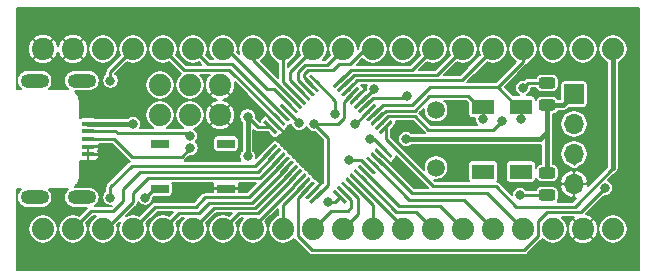
<source format=gbr>
%TF.GenerationSoftware,KiCad,Pcbnew,(5.1.9)-1*%
%TF.CreationDate,2021-02-16T15:18:35+08:00*%
%TF.ProjectId,STM32_Core_Board,53544d33-325f-4436-9f72-655f426f6172,rev?*%
%TF.SameCoordinates,Original*%
%TF.FileFunction,Copper,L1,Top*%
%TF.FilePolarity,Positive*%
%FSLAX46Y46*%
G04 Gerber Fmt 4.6, Leading zero omitted, Abs format (unit mm)*
G04 Created by KiCad (PCBNEW (5.1.9)-1) date 2021-02-16 15:18:35*
%MOMM*%
%LPD*%
G01*
G04 APERTURE LIST*
%TA.AperFunction,SMDPad,CuDef*%
%ADD10R,1.100000X0.450000*%
%TD*%
%TA.AperFunction,ComponentPad*%
%ADD11O,2.400000X1.200000*%
%TD*%
%TA.AperFunction,SMDPad,CuDef*%
%ADD12R,1.900000X1.300000*%
%TD*%
%TA.AperFunction,ComponentPad*%
%ADD13C,1.500000*%
%TD*%
%TA.AperFunction,SMDPad,CuDef*%
%ADD14R,1.524000X0.762000*%
%TD*%
%TA.AperFunction,ComponentPad*%
%ADD15C,1.879600*%
%TD*%
%TA.AperFunction,ComponentPad*%
%ADD16O,1.700000X1.700000*%
%TD*%
%TA.AperFunction,ComponentPad*%
%ADD17R,1.700000X1.700000*%
%TD*%
%TA.AperFunction,ViaPad*%
%ADD18C,0.800000*%
%TD*%
%TA.AperFunction,ViaPad*%
%ADD19C,0.400000*%
%TD*%
%TA.AperFunction,Conductor*%
%ADD20C,0.250000*%
%TD*%
%TA.AperFunction,Conductor*%
%ADD21C,0.400000*%
%TD*%
%TA.AperFunction,Conductor*%
%ADD22C,0.200000*%
%TD*%
%TA.AperFunction,Conductor*%
%ADD23C,0.100000*%
%TD*%
G04 APERTURE END LIST*
%TO.P,U1,48*%
%TO.N,+3V3*%
%TA.AperFunction,SMDPad,CuDef*%
G36*
G01*
X81995484Y-151554264D02*
X82932400Y-152491180D01*
G75*
G02*
X82932400Y-152597246I-53033J-53033D01*
G01*
X82826334Y-152703312D01*
G75*
G02*
X82720268Y-152703312I-53033J53033D01*
G01*
X81783352Y-151766396D01*
G75*
G02*
X81783352Y-151660330I53033J53033D01*
G01*
X81889418Y-151554264D01*
G75*
G02*
X81995484Y-151554264I53033J-53033D01*
G01*
G37*
%TD.AperFunction*%
%TO.P,U1,47*%
%TO.N,GND*%
%TA.AperFunction,SMDPad,CuDef*%
G36*
G01*
X81641930Y-151907818D02*
X82578846Y-152844734D01*
G75*
G02*
X82578846Y-152950800I-53033J-53033D01*
G01*
X82472780Y-153056866D01*
G75*
G02*
X82366714Y-153056866I-53033J53033D01*
G01*
X81429798Y-152119950D01*
G75*
G02*
X81429798Y-152013884I53033J53033D01*
G01*
X81535864Y-151907818D01*
G75*
G02*
X81641930Y-151907818I53033J-53033D01*
G01*
G37*
%TD.AperFunction*%
%TO.P,U1,46*%
%TO.N,/PB9*%
%TA.AperFunction,SMDPad,CuDef*%
G36*
G01*
X81288377Y-152261371D02*
X82225293Y-153198287D01*
G75*
G02*
X82225293Y-153304353I-53033J-53033D01*
G01*
X82119227Y-153410419D01*
G75*
G02*
X82013161Y-153410419I-53033J53033D01*
G01*
X81076245Y-152473503D01*
G75*
G02*
X81076245Y-152367437I53033J53033D01*
G01*
X81182311Y-152261371D01*
G75*
G02*
X81288377Y-152261371I53033J-53033D01*
G01*
G37*
%TD.AperFunction*%
%TO.P,U1,45*%
%TO.N,/PB8*%
%TA.AperFunction,SMDPad,CuDef*%
G36*
G01*
X80934823Y-152614925D02*
X81871739Y-153551841D01*
G75*
G02*
X81871739Y-153657907I-53033J-53033D01*
G01*
X81765673Y-153763973D01*
G75*
G02*
X81659607Y-153763973I-53033J53033D01*
G01*
X80722691Y-152827057D01*
G75*
G02*
X80722691Y-152720991I53033J53033D01*
G01*
X80828757Y-152614925D01*
G75*
G02*
X80934823Y-152614925I53033J-53033D01*
G01*
G37*
%TD.AperFunction*%
%TO.P,U1,44*%
%TO.N,/BOOT0*%
%TA.AperFunction,SMDPad,CuDef*%
G36*
G01*
X80581270Y-152968478D02*
X81518186Y-153905394D01*
G75*
G02*
X81518186Y-154011460I-53033J-53033D01*
G01*
X81412120Y-154117526D01*
G75*
G02*
X81306054Y-154117526I-53033J53033D01*
G01*
X80369138Y-153180610D01*
G75*
G02*
X80369138Y-153074544I53033J53033D01*
G01*
X80475204Y-152968478D01*
G75*
G02*
X80581270Y-152968478I53033J-53033D01*
G01*
G37*
%TD.AperFunction*%
%TO.P,U1,43*%
%TO.N,/PB7*%
%TA.AperFunction,SMDPad,CuDef*%
G36*
G01*
X80227717Y-153322031D02*
X81164633Y-154258947D01*
G75*
G02*
X81164633Y-154365013I-53033J-53033D01*
G01*
X81058567Y-154471079D01*
G75*
G02*
X80952501Y-154471079I-53033J53033D01*
G01*
X80015585Y-153534163D01*
G75*
G02*
X80015585Y-153428097I53033J53033D01*
G01*
X80121651Y-153322031D01*
G75*
G02*
X80227717Y-153322031I53033J-53033D01*
G01*
G37*
%TD.AperFunction*%
%TO.P,U1,42*%
%TO.N,/PB6*%
%TA.AperFunction,SMDPad,CuDef*%
G36*
G01*
X79874163Y-153675585D02*
X80811079Y-154612501D01*
G75*
G02*
X80811079Y-154718567I-53033J-53033D01*
G01*
X80705013Y-154824633D01*
G75*
G02*
X80598947Y-154824633I-53033J53033D01*
G01*
X79662031Y-153887717D01*
G75*
G02*
X79662031Y-153781651I53033J53033D01*
G01*
X79768097Y-153675585D01*
G75*
G02*
X79874163Y-153675585I53033J-53033D01*
G01*
G37*
%TD.AperFunction*%
%TO.P,U1,41*%
%TO.N,/PB5*%
%TA.AperFunction,SMDPad,CuDef*%
G36*
G01*
X79520610Y-154029138D02*
X80457526Y-154966054D01*
G75*
G02*
X80457526Y-155072120I-53033J-53033D01*
G01*
X80351460Y-155178186D01*
G75*
G02*
X80245394Y-155178186I-53033J53033D01*
G01*
X79308478Y-154241270D01*
G75*
G02*
X79308478Y-154135204I53033J53033D01*
G01*
X79414544Y-154029138D01*
G75*
G02*
X79520610Y-154029138I53033J-53033D01*
G01*
G37*
%TD.AperFunction*%
%TO.P,U1,40*%
%TO.N,/PB4*%
%TA.AperFunction,SMDPad,CuDef*%
G36*
G01*
X79167057Y-154382691D02*
X80103973Y-155319607D01*
G75*
G02*
X80103973Y-155425673I-53033J-53033D01*
G01*
X79997907Y-155531739D01*
G75*
G02*
X79891841Y-155531739I-53033J53033D01*
G01*
X78954925Y-154594823D01*
G75*
G02*
X78954925Y-154488757I53033J53033D01*
G01*
X79060991Y-154382691D01*
G75*
G02*
X79167057Y-154382691I53033J-53033D01*
G01*
G37*
%TD.AperFunction*%
%TO.P,U1,39*%
%TO.N,/PB3*%
%TA.AperFunction,SMDPad,CuDef*%
G36*
G01*
X78813503Y-154736245D02*
X79750419Y-155673161D01*
G75*
G02*
X79750419Y-155779227I-53033J-53033D01*
G01*
X79644353Y-155885293D01*
G75*
G02*
X79538287Y-155885293I-53033J53033D01*
G01*
X78601371Y-154948377D01*
G75*
G02*
X78601371Y-154842311I53033J53033D01*
G01*
X78707437Y-154736245D01*
G75*
G02*
X78813503Y-154736245I53033J-53033D01*
G01*
G37*
%TD.AperFunction*%
%TO.P,U1,38*%
%TO.N,/PA15*%
%TA.AperFunction,SMDPad,CuDef*%
G36*
G01*
X78459950Y-155089798D02*
X79396866Y-156026714D01*
G75*
G02*
X79396866Y-156132780I-53033J-53033D01*
G01*
X79290800Y-156238846D01*
G75*
G02*
X79184734Y-156238846I-53033J53033D01*
G01*
X78247818Y-155301930D01*
G75*
G02*
X78247818Y-155195864I53033J53033D01*
G01*
X78353884Y-155089798D01*
G75*
G02*
X78459950Y-155089798I53033J-53033D01*
G01*
G37*
%TD.AperFunction*%
%TO.P,U1,37*%
%TO.N,/PA14*%
%TA.AperFunction,SMDPad,CuDef*%
G36*
G01*
X78106396Y-155443352D02*
X79043312Y-156380268D01*
G75*
G02*
X79043312Y-156486334I-53033J-53033D01*
G01*
X78937246Y-156592400D01*
G75*
G02*
X78831180Y-156592400I-53033J53033D01*
G01*
X77894264Y-155655484D01*
G75*
G02*
X77894264Y-155549418I53033J53033D01*
G01*
X78000330Y-155443352D01*
G75*
G02*
X78106396Y-155443352I53033J-53033D01*
G01*
G37*
%TD.AperFunction*%
%TO.P,U1,36*%
%TO.N,+3V3*%
%TA.AperFunction,SMDPad,CuDef*%
G36*
G01*
X76939670Y-155443352D02*
X77045736Y-155549418D01*
G75*
G02*
X77045736Y-155655484I-53033J-53033D01*
G01*
X76108820Y-156592400D01*
G75*
G02*
X76002754Y-156592400I-53033J53033D01*
G01*
X75896688Y-156486334D01*
G75*
G02*
X75896688Y-156380268I53033J53033D01*
G01*
X76833604Y-155443352D01*
G75*
G02*
X76939670Y-155443352I53033J-53033D01*
G01*
G37*
%TD.AperFunction*%
%TO.P,U1,35*%
%TO.N,GND*%
%TA.AperFunction,SMDPad,CuDef*%
G36*
G01*
X76586116Y-155089798D02*
X76692182Y-155195864D01*
G75*
G02*
X76692182Y-155301930I-53033J-53033D01*
G01*
X75755266Y-156238846D01*
G75*
G02*
X75649200Y-156238846I-53033J53033D01*
G01*
X75543134Y-156132780D01*
G75*
G02*
X75543134Y-156026714I53033J53033D01*
G01*
X76480050Y-155089798D01*
G75*
G02*
X76586116Y-155089798I53033J-53033D01*
G01*
G37*
%TD.AperFunction*%
%TO.P,U1,34*%
%TO.N,/PA13*%
%TA.AperFunction,SMDPad,CuDef*%
G36*
G01*
X76232563Y-154736245D02*
X76338629Y-154842311D01*
G75*
G02*
X76338629Y-154948377I-53033J-53033D01*
G01*
X75401713Y-155885293D01*
G75*
G02*
X75295647Y-155885293I-53033J53033D01*
G01*
X75189581Y-155779227D01*
G75*
G02*
X75189581Y-155673161I53033J53033D01*
G01*
X76126497Y-154736245D01*
G75*
G02*
X76232563Y-154736245I53033J-53033D01*
G01*
G37*
%TD.AperFunction*%
%TO.P,U1,33*%
%TO.N,/PA12*%
%TA.AperFunction,SMDPad,CuDef*%
G36*
G01*
X75879009Y-154382691D02*
X75985075Y-154488757D01*
G75*
G02*
X75985075Y-154594823I-53033J-53033D01*
G01*
X75048159Y-155531739D01*
G75*
G02*
X74942093Y-155531739I-53033J53033D01*
G01*
X74836027Y-155425673D01*
G75*
G02*
X74836027Y-155319607I53033J53033D01*
G01*
X75772943Y-154382691D01*
G75*
G02*
X75879009Y-154382691I53033J-53033D01*
G01*
G37*
%TD.AperFunction*%
%TO.P,U1,32*%
%TO.N,/PA11*%
%TA.AperFunction,SMDPad,CuDef*%
G36*
G01*
X75525456Y-154029138D02*
X75631522Y-154135204D01*
G75*
G02*
X75631522Y-154241270I-53033J-53033D01*
G01*
X74694606Y-155178186D01*
G75*
G02*
X74588540Y-155178186I-53033J53033D01*
G01*
X74482474Y-155072120D01*
G75*
G02*
X74482474Y-154966054I53033J53033D01*
G01*
X75419390Y-154029138D01*
G75*
G02*
X75525456Y-154029138I53033J-53033D01*
G01*
G37*
%TD.AperFunction*%
%TO.P,U1,31*%
%TO.N,/PA10*%
%TA.AperFunction,SMDPad,CuDef*%
G36*
G01*
X75171903Y-153675585D02*
X75277969Y-153781651D01*
G75*
G02*
X75277969Y-153887717I-53033J-53033D01*
G01*
X74341053Y-154824633D01*
G75*
G02*
X74234987Y-154824633I-53033J53033D01*
G01*
X74128921Y-154718567D01*
G75*
G02*
X74128921Y-154612501I53033J53033D01*
G01*
X75065837Y-153675585D01*
G75*
G02*
X75171903Y-153675585I53033J-53033D01*
G01*
G37*
%TD.AperFunction*%
%TO.P,U1,30*%
%TO.N,/PA9*%
%TA.AperFunction,SMDPad,CuDef*%
G36*
G01*
X74818349Y-153322031D02*
X74924415Y-153428097D01*
G75*
G02*
X74924415Y-153534163I-53033J-53033D01*
G01*
X73987499Y-154471079D01*
G75*
G02*
X73881433Y-154471079I-53033J53033D01*
G01*
X73775367Y-154365013D01*
G75*
G02*
X73775367Y-154258947I53033J53033D01*
G01*
X74712283Y-153322031D01*
G75*
G02*
X74818349Y-153322031I53033J-53033D01*
G01*
G37*
%TD.AperFunction*%
%TO.P,U1,29*%
%TO.N,/PA8*%
%TA.AperFunction,SMDPad,CuDef*%
G36*
G01*
X74464796Y-152968478D02*
X74570862Y-153074544D01*
G75*
G02*
X74570862Y-153180610I-53033J-53033D01*
G01*
X73633946Y-154117526D01*
G75*
G02*
X73527880Y-154117526I-53033J53033D01*
G01*
X73421814Y-154011460D01*
G75*
G02*
X73421814Y-153905394I53033J53033D01*
G01*
X74358730Y-152968478D01*
G75*
G02*
X74464796Y-152968478I53033J-53033D01*
G01*
G37*
%TD.AperFunction*%
%TO.P,U1,28*%
%TO.N,/PB15*%
%TA.AperFunction,SMDPad,CuDef*%
G36*
G01*
X74111243Y-152614925D02*
X74217309Y-152720991D01*
G75*
G02*
X74217309Y-152827057I-53033J-53033D01*
G01*
X73280393Y-153763973D01*
G75*
G02*
X73174327Y-153763973I-53033J53033D01*
G01*
X73068261Y-153657907D01*
G75*
G02*
X73068261Y-153551841I53033J53033D01*
G01*
X74005177Y-152614925D01*
G75*
G02*
X74111243Y-152614925I53033J-53033D01*
G01*
G37*
%TD.AperFunction*%
%TO.P,U1,27*%
%TO.N,/PB14*%
%TA.AperFunction,SMDPad,CuDef*%
G36*
G01*
X73757689Y-152261371D02*
X73863755Y-152367437D01*
G75*
G02*
X73863755Y-152473503I-53033J-53033D01*
G01*
X72926839Y-153410419D01*
G75*
G02*
X72820773Y-153410419I-53033J53033D01*
G01*
X72714707Y-153304353D01*
G75*
G02*
X72714707Y-153198287I53033J53033D01*
G01*
X73651623Y-152261371D01*
G75*
G02*
X73757689Y-152261371I53033J-53033D01*
G01*
G37*
%TD.AperFunction*%
%TO.P,U1,26*%
%TO.N,/PB13*%
%TA.AperFunction,SMDPad,CuDef*%
G36*
G01*
X73404136Y-151907818D02*
X73510202Y-152013884D01*
G75*
G02*
X73510202Y-152119950I-53033J-53033D01*
G01*
X72573286Y-153056866D01*
G75*
G02*
X72467220Y-153056866I-53033J53033D01*
G01*
X72361154Y-152950800D01*
G75*
G02*
X72361154Y-152844734I53033J53033D01*
G01*
X73298070Y-151907818D01*
G75*
G02*
X73404136Y-151907818I53033J-53033D01*
G01*
G37*
%TD.AperFunction*%
%TO.P,U1,25*%
%TO.N,/PB12*%
%TA.AperFunction,SMDPad,CuDef*%
G36*
G01*
X73050582Y-151554264D02*
X73156648Y-151660330D01*
G75*
G02*
X73156648Y-151766396I-53033J-53033D01*
G01*
X72219732Y-152703312D01*
G75*
G02*
X72113666Y-152703312I-53033J53033D01*
G01*
X72007600Y-152597246D01*
G75*
G02*
X72007600Y-152491180I53033J53033D01*
G01*
X72944516Y-151554264D01*
G75*
G02*
X73050582Y-151554264I53033J-53033D01*
G01*
G37*
%TD.AperFunction*%
%TO.P,U1,24*%
%TO.N,+3V3*%
%TA.AperFunction,SMDPad,CuDef*%
G36*
G01*
X72219732Y-149556688D02*
X73156648Y-150493604D01*
G75*
G02*
X73156648Y-150599670I-53033J-53033D01*
G01*
X73050582Y-150705736D01*
G75*
G02*
X72944516Y-150705736I-53033J53033D01*
G01*
X72007600Y-149768820D01*
G75*
G02*
X72007600Y-149662754I53033J53033D01*
G01*
X72113666Y-149556688D01*
G75*
G02*
X72219732Y-149556688I53033J-53033D01*
G01*
G37*
%TD.AperFunction*%
%TO.P,U1,23*%
%TO.N,GND*%
%TA.AperFunction,SMDPad,CuDef*%
G36*
G01*
X72573286Y-149203134D02*
X73510202Y-150140050D01*
G75*
G02*
X73510202Y-150246116I-53033J-53033D01*
G01*
X73404136Y-150352182D01*
G75*
G02*
X73298070Y-150352182I-53033J53033D01*
G01*
X72361154Y-149415266D01*
G75*
G02*
X72361154Y-149309200I53033J53033D01*
G01*
X72467220Y-149203134D01*
G75*
G02*
X72573286Y-149203134I53033J-53033D01*
G01*
G37*
%TD.AperFunction*%
%TO.P,U1,22*%
%TO.N,/PB11*%
%TA.AperFunction,SMDPad,CuDef*%
G36*
G01*
X72926839Y-148849581D02*
X73863755Y-149786497D01*
G75*
G02*
X73863755Y-149892563I-53033J-53033D01*
G01*
X73757689Y-149998629D01*
G75*
G02*
X73651623Y-149998629I-53033J53033D01*
G01*
X72714707Y-149061713D01*
G75*
G02*
X72714707Y-148955647I53033J53033D01*
G01*
X72820773Y-148849581D01*
G75*
G02*
X72926839Y-148849581I53033J-53033D01*
G01*
G37*
%TD.AperFunction*%
%TO.P,U1,21*%
%TO.N,/PB10*%
%TA.AperFunction,SMDPad,CuDef*%
G36*
G01*
X73280393Y-148496027D02*
X74217309Y-149432943D01*
G75*
G02*
X74217309Y-149539009I-53033J-53033D01*
G01*
X74111243Y-149645075D01*
G75*
G02*
X74005177Y-149645075I-53033J53033D01*
G01*
X73068261Y-148708159D01*
G75*
G02*
X73068261Y-148602093I53033J53033D01*
G01*
X73174327Y-148496027D01*
G75*
G02*
X73280393Y-148496027I53033J-53033D01*
G01*
G37*
%TD.AperFunction*%
%TO.P,U1,20*%
%TO.N,/BOOT1*%
%TA.AperFunction,SMDPad,CuDef*%
G36*
G01*
X73633946Y-148142474D02*
X74570862Y-149079390D01*
G75*
G02*
X74570862Y-149185456I-53033J-53033D01*
G01*
X74464796Y-149291522D01*
G75*
G02*
X74358730Y-149291522I-53033J53033D01*
G01*
X73421814Y-148354606D01*
G75*
G02*
X73421814Y-148248540I53033J53033D01*
G01*
X73527880Y-148142474D01*
G75*
G02*
X73633946Y-148142474I53033J-53033D01*
G01*
G37*
%TD.AperFunction*%
%TO.P,U1,19*%
%TO.N,/PB1*%
%TA.AperFunction,SMDPad,CuDef*%
G36*
G01*
X73987499Y-147788921D02*
X74924415Y-148725837D01*
G75*
G02*
X74924415Y-148831903I-53033J-53033D01*
G01*
X74818349Y-148937969D01*
G75*
G02*
X74712283Y-148937969I-53033J53033D01*
G01*
X73775367Y-148001053D01*
G75*
G02*
X73775367Y-147894987I53033J53033D01*
G01*
X73881433Y-147788921D01*
G75*
G02*
X73987499Y-147788921I53033J-53033D01*
G01*
G37*
%TD.AperFunction*%
%TO.P,U1,18*%
%TO.N,/PB0*%
%TA.AperFunction,SMDPad,CuDef*%
G36*
G01*
X74341053Y-147435367D02*
X75277969Y-148372283D01*
G75*
G02*
X75277969Y-148478349I-53033J-53033D01*
G01*
X75171903Y-148584415D01*
G75*
G02*
X75065837Y-148584415I-53033J53033D01*
G01*
X74128921Y-147647499D01*
G75*
G02*
X74128921Y-147541433I53033J53033D01*
G01*
X74234987Y-147435367D01*
G75*
G02*
X74341053Y-147435367I53033J-53033D01*
G01*
G37*
%TD.AperFunction*%
%TO.P,U1,17*%
%TO.N,/PA7*%
%TA.AperFunction,SMDPad,CuDef*%
G36*
G01*
X74694606Y-147081814D02*
X75631522Y-148018730D01*
G75*
G02*
X75631522Y-148124796I-53033J-53033D01*
G01*
X75525456Y-148230862D01*
G75*
G02*
X75419390Y-148230862I-53033J53033D01*
G01*
X74482474Y-147293946D01*
G75*
G02*
X74482474Y-147187880I53033J53033D01*
G01*
X74588540Y-147081814D01*
G75*
G02*
X74694606Y-147081814I53033J-53033D01*
G01*
G37*
%TD.AperFunction*%
%TO.P,U1,16*%
%TO.N,/PA6*%
%TA.AperFunction,SMDPad,CuDef*%
G36*
G01*
X75048159Y-146728261D02*
X75985075Y-147665177D01*
G75*
G02*
X75985075Y-147771243I-53033J-53033D01*
G01*
X75879009Y-147877309D01*
G75*
G02*
X75772943Y-147877309I-53033J53033D01*
G01*
X74836027Y-146940393D01*
G75*
G02*
X74836027Y-146834327I53033J53033D01*
G01*
X74942093Y-146728261D01*
G75*
G02*
X75048159Y-146728261I53033J-53033D01*
G01*
G37*
%TD.AperFunction*%
%TO.P,U1,15*%
%TO.N,/PA5*%
%TA.AperFunction,SMDPad,CuDef*%
G36*
G01*
X75401713Y-146374707D02*
X76338629Y-147311623D01*
G75*
G02*
X76338629Y-147417689I-53033J-53033D01*
G01*
X76232563Y-147523755D01*
G75*
G02*
X76126497Y-147523755I-53033J53033D01*
G01*
X75189581Y-146586839D01*
G75*
G02*
X75189581Y-146480773I53033J53033D01*
G01*
X75295647Y-146374707D01*
G75*
G02*
X75401713Y-146374707I53033J-53033D01*
G01*
G37*
%TD.AperFunction*%
%TO.P,U1,14*%
%TO.N,/PA4*%
%TA.AperFunction,SMDPad,CuDef*%
G36*
G01*
X75755266Y-146021154D02*
X76692182Y-146958070D01*
G75*
G02*
X76692182Y-147064136I-53033J-53033D01*
G01*
X76586116Y-147170202D01*
G75*
G02*
X76480050Y-147170202I-53033J53033D01*
G01*
X75543134Y-146233286D01*
G75*
G02*
X75543134Y-146127220I53033J53033D01*
G01*
X75649200Y-146021154D01*
G75*
G02*
X75755266Y-146021154I53033J-53033D01*
G01*
G37*
%TD.AperFunction*%
%TO.P,U1,13*%
%TO.N,/PA3*%
%TA.AperFunction,SMDPad,CuDef*%
G36*
G01*
X76108820Y-145667600D02*
X77045736Y-146604516D01*
G75*
G02*
X77045736Y-146710582I-53033J-53033D01*
G01*
X76939670Y-146816648D01*
G75*
G02*
X76833604Y-146816648I-53033J53033D01*
G01*
X75896688Y-145879732D01*
G75*
G02*
X75896688Y-145773666I53033J53033D01*
G01*
X76002754Y-145667600D01*
G75*
G02*
X76108820Y-145667600I53033J-53033D01*
G01*
G37*
%TD.AperFunction*%
%TO.P,U1,12*%
%TO.N,/PA2*%
%TA.AperFunction,SMDPad,CuDef*%
G36*
G01*
X78937246Y-145667600D02*
X79043312Y-145773666D01*
G75*
G02*
X79043312Y-145879732I-53033J-53033D01*
G01*
X78106396Y-146816648D01*
G75*
G02*
X78000330Y-146816648I-53033J53033D01*
G01*
X77894264Y-146710582D01*
G75*
G02*
X77894264Y-146604516I53033J53033D01*
G01*
X78831180Y-145667600D01*
G75*
G02*
X78937246Y-145667600I53033J-53033D01*
G01*
G37*
%TD.AperFunction*%
%TO.P,U1,11*%
%TO.N,/PA1*%
%TA.AperFunction,SMDPad,CuDef*%
G36*
G01*
X79290800Y-146021154D02*
X79396866Y-146127220D01*
G75*
G02*
X79396866Y-146233286I-53033J-53033D01*
G01*
X78459950Y-147170202D01*
G75*
G02*
X78353884Y-147170202I-53033J53033D01*
G01*
X78247818Y-147064136D01*
G75*
G02*
X78247818Y-146958070I53033J53033D01*
G01*
X79184734Y-146021154D01*
G75*
G02*
X79290800Y-146021154I53033J-53033D01*
G01*
G37*
%TD.AperFunction*%
%TO.P,U1,10*%
%TO.N,/PA0*%
%TA.AperFunction,SMDPad,CuDef*%
G36*
G01*
X79644353Y-146374707D02*
X79750419Y-146480773D01*
G75*
G02*
X79750419Y-146586839I-53033J-53033D01*
G01*
X78813503Y-147523755D01*
G75*
G02*
X78707437Y-147523755I-53033J53033D01*
G01*
X78601371Y-147417689D01*
G75*
G02*
X78601371Y-147311623I53033J53033D01*
G01*
X79538287Y-146374707D01*
G75*
G02*
X79644353Y-146374707I53033J-53033D01*
G01*
G37*
%TD.AperFunction*%
%TO.P,U1,9*%
%TO.N,+3V3*%
%TA.AperFunction,SMDPad,CuDef*%
G36*
G01*
X79997907Y-146728261D02*
X80103973Y-146834327D01*
G75*
G02*
X80103973Y-146940393I-53033J-53033D01*
G01*
X79167057Y-147877309D01*
G75*
G02*
X79060991Y-147877309I-53033J53033D01*
G01*
X78954925Y-147771243D01*
G75*
G02*
X78954925Y-147665177I53033J53033D01*
G01*
X79891841Y-146728261D01*
G75*
G02*
X79997907Y-146728261I53033J-53033D01*
G01*
G37*
%TD.AperFunction*%
%TO.P,U1,8*%
%TO.N,GND*%
%TA.AperFunction,SMDPad,CuDef*%
G36*
G01*
X80351460Y-147081814D02*
X80457526Y-147187880D01*
G75*
G02*
X80457526Y-147293946I-53033J-53033D01*
G01*
X79520610Y-148230862D01*
G75*
G02*
X79414544Y-148230862I-53033J53033D01*
G01*
X79308478Y-148124796D01*
G75*
G02*
X79308478Y-148018730I53033J53033D01*
G01*
X80245394Y-147081814D01*
G75*
G02*
X80351460Y-147081814I53033J-53033D01*
G01*
G37*
%TD.AperFunction*%
%TO.P,U1,7*%
%TO.N,/RESET*%
%TA.AperFunction,SMDPad,CuDef*%
G36*
G01*
X80705013Y-147435367D02*
X80811079Y-147541433D01*
G75*
G02*
X80811079Y-147647499I-53033J-53033D01*
G01*
X79874163Y-148584415D01*
G75*
G02*
X79768097Y-148584415I-53033J53033D01*
G01*
X79662031Y-148478349D01*
G75*
G02*
X79662031Y-148372283I53033J53033D01*
G01*
X80598947Y-147435367D01*
G75*
G02*
X80705013Y-147435367I53033J-53033D01*
G01*
G37*
%TD.AperFunction*%
%TO.P,U1,6*%
%TO.N,/OSCOUT*%
%TA.AperFunction,SMDPad,CuDef*%
G36*
G01*
X81058567Y-147788921D02*
X81164633Y-147894987D01*
G75*
G02*
X81164633Y-148001053I-53033J-53033D01*
G01*
X80227717Y-148937969D01*
G75*
G02*
X80121651Y-148937969I-53033J53033D01*
G01*
X80015585Y-148831903D01*
G75*
G02*
X80015585Y-148725837I53033J53033D01*
G01*
X80952501Y-147788921D01*
G75*
G02*
X81058567Y-147788921I53033J-53033D01*
G01*
G37*
%TD.AperFunction*%
%TO.P,U1,5*%
%TO.N,/OSCIN*%
%TA.AperFunction,SMDPad,CuDef*%
G36*
G01*
X81412120Y-148142474D02*
X81518186Y-148248540D01*
G75*
G02*
X81518186Y-148354606I-53033J-53033D01*
G01*
X80581270Y-149291522D01*
G75*
G02*
X80475204Y-149291522I-53033J53033D01*
G01*
X80369138Y-149185456D01*
G75*
G02*
X80369138Y-149079390I53033J53033D01*
G01*
X81306054Y-148142474D01*
G75*
G02*
X81412120Y-148142474I53033J-53033D01*
G01*
G37*
%TD.AperFunction*%
%TO.P,U1,4*%
%TO.N,/PC15*%
%TA.AperFunction,SMDPad,CuDef*%
G36*
G01*
X81765673Y-148496027D02*
X81871739Y-148602093D01*
G75*
G02*
X81871739Y-148708159I-53033J-53033D01*
G01*
X80934823Y-149645075D01*
G75*
G02*
X80828757Y-149645075I-53033J53033D01*
G01*
X80722691Y-149539009D01*
G75*
G02*
X80722691Y-149432943I53033J53033D01*
G01*
X81659607Y-148496027D01*
G75*
G02*
X81765673Y-148496027I53033J-53033D01*
G01*
G37*
%TD.AperFunction*%
%TO.P,U1,3*%
%TO.N,/PC14*%
%TA.AperFunction,SMDPad,CuDef*%
G36*
G01*
X82119227Y-148849581D02*
X82225293Y-148955647D01*
G75*
G02*
X82225293Y-149061713I-53033J-53033D01*
G01*
X81288377Y-149998629D01*
G75*
G02*
X81182311Y-149998629I-53033J53033D01*
G01*
X81076245Y-149892563D01*
G75*
G02*
X81076245Y-149786497I53033J53033D01*
G01*
X82013161Y-148849581D01*
G75*
G02*
X82119227Y-148849581I53033J-53033D01*
G01*
G37*
%TD.AperFunction*%
%TO.P,U1,2*%
%TO.N,/PC13*%
%TA.AperFunction,SMDPad,CuDef*%
G36*
G01*
X82472780Y-149203134D02*
X82578846Y-149309200D01*
G75*
G02*
X82578846Y-149415266I-53033J-53033D01*
G01*
X81641930Y-150352182D01*
G75*
G02*
X81535864Y-150352182I-53033J53033D01*
G01*
X81429798Y-150246116D01*
G75*
G02*
X81429798Y-150140050I53033J53033D01*
G01*
X82366714Y-149203134D01*
G75*
G02*
X82472780Y-149203134I53033J-53033D01*
G01*
G37*
%TD.AperFunction*%
%TO.P,U1,1*%
%TO.N,V_BATT*%
%TA.AperFunction,SMDPad,CuDef*%
G36*
G01*
X82826334Y-149556688D02*
X82932400Y-149662754D01*
G75*
G02*
X82932400Y-149768820I-53033J-53033D01*
G01*
X81995484Y-150705736D01*
G75*
G02*
X81889418Y-150705736I-53033J53033D01*
G01*
X81783352Y-150599670D01*
G75*
G02*
X81783352Y-150493604I53033J53033D01*
G01*
X82720268Y-149556688D01*
G75*
G02*
X82826334Y-149556688I53033J-53033D01*
G01*
G37*
%TD.AperFunction*%
%TD*%
D10*
%TO.P,J1,1*%
%TO.N,+5V*%
X57150000Y-149830000D03*
%TO.P,J1,2*%
%TO.N,Net-(J1-Pad2)*%
X57150000Y-150480000D03*
%TO.P,J1,3*%
%TO.N,Net-(J1-Pad3)*%
X57150000Y-151130000D03*
%TO.P,J1,4*%
%TO.N,GND*%
X57150000Y-151780000D03*
%TO.P,J1,5*%
X57150000Y-152430000D03*
D11*
%TO.P,J1,6*%
%TO.N,Net-(J1-Pad6)*%
X56630000Y-146180000D03*
X52630000Y-146180000D03*
X56630000Y-156080000D03*
X52630000Y-156080000D03*
%TD*%
D12*
%TO.P,Y2,4*%
%TO.N,/PC15*%
X93802000Y-148380000D03*
%TO.P,Y2,3*%
%TO.N,Net-(Y2-Pad3)*%
X93802000Y-153880000D03*
%TO.P,Y2,2*%
%TO.N,Net-(Y2-Pad2)*%
X90602000Y-153880000D03*
%TO.P,Y2,1*%
%TO.N,/PC14*%
X90602000Y-148380000D03*
%TD*%
D13*
%TO.P,Y1,2*%
%TO.N,/OSCOUT*%
X86614000Y-148663000D03*
%TO.P,Y1,1*%
%TO.N,/OSCIN*%
X86614000Y-153543000D03*
%TD*%
D14*
%TO.P,SW1,4*%
%TO.N,N/C*%
X63246000Y-151511000D03*
%TO.P,SW1,3*%
X68834000Y-151511000D03*
%TO.P,SW1,2*%
%TO.N,/RESET*%
X63246000Y-155321000D03*
%TO.P,SW1,1*%
%TO.N,GND*%
X68834000Y-155321000D03*
%TD*%
D15*
%TO.P,J5,20*%
%TO.N,/PB12*%
X53340000Y-158750000D03*
%TO.P,J5,19*%
%TO.N,/PB13*%
X55880000Y-158750000D03*
%TO.P,J5,18*%
%TO.N,/PB14*%
X58420000Y-158750000D03*
%TO.P,J5,17*%
%TO.N,/PB15*%
X60960000Y-158750000D03*
%TO.P,J5,16*%
%TO.N,/PA8*%
X63500000Y-158750000D03*
%TO.P,J5,15*%
%TO.N,/PA9*%
X66040000Y-158750000D03*
%TO.P,J5,14*%
%TO.N,/PA10*%
X68580000Y-158750000D03*
%TO.P,J5,13*%
%TO.N,/PA11*%
X71120000Y-158750000D03*
%TO.P,J5,12*%
%TO.N,/PA12*%
X73660000Y-158750000D03*
%TO.P,J5,11*%
%TO.N,/PA15*%
X76200000Y-158750000D03*
%TO.P,J5,10*%
%TO.N,/PB3*%
X78740000Y-158750000D03*
%TO.P,J5,9*%
%TO.N,/PB4*%
X81280000Y-158750000D03*
%TO.P,J5,8*%
%TO.N,/PB5*%
X83820000Y-158750000D03*
%TO.P,J5,7*%
%TO.N,/PB6*%
X86360000Y-158750000D03*
%TO.P,J5,6*%
%TO.N,/PB7*%
X88900000Y-158750000D03*
%TO.P,J5,5*%
%TO.N,/PB8*%
X91440000Y-158750000D03*
%TO.P,J5,4*%
%TO.N,/PB9*%
X93980000Y-158750000D03*
%TO.P,J5,3*%
%TO.N,+5V*%
X96520000Y-158750000D03*
%TO.P,J5,2*%
%TO.N,GND*%
X99060000Y-158750000D03*
%TO.P,J5,1*%
%TO.N,+3V3*%
X101600000Y-158750000D03*
%TD*%
%TO.P,J4,20*%
%TO.N,GND*%
X53340000Y-143510000D03*
%TO.P,J4,19*%
X55880000Y-143510000D03*
%TO.P,J4,18*%
%TO.N,+3V3*%
X58420000Y-143510000D03*
%TO.P,J4,17*%
%TO.N,/RESET*%
X60960000Y-143510000D03*
%TO.P,J4,16*%
%TO.N,/PB11*%
X63500000Y-143510000D03*
%TO.P,J4,15*%
%TO.N,/PB10*%
X66040000Y-143510000D03*
%TO.P,J4,14*%
%TO.N,/PB1*%
X68580000Y-143510000D03*
%TO.P,J4,13*%
%TO.N,/PB0*%
X71120000Y-143510000D03*
%TO.P,J4,12*%
%TO.N,/PA7*%
X73660000Y-143510000D03*
%TO.P,J4,11*%
%TO.N,/PA6*%
X76200000Y-143510000D03*
%TO.P,J4,10*%
%TO.N,/PA5*%
X78740000Y-143510000D03*
%TO.P,J4,9*%
%TO.N,/PA4*%
X81280000Y-143510000D03*
%TO.P,J4,8*%
%TO.N,/PA3*%
X83820000Y-143510000D03*
%TO.P,J4,7*%
%TO.N,/PA2*%
X86360000Y-143510000D03*
%TO.P,J4,6*%
%TO.N,/PA1*%
X88900000Y-143510000D03*
%TO.P,J4,5*%
%TO.N,/PA0*%
X91440000Y-143510000D03*
%TO.P,J4,4*%
%TO.N,/PC15*%
X93980000Y-143510000D03*
%TO.P,J4,3*%
%TO.N,/PC14*%
X96520000Y-143510000D03*
%TO.P,J4,2*%
%TO.N,/PC13*%
X99060000Y-143510000D03*
%TO.P,J4,1*%
%TO.N,V_BATT*%
X101600000Y-143510000D03*
%TD*%
D16*
%TO.P,J3,4*%
%TO.N,GND*%
X98298000Y-154940000D03*
%TO.P,J3,3*%
%TO.N,/PA14*%
X98298000Y-152400000D03*
%TO.P,J3,2*%
%TO.N,/PA13*%
X98298000Y-149860000D03*
D17*
%TO.P,J3,1*%
%TO.N,+3V3*%
X98298000Y-147320000D03*
%TD*%
D15*
%TO.P,J2,6*%
%TO.N,GND*%
X68326000Y-146558000D03*
%TO.P,J2,5*%
X68326000Y-149098000D03*
%TO.P,J2,4*%
%TO.N,Net-(J2-Pad4)*%
X65786000Y-146558000D03*
%TO.P,J2,3*%
%TO.N,Net-(J2-Pad3)*%
X65786000Y-149098000D03*
%TO.P,J2,2*%
%TO.N,+3V3*%
X63246000Y-146558000D03*
%TO.P,J2,1*%
X63246000Y-149098000D03*
%TD*%
%TO.P,D2,2*%
%TO.N,+3V3*%
%TA.AperFunction,SMDPad,CuDef*%
G36*
G01*
X95555750Y-147770000D02*
X96468250Y-147770000D01*
G75*
G02*
X96712000Y-148013750I0J-243750D01*
G01*
X96712000Y-148501250D01*
G75*
G02*
X96468250Y-148745000I-243750J0D01*
G01*
X95555750Y-148745000D01*
G75*
G02*
X95312000Y-148501250I0J243750D01*
G01*
X95312000Y-148013750D01*
G75*
G02*
X95555750Y-147770000I243750J0D01*
G01*
G37*
%TD.AperFunction*%
%TO.P,D2,1*%
%TO.N,Net-(D2-Pad1)*%
%TA.AperFunction,SMDPad,CuDef*%
G36*
G01*
X95555750Y-145895000D02*
X96468250Y-145895000D01*
G75*
G02*
X96712000Y-146138750I0J-243750D01*
G01*
X96712000Y-146626250D01*
G75*
G02*
X96468250Y-146870000I-243750J0D01*
G01*
X95555750Y-146870000D01*
G75*
G02*
X95312000Y-146626250I0J243750D01*
G01*
X95312000Y-146138750D01*
G75*
G02*
X95555750Y-145895000I243750J0D01*
G01*
G37*
%TD.AperFunction*%
%TD*%
%TO.P,D1,2*%
%TO.N,+3V3*%
%TA.AperFunction,SMDPad,CuDef*%
G36*
G01*
X96468250Y-154490000D02*
X95555750Y-154490000D01*
G75*
G02*
X95312000Y-154246250I0J243750D01*
G01*
X95312000Y-153758750D01*
G75*
G02*
X95555750Y-153515000I243750J0D01*
G01*
X96468250Y-153515000D01*
G75*
G02*
X96712000Y-153758750I0J-243750D01*
G01*
X96712000Y-154246250D01*
G75*
G02*
X96468250Y-154490000I-243750J0D01*
G01*
G37*
%TD.AperFunction*%
%TO.P,D1,1*%
%TO.N,Net-(D1-Pad1)*%
%TA.AperFunction,SMDPad,CuDef*%
G36*
G01*
X96468250Y-156365000D02*
X95555750Y-156365000D01*
G75*
G02*
X95312000Y-156121250I0J243750D01*
G01*
X95312000Y-155633750D01*
G75*
G02*
X95555750Y-155390000I243750J0D01*
G01*
X96468250Y-155390000D01*
G75*
G02*
X96712000Y-155633750I0J-243750D01*
G01*
X96712000Y-156121250D01*
G75*
G02*
X96468250Y-156365000I-243750J0D01*
G01*
G37*
%TD.AperFunction*%
%TD*%
D18*
%TO.N,GND*%
X100076000Y-145669000D03*
X88392000Y-148590000D03*
X85090000Y-152400000D03*
X57785000Y-147955000D03*
X57785000Y-154305000D03*
D19*
X80645000Y-146685000D03*
X61595000Y-157099000D03*
X84074000Y-154051000D03*
X76835000Y-153924000D03*
X65913000Y-155956000D03*
D18*
%TO.N,+3V3*%
X76317401Y-149850401D03*
X70662803Y-152603197D03*
X81051400Y-151130000D03*
X84074000Y-151130000D03*
X70662801Y-149225000D03*
%TO.N,+5V*%
X60959995Y-149860000D03*
%TO.N,/RESET*%
X61976000Y-156083000D03*
X59055000Y-146177000D03*
X81366001Y-146880443D03*
%TO.N,/PC14*%
X90601800Y-149453600D03*
%TO.N,/PC15*%
X93802200Y-149453600D03*
%TO.N,/OSCIN*%
X79800680Y-149860000D03*
%TO.N,/OSCOUT*%
X84201000Y-147472400D03*
%TO.N,Net-(D1-Pad1)*%
X93728300Y-155877500D03*
%TO.N,Net-(D2-Pad1)*%
X93980008Y-146812000D03*
%TO.N,Net-(J1-Pad2)*%
X65785997Y-150876254D03*
%TO.N,Net-(J1-Pad3)*%
X65809231Y-151895579D03*
%TO.N,/PA14*%
X77470000Y-156464000D03*
%TO.N,/PA13*%
X100931560Y-155287560D03*
%TO.N,/PA3*%
X78105000Y-148971000D03*
%TO.N,/PC13*%
X92202000Y-149606000D03*
%TO.N,/PB12*%
X59055000Y-156083026D03*
%TO.N,/BOOT0*%
X79248000Y-152908000D03*
%TO.N,/BOOT1*%
X75031600Y-149758400D03*
%TD*%
D20*
%TO.N,+3V3*%
X78830001Y-149319001D02*
X78289002Y-149860000D01*
X79494107Y-147302785D02*
X78830001Y-147966891D01*
X78830001Y-147966891D02*
X78830001Y-149319001D01*
X79529449Y-147302785D02*
X79494107Y-147302785D01*
X76327000Y-149860000D02*
X76317401Y-149850401D01*
X78289002Y-149860000D02*
X76327000Y-149860000D01*
X77470000Y-155019088D02*
X76471212Y-156017876D01*
X77470000Y-151003000D02*
X77470000Y-155019088D01*
X76317401Y-149850401D02*
X77470000Y-151003000D01*
X81359088Y-151130000D02*
X82357876Y-152128788D01*
X81051400Y-151130000D02*
X81359088Y-151130000D01*
D21*
X95402400Y-151130000D02*
X96012000Y-150520400D01*
X84074000Y-151130000D02*
X95402400Y-151130000D01*
X96012000Y-150520400D02*
X96012000Y-148257500D01*
X96012000Y-154002500D02*
X96012000Y-150520400D01*
X97360500Y-148257500D02*
X98298000Y-147320000D01*
X96012000Y-148257500D02*
X97360500Y-148257500D01*
X70662803Y-152603197D02*
X70662803Y-149225002D01*
X70662803Y-149225002D02*
X70662801Y-149225000D01*
D20*
X72582124Y-150131212D02*
X71569013Y-150131212D01*
X71569013Y-150131212D02*
X70662801Y-149225000D01*
D21*
%TO.N,+5V*%
X60929995Y-149830000D02*
X60959995Y-149860000D01*
X57150000Y-149830000D02*
X60929995Y-149830000D01*
D20*
%TO.N,/RESET*%
X59055000Y-145415000D02*
X60960000Y-143510000D01*
X59055000Y-146177000D02*
X59055000Y-145415000D01*
X62738000Y-155321000D02*
X61976000Y-156083000D01*
X63246000Y-155321000D02*
X62738000Y-155321000D01*
X80236555Y-148009891D02*
X80966002Y-147280442D01*
X80966002Y-147280442D02*
X81366001Y-146880443D01*
%TO.N,/PC14*%
X90602000Y-149453400D02*
X90601800Y-149453600D01*
X90602000Y-148380000D02*
X90602000Y-149453400D01*
X95772000Y-143510000D02*
X96520000Y-143510000D01*
X90602000Y-148380000D02*
X90902000Y-148380000D01*
X89357200Y-147472400D02*
X90264800Y-148380000D01*
X84810600Y-148717000D02*
X86055200Y-147472400D01*
X86055200Y-147472400D02*
X89357200Y-147472400D01*
X82357307Y-148717000D02*
X84810600Y-148717000D01*
X81650769Y-149423538D02*
X82357307Y-148717000D01*
X90264800Y-148380000D02*
X90602000Y-148380000D01*
X81650769Y-149424105D02*
X81650769Y-149423538D01*
%TO.N,/PC15*%
X93802000Y-149453400D02*
X93802200Y-149453600D01*
X93802000Y-148380000D02*
X93802000Y-149453400D01*
X93802000Y-143688000D02*
X93980000Y-143510000D01*
X93516000Y-148380000D02*
X91846400Y-146710400D01*
X93802000Y-148380000D02*
X93516000Y-148380000D01*
X93980000Y-144576800D02*
X93980000Y-143510000D01*
X91846400Y-146710400D02*
X93980000Y-144576800D01*
X90779600Y-146710400D02*
X91846400Y-146710400D01*
X86080600Y-146710400D02*
X90779600Y-146710400D01*
X84582000Y-148209000D02*
X86080600Y-146710400D01*
X82158766Y-148209000D02*
X84582000Y-148209000D01*
X81297215Y-149070551D02*
X82158766Y-148209000D01*
%TO.N,/OSCIN*%
X80943662Y-148716998D02*
X79800680Y-149859980D01*
X79800680Y-149859980D02*
X79800680Y-149860000D01*
%TO.N,/OSCOUT*%
X81277954Y-147675600D02*
X83997800Y-147675600D01*
X83997800Y-147675600D02*
X84201000Y-147472400D01*
X80590109Y-148363445D02*
X81277954Y-147675600D01*
%TO.N,Net-(D1-Pad1)*%
X96012000Y-155877500D02*
X93728300Y-155877500D01*
%TO.N,Net-(D2-Pad1)*%
X94409508Y-146382500D02*
X93980008Y-146812000D01*
X96012000Y-146382500D02*
X94409508Y-146382500D01*
%TO.N,Net-(J1-Pad2)*%
X59639200Y-150622000D02*
X65531743Y-150622000D01*
X59497200Y-150480000D02*
X59639200Y-150622000D01*
X65531743Y-150622000D02*
X65785997Y-150876254D01*
X57150000Y-150480000D02*
X59497200Y-150480000D01*
%TO.N,Net-(J1-Pad3)*%
X60858400Y-152628600D02*
X65076210Y-152628600D01*
X59359800Y-151130000D02*
X60858400Y-152628600D01*
X65076210Y-152628600D02*
X65809231Y-151895579D01*
X57150000Y-151130000D02*
X59359800Y-151130000D01*
%TO.N,/PA14*%
X98298000Y-153263600D02*
X98298000Y-152400000D01*
X78028800Y-156464000D02*
X77470000Y-156464000D01*
X78468788Y-156024012D02*
X78028800Y-156464000D01*
X78468788Y-156017876D02*
X78468788Y-156024012D01*
%TO.N,/PA13*%
X98891520Y-157327600D02*
X100931560Y-155287560D01*
X96012000Y-157327600D02*
X98891520Y-157327600D01*
X95255199Y-158084401D02*
X96012000Y-157327600D01*
X95255199Y-159346707D02*
X95255199Y-158084401D01*
X94073906Y-160528000D02*
X95255199Y-159346707D01*
X76106094Y-160528000D02*
X94073906Y-160528000D01*
X74935199Y-159357105D02*
X76106094Y-160528000D01*
X74935199Y-156139675D02*
X74935199Y-159357105D01*
X75764105Y-155310769D02*
X74935199Y-156139675D01*
%TO.N,/PB11*%
X65245411Y-145255411D02*
X69120537Y-145255411D01*
X63500000Y-143510000D02*
X65245411Y-145255411D01*
X69120537Y-145255411D02*
X73289231Y-149424105D01*
%TO.N,/PB10*%
X69377634Y-144805400D02*
X73642785Y-149070551D01*
X67335400Y-144805400D02*
X69377634Y-144805400D01*
X66040000Y-143510000D02*
X67335400Y-144805400D01*
%TO.N,/PB1*%
X68910200Y-143510000D02*
X68580000Y-143510000D01*
X72313800Y-146913600D02*
X68910200Y-143510000D01*
X72898000Y-146913600D02*
X72313800Y-146913600D01*
X74347845Y-148363445D02*
X72898000Y-146913600D01*
X74349891Y-148363445D02*
X74347845Y-148363445D01*
%TO.N,/PB0*%
X71120000Y-144424400D02*
X71120000Y-143510000D01*
X74703445Y-148007845D02*
X71120000Y-144424400D01*
X74703445Y-148009891D02*
X74703445Y-148007845D01*
%TO.N,/PA7*%
X73660000Y-146259340D02*
X75056998Y-147656338D01*
X73660000Y-143510000D02*
X73660000Y-146259340D01*
%TO.N,/PA6*%
X74244200Y-145465800D02*
X76200000Y-143510000D01*
X74244200Y-146136434D02*
X74244200Y-145465800D01*
X75410551Y-147302785D02*
X74244200Y-146136434D01*
%TO.N,/PA5*%
X75292614Y-146477740D02*
X75292614Y-146463414D01*
X77419200Y-144830800D02*
X78740000Y-143510000D01*
X75565000Y-144830800D02*
X77419200Y-144830800D01*
X74904600Y-145491200D02*
X75565000Y-144830800D01*
X74904600Y-146089726D02*
X74904600Y-145491200D01*
X75764105Y-146949231D02*
X74904600Y-146089726D01*
%TO.N,/PA4*%
X79316506Y-144805400D02*
X80611906Y-143510000D01*
X78409800Y-144805400D02*
X79316506Y-144805400D01*
X77934389Y-145280811D02*
X78409800Y-144805400D01*
X75438000Y-145643600D02*
X75800789Y-145280811D01*
X80611906Y-143510000D02*
X81280000Y-143510000D01*
X75800789Y-145280811D02*
X77934389Y-145280811D01*
X76117658Y-146595678D02*
X75438000Y-145916020D01*
X75438000Y-145916020D02*
X75438000Y-145643600D01*
%TO.N,/PA3*%
X78105000Y-147875912D02*
X76471212Y-146242124D01*
X78105000Y-148971000D02*
X78105000Y-147875912D01*
%TO.N,/PA2*%
X84614589Y-145255411D02*
X86360000Y-143510000D01*
X79455501Y-145255411D02*
X84614589Y-145255411D01*
X78468788Y-146242124D02*
X79455501Y-145255411D01*
%TO.N,/PA1*%
X86704578Y-145705422D02*
X88900000Y-143510000D01*
X79712598Y-145705422D02*
X86704578Y-145705422D01*
X78822342Y-146595678D02*
X79712598Y-145705422D01*
%TO.N,/PA0*%
X90500201Y-144449799D02*
X91440000Y-143510000D01*
X88794567Y-146155433D02*
X90500201Y-144449799D01*
X79969693Y-146155433D02*
X88794567Y-146155433D01*
X79175895Y-146949231D02*
X79969693Y-146155433D01*
%TO.N,/PC13*%
X91465400Y-150342600D02*
X92202000Y-149606000D01*
X85979000Y-150342600D02*
X91465400Y-150342600D01*
X84836000Y-149199600D02*
X85979000Y-150342600D01*
X82582380Y-149199600D02*
X84836000Y-149199600D01*
X82004322Y-149777658D02*
X82582380Y-149199600D01*
%TO.N,V_BATT*%
X98348800Y-156845000D02*
X101600000Y-153593800D01*
X93395800Y-156845000D02*
X98348800Y-156845000D01*
X91694000Y-155143200D02*
X93395800Y-156845000D01*
X86385400Y-155143200D02*
X91694000Y-155143200D01*
X82357876Y-151115676D02*
X86385400Y-155143200D01*
X82357876Y-150131212D02*
X82357876Y-151115676D01*
D21*
X101600000Y-143510000D02*
X101600000Y-153593800D01*
D20*
%TO.N,/PB12*%
X59055000Y-155194000D02*
X59055000Y-156083026D01*
X60858400Y-153390600D02*
X59055000Y-155194000D01*
X71320312Y-153390600D02*
X60858400Y-153390600D01*
X72582124Y-152128788D02*
X71320312Y-153390600D01*
%TO.N,/PB13*%
X71519420Y-153898600D02*
X72935678Y-152482342D01*
X60147200Y-155321000D02*
X61569600Y-153898600D01*
X60147200Y-156387800D02*
X60147200Y-155321000D01*
X59309000Y-157226000D02*
X60147200Y-156387800D01*
X57404000Y-157226000D02*
X59309000Y-157226000D01*
X61569600Y-153898600D02*
X71519420Y-153898600D01*
X55880000Y-158750000D02*
X57404000Y-157226000D01*
%TO.N,/PB14*%
X60960000Y-156476700D02*
X58686700Y-158750000D01*
X60960000Y-155676600D02*
X60960000Y-156476700D01*
X71718526Y-154406600D02*
X62230000Y-154406600D01*
X58686700Y-158750000D02*
X58420000Y-158750000D01*
X62230000Y-154406600D02*
X60960000Y-155676600D01*
X73289231Y-152835895D02*
X71718526Y-154406600D01*
%TO.N,/PB15*%
X70753067Y-156079167D02*
X73642785Y-153189449D01*
X67059833Y-156079167D02*
X70753067Y-156079167D01*
X66986831Y-156152169D02*
X67059833Y-156079167D01*
X66961659Y-156152169D02*
X66986831Y-156152169D01*
X66268828Y-156845000D02*
X66961659Y-156152169D01*
X62865000Y-156845000D02*
X66268828Y-156845000D01*
X60960000Y-158750000D02*
X62865000Y-156845000D01*
%TO.N,/PA8*%
X64897000Y-157353000D02*
X63500000Y-158750000D01*
X67371822Y-156529178D02*
X66548000Y-157353000D01*
X66548000Y-157353000D02*
X64897000Y-157353000D01*
X71010162Y-156529178D02*
X67371822Y-156529178D01*
X73996338Y-153543002D02*
X71010162Y-156529178D01*
%TO.N,/PA9*%
X74347845Y-153896555D02*
X74349891Y-153896555D01*
X71265211Y-156979189D02*
X74347845Y-153896555D01*
X67810811Y-156979189D02*
X71265211Y-156979189D01*
X66040000Y-158750000D02*
X67810811Y-156979189D01*
%TO.N,/PA10*%
X74692791Y-154250109D02*
X74703445Y-154250109D01*
X71513700Y-157429200D02*
X74692791Y-154250109D01*
X69900800Y-157429200D02*
X71513700Y-157429200D01*
X68580000Y-158750000D02*
X69900800Y-157429200D01*
%TO.N,/PA11*%
X74489050Y-155171610D02*
X75056998Y-154603662D01*
X71120000Y-158540660D02*
X74489050Y-155171610D01*
X71120000Y-158750000D02*
X71120000Y-158540660D01*
%TO.N,/PA12*%
X73660000Y-156707766D02*
X75410551Y-154957215D01*
X73660000Y-158750000D02*
X73660000Y-156707766D01*
%TO.N,/PA15*%
X77724000Y-157226000D02*
X76200000Y-158750000D01*
X79146400Y-157226000D02*
X77724000Y-157226000D01*
X79451200Y-156286200D02*
X79451200Y-156921200D01*
X79444220Y-156286200D02*
X79451200Y-156286200D01*
X79451200Y-156921200D02*
X79146400Y-157226000D01*
X78822342Y-155664322D02*
X79444220Y-156286200D01*
%TO.N,/PB3*%
X79188380Y-155310769D02*
X79175895Y-155310769D01*
X80010000Y-156132389D02*
X79188380Y-155310769D01*
X80010000Y-157480000D02*
X80010000Y-156132389D01*
X78740000Y-158750000D02*
X80010000Y-157480000D01*
%TO.N,/PB4*%
X81280000Y-156718000D02*
X81280000Y-158750000D01*
X79529449Y-154967449D02*
X81280000Y-156718000D01*
X79529449Y-154957215D02*
X79529449Y-154967449D01*
%TO.N,/PB5*%
X79883002Y-154603662D02*
X79883002Y-154609802D01*
X83820000Y-158546800D02*
X83820000Y-158750000D01*
X79883002Y-154609802D02*
X83820000Y-158546800D01*
%TO.N,/PB6*%
X84886800Y-157276800D02*
X86360000Y-158750000D01*
X83263246Y-157276800D02*
X84886800Y-157276800D01*
X80236555Y-154250109D02*
X83263246Y-157276800D01*
%TO.N,/PB7*%
X82448576Y-155755022D02*
X80590109Y-153896555D01*
X83462354Y-156768800D02*
X82448576Y-155755022D01*
X86918800Y-156768800D02*
X83462354Y-156768800D01*
X88900000Y-158750000D02*
X86918800Y-156768800D01*
%TO.N,/PB8*%
X88950800Y-156260800D02*
X91440000Y-158750000D01*
X84368566Y-156260800D02*
X88950800Y-156260800D01*
X81297215Y-153189449D02*
X84368566Y-156260800D01*
%TO.N,/PB9*%
X90957400Y-155727400D02*
X93040201Y-157810201D01*
X84562841Y-155727400D02*
X90957400Y-155727400D01*
X93040201Y-157810201D02*
X93980000Y-158750000D01*
X81671336Y-152835895D02*
X84562841Y-155727400D01*
X81650769Y-152835895D02*
X81671336Y-152835895D01*
%TO.N,/BOOT0*%
X80308660Y-152908000D02*
X80943662Y-153543002D01*
X79248000Y-152908000D02*
X80308660Y-152908000D01*
%TO.N,/BOOT1*%
X73996338Y-148723138D02*
X75031600Y-149758400D01*
X73996338Y-148716998D02*
X73996338Y-148723138D01*
%TD*%
D22*
%TO.N,GND*%
X103815001Y-156194039D02*
X103815000Y-162235000D01*
X51125000Y-162235000D01*
X51125000Y-158627890D01*
X52100200Y-158627890D01*
X52100200Y-158872110D01*
X52147845Y-159111636D01*
X52241303Y-159337266D01*
X52376984Y-159540327D01*
X52549673Y-159713016D01*
X52752734Y-159848697D01*
X52978364Y-159942155D01*
X53217890Y-159989800D01*
X53462110Y-159989800D01*
X53701636Y-159942155D01*
X53927266Y-159848697D01*
X54130327Y-159713016D01*
X54303016Y-159540327D01*
X54438697Y-159337266D01*
X54532155Y-159111636D01*
X54579800Y-158872110D01*
X54579800Y-158627890D01*
X54532155Y-158388364D01*
X54438697Y-158162734D01*
X54303016Y-157959673D01*
X54130327Y-157786984D01*
X53927266Y-157651303D01*
X53701636Y-157557845D01*
X53462110Y-157510200D01*
X53217890Y-157510200D01*
X52978364Y-157557845D01*
X52752734Y-157651303D01*
X52549673Y-157786984D01*
X52376984Y-157959673D01*
X52241303Y-158162734D01*
X52147845Y-158388364D01*
X52100200Y-158627890D01*
X51125000Y-158627890D01*
X51125000Y-155392000D01*
X51449653Y-155392000D01*
X51390525Y-155440525D01*
X51278057Y-155577568D01*
X51194486Y-155733919D01*
X51143023Y-155903569D01*
X51125646Y-156080000D01*
X51143023Y-156256431D01*
X51194486Y-156426081D01*
X51278057Y-156582432D01*
X51390525Y-156719475D01*
X51527568Y-156831943D01*
X51683919Y-156915514D01*
X51853569Y-156966977D01*
X51985793Y-156980000D01*
X53274207Y-156980000D01*
X53406431Y-156966977D01*
X53576081Y-156915514D01*
X53732432Y-156831943D01*
X53869475Y-156719475D01*
X53981943Y-156582432D01*
X54065514Y-156426081D01*
X54116977Y-156256431D01*
X54134354Y-156080000D01*
X54116977Y-155903569D01*
X54065514Y-155733919D01*
X53981943Y-155577568D01*
X53869475Y-155440525D01*
X53810347Y-155392000D01*
X55387961Y-155392000D01*
X55402072Y-155390610D01*
X55406775Y-155390643D01*
X55411292Y-155390201D01*
X55457802Y-155385313D01*
X55390525Y-155440525D01*
X55278057Y-155577568D01*
X55194486Y-155733919D01*
X55143023Y-155903569D01*
X55125646Y-156080000D01*
X55143023Y-156256431D01*
X55194486Y-156426081D01*
X55278057Y-156582432D01*
X55390525Y-156719475D01*
X55527568Y-156831943D01*
X55683919Y-156915514D01*
X55853569Y-156966977D01*
X55985793Y-156980000D01*
X57048959Y-156980000D01*
X56403902Y-157625057D01*
X56241636Y-157557845D01*
X56002110Y-157510200D01*
X55757890Y-157510200D01*
X55518364Y-157557845D01*
X55292734Y-157651303D01*
X55089673Y-157786984D01*
X54916984Y-157959673D01*
X54781303Y-158162734D01*
X54687845Y-158388364D01*
X54640200Y-158627890D01*
X54640200Y-158872110D01*
X54687845Y-159111636D01*
X54781303Y-159337266D01*
X54916984Y-159540327D01*
X55089673Y-159713016D01*
X55292734Y-159848697D01*
X55518364Y-159942155D01*
X55757890Y-159989800D01*
X56002110Y-159989800D01*
X56241636Y-159942155D01*
X56467266Y-159848697D01*
X56670327Y-159713016D01*
X56843016Y-159540327D01*
X56978697Y-159337266D01*
X57072155Y-159111636D01*
X57119800Y-158872110D01*
X57119800Y-158627890D01*
X57072155Y-158388364D01*
X57004943Y-158226098D01*
X57580041Y-157651000D01*
X57833466Y-157651000D01*
X57832734Y-157651303D01*
X57629673Y-157786984D01*
X57456984Y-157959673D01*
X57321303Y-158162734D01*
X57227845Y-158388364D01*
X57180200Y-158627890D01*
X57180200Y-158872110D01*
X57227845Y-159111636D01*
X57321303Y-159337266D01*
X57456984Y-159540327D01*
X57629673Y-159713016D01*
X57832734Y-159848697D01*
X58058364Y-159942155D01*
X58297890Y-159989800D01*
X58542110Y-159989800D01*
X58781636Y-159942155D01*
X59007266Y-159848697D01*
X59210327Y-159713016D01*
X59383016Y-159540327D01*
X59518697Y-159337266D01*
X59612155Y-159111636D01*
X59659800Y-158872110D01*
X59659800Y-158627890D01*
X59618330Y-158419410D01*
X59851613Y-158186127D01*
X59767845Y-158388364D01*
X59720200Y-158627890D01*
X59720200Y-158872110D01*
X59767845Y-159111636D01*
X59861303Y-159337266D01*
X59996984Y-159540327D01*
X60169673Y-159713016D01*
X60372734Y-159848697D01*
X60598364Y-159942155D01*
X60837890Y-159989800D01*
X61082110Y-159989800D01*
X61321636Y-159942155D01*
X61547266Y-159848697D01*
X61750327Y-159713016D01*
X61923016Y-159540327D01*
X62058697Y-159337266D01*
X62152155Y-159111636D01*
X62199800Y-158872110D01*
X62199800Y-158627890D01*
X62152155Y-158388364D01*
X62084943Y-158226098D01*
X63041041Y-157270000D01*
X64378959Y-157270000D01*
X64023902Y-157625057D01*
X63861636Y-157557845D01*
X63622110Y-157510200D01*
X63377890Y-157510200D01*
X63138364Y-157557845D01*
X62912734Y-157651303D01*
X62709673Y-157786984D01*
X62536984Y-157959673D01*
X62401303Y-158162734D01*
X62307845Y-158388364D01*
X62260200Y-158627890D01*
X62260200Y-158872110D01*
X62307845Y-159111636D01*
X62401303Y-159337266D01*
X62536984Y-159540327D01*
X62709673Y-159713016D01*
X62912734Y-159848697D01*
X63138364Y-159942155D01*
X63377890Y-159989800D01*
X63622110Y-159989800D01*
X63861636Y-159942155D01*
X64087266Y-159848697D01*
X64290327Y-159713016D01*
X64463016Y-159540327D01*
X64598697Y-159337266D01*
X64692155Y-159111636D01*
X64739800Y-158872110D01*
X64739800Y-158627890D01*
X64692155Y-158388364D01*
X64624943Y-158226098D01*
X65073041Y-157778000D01*
X65263119Y-157778000D01*
X65249673Y-157786984D01*
X65076984Y-157959673D01*
X64941303Y-158162734D01*
X64847845Y-158388364D01*
X64800200Y-158627890D01*
X64800200Y-158872110D01*
X64847845Y-159111636D01*
X64941303Y-159337266D01*
X65076984Y-159540327D01*
X65249673Y-159713016D01*
X65452734Y-159848697D01*
X65678364Y-159942155D01*
X65917890Y-159989800D01*
X66162110Y-159989800D01*
X66401636Y-159942155D01*
X66627266Y-159848697D01*
X66830327Y-159713016D01*
X67003016Y-159540327D01*
X67138697Y-159337266D01*
X67232155Y-159111636D01*
X67279800Y-158872110D01*
X67279800Y-158627890D01*
X67232155Y-158388364D01*
X67164943Y-158226098D01*
X67986852Y-157404189D01*
X69324770Y-157404189D01*
X69103902Y-157625057D01*
X68941636Y-157557845D01*
X68702110Y-157510200D01*
X68457890Y-157510200D01*
X68218364Y-157557845D01*
X67992734Y-157651303D01*
X67789673Y-157786984D01*
X67616984Y-157959673D01*
X67481303Y-158162734D01*
X67387845Y-158388364D01*
X67340200Y-158627890D01*
X67340200Y-158872110D01*
X67387845Y-159111636D01*
X67481303Y-159337266D01*
X67616984Y-159540327D01*
X67789673Y-159713016D01*
X67992734Y-159848697D01*
X68218364Y-159942155D01*
X68457890Y-159989800D01*
X68702110Y-159989800D01*
X68941636Y-159942155D01*
X69167266Y-159848697D01*
X69370327Y-159713016D01*
X69543016Y-159540327D01*
X69678697Y-159337266D01*
X69772155Y-159111636D01*
X69819800Y-158872110D01*
X69819800Y-158627890D01*
X69772155Y-158388364D01*
X69704943Y-158226098D01*
X70076841Y-157854200D01*
X70262457Y-157854200D01*
X70156984Y-157959673D01*
X70021303Y-158162734D01*
X69927845Y-158388364D01*
X69880200Y-158627890D01*
X69880200Y-158872110D01*
X69927845Y-159111636D01*
X70021303Y-159337266D01*
X70156984Y-159540327D01*
X70329673Y-159713016D01*
X70532734Y-159848697D01*
X70758364Y-159942155D01*
X70997890Y-159989800D01*
X71242110Y-159989800D01*
X71481636Y-159942155D01*
X71707266Y-159848697D01*
X71910327Y-159713016D01*
X72083016Y-159540327D01*
X72218697Y-159337266D01*
X72312155Y-159111636D01*
X72359800Y-158872110D01*
X72359800Y-158627890D01*
X72312155Y-158388364D01*
X72218697Y-158162734D01*
X72170740Y-158090961D01*
X73235001Y-157026700D01*
X73235001Y-157584091D01*
X73072734Y-157651303D01*
X72869673Y-157786984D01*
X72696984Y-157959673D01*
X72561303Y-158162734D01*
X72467845Y-158388364D01*
X72420200Y-158627890D01*
X72420200Y-158872110D01*
X72467845Y-159111636D01*
X72561303Y-159337266D01*
X72696984Y-159540327D01*
X72869673Y-159713016D01*
X73072734Y-159848697D01*
X73298364Y-159942155D01*
X73537890Y-159989800D01*
X73782110Y-159989800D01*
X74021636Y-159942155D01*
X74247266Y-159848697D01*
X74450327Y-159713016D01*
X74576236Y-159587107D01*
X74580116Y-159594365D01*
X74633226Y-159659079D01*
X74649438Y-159672384D01*
X75790810Y-160813756D01*
X75804120Y-160829974D01*
X75868834Y-160883084D01*
X75942665Y-160922547D01*
X75942667Y-160922548D01*
X76022780Y-160946850D01*
X76106094Y-160955056D01*
X76126968Y-160953000D01*
X94053039Y-160953000D01*
X94073906Y-160955055D01*
X94094773Y-160953000D01*
X94094780Y-160953000D01*
X94157220Y-160946850D01*
X94237333Y-160922548D01*
X94311166Y-160883084D01*
X94375880Y-160829974D01*
X94389190Y-160813756D01*
X95540957Y-159661989D01*
X95557173Y-159648681D01*
X95605929Y-159589272D01*
X95729673Y-159713016D01*
X95932734Y-159848697D01*
X96158364Y-159942155D01*
X96397890Y-159989800D01*
X96642110Y-159989800D01*
X96881636Y-159942155D01*
X97107266Y-159848697D01*
X97310327Y-159713016D01*
X97397762Y-159625581D01*
X98222602Y-159625581D01*
X98317852Y-159817414D01*
X98540354Y-159941690D01*
X98782826Y-160020170D01*
X99035950Y-160049838D01*
X99289998Y-160029554D01*
X99535207Y-159960097D01*
X99762154Y-159844137D01*
X99802148Y-159817414D01*
X99897398Y-159625581D01*
X99060000Y-158788184D01*
X98222602Y-159625581D01*
X97397762Y-159625581D01*
X97483016Y-159540327D01*
X97618697Y-159337266D01*
X97712155Y-159111636D01*
X97759800Y-158872110D01*
X97759800Y-158725950D01*
X97760162Y-158725950D01*
X97780446Y-158979998D01*
X97849903Y-159225207D01*
X97965863Y-159452154D01*
X97992586Y-159492148D01*
X98184419Y-159587398D01*
X99021816Y-158750000D01*
X99098184Y-158750000D01*
X99935581Y-159587398D01*
X100127414Y-159492148D01*
X100251690Y-159269646D01*
X100330170Y-159027174D01*
X100359838Y-158774050D01*
X100348169Y-158627890D01*
X100360200Y-158627890D01*
X100360200Y-158872110D01*
X100407845Y-159111636D01*
X100501303Y-159337266D01*
X100636984Y-159540327D01*
X100809673Y-159713016D01*
X101012734Y-159848697D01*
X101238364Y-159942155D01*
X101477890Y-159989800D01*
X101722110Y-159989800D01*
X101961636Y-159942155D01*
X102187266Y-159848697D01*
X102390327Y-159713016D01*
X102563016Y-159540327D01*
X102698697Y-159337266D01*
X102792155Y-159111636D01*
X102839800Y-158872110D01*
X102839800Y-158627890D01*
X102792155Y-158388364D01*
X102698697Y-158162734D01*
X102563016Y-157959673D01*
X102390327Y-157786984D01*
X102187266Y-157651303D01*
X101961636Y-157557845D01*
X101722110Y-157510200D01*
X101477890Y-157510200D01*
X101238364Y-157557845D01*
X101012734Y-157651303D01*
X100809673Y-157786984D01*
X100636984Y-157959673D01*
X100501303Y-158162734D01*
X100407845Y-158388364D01*
X100360200Y-158627890D01*
X100348169Y-158627890D01*
X100339554Y-158520002D01*
X100270097Y-158274793D01*
X100154137Y-158047846D01*
X100127414Y-158007852D01*
X99935581Y-157912602D01*
X99098184Y-158750000D01*
X99021816Y-158750000D01*
X98184419Y-157912602D01*
X97992586Y-158007852D01*
X97868310Y-158230354D01*
X97789830Y-158472826D01*
X97760162Y-158725950D01*
X97759800Y-158725950D01*
X97759800Y-158627890D01*
X97712155Y-158388364D01*
X97618697Y-158162734D01*
X97483016Y-157959673D01*
X97310327Y-157786984D01*
X97258868Y-157752600D01*
X98283088Y-157752600D01*
X98222602Y-157874419D01*
X99060000Y-158711816D01*
X99897398Y-157874419D01*
X99802148Y-157682586D01*
X99579646Y-157558310D01*
X99339558Y-157480602D01*
X100837581Y-155982580D01*
X100862616Y-155987560D01*
X101000504Y-155987560D01*
X101135742Y-155960659D01*
X101263134Y-155907892D01*
X101377784Y-155831286D01*
X101475286Y-155733784D01*
X101551892Y-155619134D01*
X101604659Y-155491742D01*
X101631560Y-155356504D01*
X101631560Y-155218616D01*
X101604659Y-155083378D01*
X101551892Y-154955986D01*
X101475286Y-154841336D01*
X101377784Y-154743834D01*
X101263134Y-154667228D01*
X101167306Y-154627535D01*
X101712743Y-154082098D01*
X101792267Y-154057975D01*
X101879129Y-154011546D01*
X101955264Y-153949064D01*
X102017746Y-153872929D01*
X102064175Y-153786067D01*
X102092765Y-153691817D01*
X102100000Y-153618360D01*
X102100000Y-144644843D01*
X102187266Y-144608697D01*
X102390327Y-144473016D01*
X102563016Y-144300327D01*
X102698697Y-144097266D01*
X102792155Y-143871636D01*
X102839800Y-143632110D01*
X102839800Y-143387890D01*
X102792155Y-143148364D01*
X102698697Y-142922734D01*
X102563016Y-142719673D01*
X102390327Y-142546984D01*
X102187266Y-142411303D01*
X101961636Y-142317845D01*
X101722110Y-142270200D01*
X101477890Y-142270200D01*
X101238364Y-142317845D01*
X101012734Y-142411303D01*
X100809673Y-142546984D01*
X100636984Y-142719673D01*
X100501303Y-142922734D01*
X100407845Y-143148364D01*
X100360200Y-143387890D01*
X100360200Y-143632110D01*
X100407845Y-143871636D01*
X100501303Y-144097266D01*
X100636984Y-144300327D01*
X100809673Y-144473016D01*
X101012734Y-144608697D01*
X101100000Y-144644843D01*
X101100001Y-153492758D01*
X99470547Y-155122213D01*
X99413173Y-154967000D01*
X98325000Y-154967000D01*
X98325000Y-156055198D01*
X98480209Y-156112550D01*
X98172760Y-156420000D01*
X96923785Y-156420000D01*
X96971950Y-156329889D01*
X97002975Y-156227613D01*
X97013451Y-156121250D01*
X97013451Y-155633750D01*
X97002975Y-155527387D01*
X96971950Y-155425111D01*
X96921568Y-155330853D01*
X96853765Y-155248235D01*
X96771147Y-155180432D01*
X96723506Y-155154967D01*
X97113346Y-155154967D01*
X97121257Y-155194745D01*
X97193566Y-155419421D01*
X97308318Y-155625673D01*
X97461103Y-155805575D01*
X97646049Y-155952214D01*
X97856049Y-156059954D01*
X98083033Y-156124655D01*
X98271000Y-156055198D01*
X98271000Y-154967000D01*
X97182827Y-154967000D01*
X97113346Y-155154967D01*
X96723506Y-155154967D01*
X96676889Y-155130050D01*
X96574613Y-155099025D01*
X96468250Y-155088549D01*
X95555750Y-155088549D01*
X95449387Y-155099025D01*
X95347111Y-155130050D01*
X95252853Y-155180432D01*
X95170235Y-155248235D01*
X95102432Y-155330853D01*
X95052050Y-155425111D01*
X95043742Y-155452500D01*
X94286207Y-155452500D01*
X94272026Y-155431276D01*
X94174524Y-155333774D01*
X94059874Y-155257168D01*
X93932482Y-155204401D01*
X93797244Y-155177500D01*
X93659356Y-155177500D01*
X93524118Y-155204401D01*
X93396726Y-155257168D01*
X93282076Y-155333774D01*
X93184574Y-155431276D01*
X93107968Y-155545926D01*
X93055201Y-155673318D01*
X93028300Y-155808556D01*
X93028300Y-155876460D01*
X92009284Y-154857444D01*
X91995974Y-154841226D01*
X91931260Y-154788116D01*
X91857427Y-154748652D01*
X91779940Y-154725146D01*
X91802647Y-154697477D01*
X91830504Y-154645360D01*
X91847659Y-154588810D01*
X91853451Y-154530000D01*
X91853451Y-153230000D01*
X91847659Y-153171190D01*
X91830504Y-153114640D01*
X91802647Y-153062523D01*
X91765158Y-153016842D01*
X91719477Y-152979353D01*
X91667360Y-152951496D01*
X91610810Y-152934341D01*
X91552000Y-152928549D01*
X89652000Y-152928549D01*
X89593190Y-152934341D01*
X89536640Y-152951496D01*
X89484523Y-152979353D01*
X89438842Y-153016842D01*
X89401353Y-153062523D01*
X89373496Y-153114640D01*
X89356341Y-153171190D01*
X89350549Y-153230000D01*
X89350549Y-154530000D01*
X89356341Y-154588810D01*
X89373496Y-154645360D01*
X89401353Y-154697477D01*
X89418360Y-154718200D01*
X86561441Y-154718200D01*
X86417782Y-154574541D01*
X86510584Y-154593000D01*
X86717416Y-154593000D01*
X86920274Y-154552650D01*
X87111362Y-154473498D01*
X87283336Y-154358589D01*
X87429589Y-154212336D01*
X87544498Y-154040362D01*
X87623650Y-153849274D01*
X87664000Y-153646416D01*
X87664000Y-153439584D01*
X87623650Y-153236726D01*
X87544498Y-153045638D01*
X87429589Y-152873664D01*
X87283336Y-152727411D01*
X87111362Y-152612502D01*
X86920274Y-152533350D01*
X86717416Y-152493000D01*
X86510584Y-152493000D01*
X86307726Y-152533350D01*
X86116638Y-152612502D01*
X85944664Y-152727411D01*
X85798411Y-152873664D01*
X85683502Y-153045638D01*
X85604350Y-153236726D01*
X85564000Y-153439584D01*
X85564000Y-153646416D01*
X85582459Y-153739218D01*
X82782876Y-150939636D01*
X82782876Y-150344660D01*
X83145558Y-149981978D01*
X83192375Y-149924932D01*
X83227162Y-149859849D01*
X83248585Y-149789229D01*
X83255818Y-149715787D01*
X83248585Y-149642345D01*
X83243202Y-149624600D01*
X84659960Y-149624600D01*
X85663721Y-150628362D01*
X85665065Y-150630000D01*
X84563950Y-150630000D01*
X84520224Y-150586274D01*
X84405574Y-150509668D01*
X84278182Y-150456901D01*
X84142944Y-150430000D01*
X84005056Y-150430000D01*
X83869818Y-150456901D01*
X83742426Y-150509668D01*
X83627776Y-150586274D01*
X83530274Y-150683776D01*
X83453668Y-150798426D01*
X83400901Y-150925818D01*
X83374000Y-151061056D01*
X83374000Y-151198944D01*
X83400901Y-151334182D01*
X83453668Y-151461574D01*
X83530274Y-151576224D01*
X83627776Y-151673726D01*
X83742426Y-151750332D01*
X83869818Y-151803099D01*
X84005056Y-151830000D01*
X84142944Y-151830000D01*
X84278182Y-151803099D01*
X84405574Y-151750332D01*
X84520224Y-151673726D01*
X84563950Y-151630000D01*
X95377840Y-151630000D01*
X95402400Y-151632419D01*
X95426960Y-151630000D01*
X95500417Y-151622765D01*
X95512001Y-151619251D01*
X95512000Y-153217858D01*
X95449387Y-153224025D01*
X95347111Y-153255050D01*
X95252853Y-153305432D01*
X95170235Y-153373235D01*
X95102432Y-153455853D01*
X95053451Y-153547490D01*
X95053451Y-153230000D01*
X95047659Y-153171190D01*
X95030504Y-153114640D01*
X95002647Y-153062523D01*
X94965158Y-153016842D01*
X94919477Y-152979353D01*
X94867360Y-152951496D01*
X94810810Y-152934341D01*
X94752000Y-152928549D01*
X92852000Y-152928549D01*
X92793190Y-152934341D01*
X92736640Y-152951496D01*
X92684523Y-152979353D01*
X92638842Y-153016842D01*
X92601353Y-153062523D01*
X92573496Y-153114640D01*
X92556341Y-153171190D01*
X92550549Y-153230000D01*
X92550549Y-154530000D01*
X92556341Y-154588810D01*
X92573496Y-154645360D01*
X92601353Y-154697477D01*
X92638842Y-154743158D01*
X92684523Y-154780647D01*
X92736640Y-154808504D01*
X92793190Y-154825659D01*
X92852000Y-154831451D01*
X94752000Y-154831451D01*
X94810810Y-154825659D01*
X94867360Y-154808504D01*
X94919477Y-154780647D01*
X94965158Y-154743158D01*
X95002647Y-154697477D01*
X95030504Y-154645360D01*
X95047659Y-154588810D01*
X95053451Y-154530000D01*
X95053451Y-154457510D01*
X95102432Y-154549147D01*
X95170235Y-154631765D01*
X95252853Y-154699568D01*
X95347111Y-154749950D01*
X95449387Y-154780975D01*
X95555750Y-154791451D01*
X96468250Y-154791451D01*
X96574613Y-154780975D01*
X96676889Y-154749950D01*
X96723505Y-154725033D01*
X97113346Y-154725033D01*
X97182827Y-154913000D01*
X98271000Y-154913000D01*
X98271000Y-153824802D01*
X98325000Y-153824802D01*
X98325000Y-154913000D01*
X99413173Y-154913000D01*
X99482654Y-154725033D01*
X99474743Y-154685255D01*
X99402434Y-154460579D01*
X99287682Y-154254327D01*
X99134897Y-154074425D01*
X98949951Y-153927786D01*
X98739951Y-153820046D01*
X98512967Y-153755345D01*
X98325000Y-153824802D01*
X98271000Y-153824802D01*
X98083033Y-153755345D01*
X97856049Y-153820046D01*
X97646049Y-153927786D01*
X97461103Y-154074425D01*
X97308318Y-154254327D01*
X97193566Y-154460579D01*
X97121257Y-154685255D01*
X97113346Y-154725033D01*
X96723505Y-154725033D01*
X96771147Y-154699568D01*
X96853765Y-154631765D01*
X96921568Y-154549147D01*
X96971950Y-154454889D01*
X97002975Y-154352613D01*
X97013451Y-154246250D01*
X97013451Y-153758750D01*
X97002975Y-153652387D01*
X96971950Y-153550111D01*
X96921568Y-153455853D01*
X96853765Y-153373235D01*
X96771147Y-153305432D01*
X96676889Y-153255050D01*
X96574613Y-153224025D01*
X96512000Y-153217858D01*
X96512000Y-152286735D01*
X97148000Y-152286735D01*
X97148000Y-152513265D01*
X97192194Y-152735443D01*
X97278884Y-152944729D01*
X97404737Y-153133082D01*
X97564918Y-153293263D01*
X97753271Y-153419116D01*
X97940727Y-153496764D01*
X97942916Y-153500859D01*
X97996026Y-153565574D01*
X98060740Y-153618684D01*
X98134573Y-153658148D01*
X98214686Y-153682450D01*
X98298000Y-153690656D01*
X98381313Y-153682450D01*
X98461426Y-153658148D01*
X98535259Y-153618684D01*
X98599974Y-153565574D01*
X98653084Y-153500860D01*
X98655274Y-153496763D01*
X98842729Y-153419116D01*
X99031082Y-153293263D01*
X99191263Y-153133082D01*
X99317116Y-152944729D01*
X99403806Y-152735443D01*
X99448000Y-152513265D01*
X99448000Y-152286735D01*
X99403806Y-152064557D01*
X99317116Y-151855271D01*
X99191263Y-151666918D01*
X99031082Y-151506737D01*
X98842729Y-151380884D01*
X98633443Y-151294194D01*
X98411265Y-151250000D01*
X98184735Y-151250000D01*
X97962557Y-151294194D01*
X97753271Y-151380884D01*
X97564918Y-151506737D01*
X97404737Y-151666918D01*
X97278884Y-151855271D01*
X97192194Y-152064557D01*
X97148000Y-152286735D01*
X96512000Y-152286735D01*
X96512000Y-150544959D01*
X96514419Y-150520400D01*
X96512000Y-150495840D01*
X96512000Y-149746735D01*
X97148000Y-149746735D01*
X97148000Y-149973265D01*
X97192194Y-150195443D01*
X97278884Y-150404729D01*
X97404737Y-150593082D01*
X97564918Y-150753263D01*
X97753271Y-150879116D01*
X97962557Y-150965806D01*
X98184735Y-151010000D01*
X98411265Y-151010000D01*
X98633443Y-150965806D01*
X98842729Y-150879116D01*
X99031082Y-150753263D01*
X99191263Y-150593082D01*
X99317116Y-150404729D01*
X99403806Y-150195443D01*
X99448000Y-149973265D01*
X99448000Y-149746735D01*
X99403806Y-149524557D01*
X99317116Y-149315271D01*
X99191263Y-149126918D01*
X99031082Y-148966737D01*
X98842729Y-148840884D01*
X98633443Y-148754194D01*
X98411265Y-148710000D01*
X98184735Y-148710000D01*
X97962557Y-148754194D01*
X97753271Y-148840884D01*
X97564918Y-148966737D01*
X97404737Y-149126918D01*
X97278884Y-149315271D01*
X97192194Y-149524557D01*
X97148000Y-149746735D01*
X96512000Y-149746735D01*
X96512000Y-149042142D01*
X96574613Y-149035975D01*
X96676889Y-149004950D01*
X96771147Y-148954568D01*
X96853765Y-148886765D01*
X96921568Y-148804147D01*
X96946501Y-148757500D01*
X97335940Y-148757500D01*
X97360500Y-148759919D01*
X97385060Y-148757500D01*
X97458517Y-148750265D01*
X97552767Y-148721675D01*
X97639629Y-148675246D01*
X97715764Y-148612764D01*
X97731429Y-148593676D01*
X97853654Y-148471451D01*
X99148000Y-148471451D01*
X99206810Y-148465659D01*
X99263360Y-148448504D01*
X99315477Y-148420647D01*
X99361158Y-148383158D01*
X99398647Y-148337477D01*
X99426504Y-148285360D01*
X99443659Y-148228810D01*
X99449451Y-148170000D01*
X99449451Y-146470000D01*
X99443659Y-146411190D01*
X99426504Y-146354640D01*
X99398647Y-146302523D01*
X99361158Y-146256842D01*
X99315477Y-146219353D01*
X99263360Y-146191496D01*
X99206810Y-146174341D01*
X99148000Y-146168549D01*
X97448000Y-146168549D01*
X97389190Y-146174341D01*
X97332640Y-146191496D01*
X97280523Y-146219353D01*
X97234842Y-146256842D01*
X97197353Y-146302523D01*
X97169496Y-146354640D01*
X97152341Y-146411190D01*
X97146549Y-146470000D01*
X97146549Y-147757500D01*
X96946501Y-147757500D01*
X96921568Y-147710853D01*
X96853765Y-147628235D01*
X96771147Y-147560432D01*
X96676889Y-147510050D01*
X96574613Y-147479025D01*
X96468250Y-147468549D01*
X95555750Y-147468549D01*
X95449387Y-147479025D01*
X95347111Y-147510050D01*
X95252853Y-147560432D01*
X95170235Y-147628235D01*
X95102432Y-147710853D01*
X95053451Y-147802490D01*
X95053451Y-147730000D01*
X95047659Y-147671190D01*
X95030504Y-147614640D01*
X95002647Y-147562523D01*
X94965158Y-147516842D01*
X94919477Y-147479353D01*
X94867360Y-147451496D01*
X94810810Y-147434341D01*
X94752000Y-147428549D01*
X94317244Y-147428549D01*
X94426232Y-147355726D01*
X94523734Y-147258224D01*
X94600340Y-147143574D01*
X94653107Y-147016182D01*
X94680008Y-146880944D01*
X94680008Y-146807500D01*
X95043742Y-146807500D01*
X95052050Y-146834889D01*
X95102432Y-146929147D01*
X95170235Y-147011765D01*
X95252853Y-147079568D01*
X95347111Y-147129950D01*
X95449387Y-147160975D01*
X95555750Y-147171451D01*
X96468250Y-147171451D01*
X96574613Y-147160975D01*
X96676889Y-147129950D01*
X96771147Y-147079568D01*
X96853765Y-147011765D01*
X96921568Y-146929147D01*
X96971950Y-146834889D01*
X97002975Y-146732613D01*
X97013451Y-146626250D01*
X97013451Y-146138750D01*
X97002975Y-146032387D01*
X96971950Y-145930111D01*
X96921568Y-145835853D01*
X96853765Y-145753235D01*
X96771147Y-145685432D01*
X96676889Y-145635050D01*
X96574613Y-145604025D01*
X96468250Y-145593549D01*
X95555750Y-145593549D01*
X95449387Y-145604025D01*
X95347111Y-145635050D01*
X95252853Y-145685432D01*
X95170235Y-145753235D01*
X95102432Y-145835853D01*
X95052050Y-145930111D01*
X95043742Y-145957500D01*
X94430375Y-145957500D01*
X94409508Y-145955445D01*
X94388641Y-145957500D01*
X94388634Y-145957500D01*
X94326194Y-145963650D01*
X94246080Y-145987952D01*
X94238496Y-145992006D01*
X94172248Y-146027416D01*
X94107534Y-146080526D01*
X94094229Y-146096738D01*
X94073987Y-146116980D01*
X94048952Y-146112000D01*
X93911064Y-146112000D01*
X93775826Y-146138901D01*
X93648434Y-146191668D01*
X93533784Y-146268274D01*
X93436282Y-146365776D01*
X93359676Y-146480426D01*
X93306909Y-146607818D01*
X93280008Y-146743056D01*
X93280008Y-146880944D01*
X93306909Y-147016182D01*
X93359676Y-147143574D01*
X93436282Y-147258224D01*
X93533784Y-147355726D01*
X93642772Y-147428549D01*
X93165590Y-147428549D01*
X92447440Y-146710400D01*
X94265763Y-144892078D01*
X94281974Y-144878774D01*
X94335084Y-144814060D01*
X94374548Y-144740227D01*
X94392486Y-144681092D01*
X94567266Y-144608697D01*
X94770327Y-144473016D01*
X94943016Y-144300327D01*
X95078697Y-144097266D01*
X95172155Y-143871636D01*
X95219800Y-143632110D01*
X95219800Y-143387890D01*
X95280200Y-143387890D01*
X95280200Y-143632110D01*
X95327845Y-143871636D01*
X95421303Y-144097266D01*
X95556984Y-144300327D01*
X95729673Y-144473016D01*
X95932734Y-144608697D01*
X96158364Y-144702155D01*
X96397890Y-144749800D01*
X96642110Y-144749800D01*
X96881636Y-144702155D01*
X97107266Y-144608697D01*
X97310327Y-144473016D01*
X97483016Y-144300327D01*
X97618697Y-144097266D01*
X97712155Y-143871636D01*
X97759800Y-143632110D01*
X97759800Y-143387890D01*
X97820200Y-143387890D01*
X97820200Y-143632110D01*
X97867845Y-143871636D01*
X97961303Y-144097266D01*
X98096984Y-144300327D01*
X98269673Y-144473016D01*
X98472734Y-144608697D01*
X98698364Y-144702155D01*
X98937890Y-144749800D01*
X99182110Y-144749800D01*
X99421636Y-144702155D01*
X99647266Y-144608697D01*
X99850327Y-144473016D01*
X100023016Y-144300327D01*
X100158697Y-144097266D01*
X100252155Y-143871636D01*
X100299800Y-143632110D01*
X100299800Y-143387890D01*
X100252155Y-143148364D01*
X100158697Y-142922734D01*
X100023016Y-142719673D01*
X99850327Y-142546984D01*
X99647266Y-142411303D01*
X99421636Y-142317845D01*
X99182110Y-142270200D01*
X98937890Y-142270200D01*
X98698364Y-142317845D01*
X98472734Y-142411303D01*
X98269673Y-142546984D01*
X98096984Y-142719673D01*
X97961303Y-142922734D01*
X97867845Y-143148364D01*
X97820200Y-143387890D01*
X97759800Y-143387890D01*
X97712155Y-143148364D01*
X97618697Y-142922734D01*
X97483016Y-142719673D01*
X97310327Y-142546984D01*
X97107266Y-142411303D01*
X96881636Y-142317845D01*
X96642110Y-142270200D01*
X96397890Y-142270200D01*
X96158364Y-142317845D01*
X95932734Y-142411303D01*
X95729673Y-142546984D01*
X95556984Y-142719673D01*
X95421303Y-142922734D01*
X95327845Y-143148364D01*
X95280200Y-143387890D01*
X95219800Y-143387890D01*
X95172155Y-143148364D01*
X95078697Y-142922734D01*
X94943016Y-142719673D01*
X94770327Y-142546984D01*
X94567266Y-142411303D01*
X94341636Y-142317845D01*
X94102110Y-142270200D01*
X93857890Y-142270200D01*
X93618364Y-142317845D01*
X93392734Y-142411303D01*
X93189673Y-142546984D01*
X93016984Y-142719673D01*
X92881303Y-142922734D01*
X92787845Y-143148364D01*
X92740200Y-143387890D01*
X92740200Y-143632110D01*
X92787845Y-143871636D01*
X92881303Y-144097266D01*
X93016984Y-144300327D01*
X93189673Y-144473016D01*
X93365356Y-144590403D01*
X91670360Y-146285400D01*
X89265640Y-146285400D01*
X90815481Y-144735560D01*
X90815485Y-144735555D01*
X90916097Y-144634943D01*
X91078364Y-144702155D01*
X91317890Y-144749800D01*
X91562110Y-144749800D01*
X91801636Y-144702155D01*
X92027266Y-144608697D01*
X92230327Y-144473016D01*
X92403016Y-144300327D01*
X92538697Y-144097266D01*
X92632155Y-143871636D01*
X92679800Y-143632110D01*
X92679800Y-143387890D01*
X92632155Y-143148364D01*
X92538697Y-142922734D01*
X92403016Y-142719673D01*
X92230327Y-142546984D01*
X92027266Y-142411303D01*
X91801636Y-142317845D01*
X91562110Y-142270200D01*
X91317890Y-142270200D01*
X91078364Y-142317845D01*
X90852734Y-142411303D01*
X90649673Y-142546984D01*
X90476984Y-142719673D01*
X90341303Y-142922734D01*
X90247845Y-143148364D01*
X90200200Y-143387890D01*
X90200200Y-143632110D01*
X90247845Y-143871636D01*
X90315057Y-144033903D01*
X90214445Y-144134515D01*
X90214440Y-144134519D01*
X88618527Y-145730433D01*
X87280607Y-145730433D01*
X88376097Y-144634943D01*
X88538364Y-144702155D01*
X88777890Y-144749800D01*
X89022110Y-144749800D01*
X89261636Y-144702155D01*
X89487266Y-144608697D01*
X89690327Y-144473016D01*
X89863016Y-144300327D01*
X89998697Y-144097266D01*
X90092155Y-143871636D01*
X90139800Y-143632110D01*
X90139800Y-143387890D01*
X90092155Y-143148364D01*
X89998697Y-142922734D01*
X89863016Y-142719673D01*
X89690327Y-142546984D01*
X89487266Y-142411303D01*
X89261636Y-142317845D01*
X89022110Y-142270200D01*
X88777890Y-142270200D01*
X88538364Y-142317845D01*
X88312734Y-142411303D01*
X88109673Y-142546984D01*
X87936984Y-142719673D01*
X87801303Y-142922734D01*
X87707845Y-143148364D01*
X87660200Y-143387890D01*
X87660200Y-143632110D01*
X87707845Y-143871636D01*
X87775057Y-144033903D01*
X86528538Y-145280422D01*
X85190618Y-145280422D01*
X85836098Y-144634943D01*
X85998364Y-144702155D01*
X86237890Y-144749800D01*
X86482110Y-144749800D01*
X86721636Y-144702155D01*
X86947266Y-144608697D01*
X87150327Y-144473016D01*
X87323016Y-144300327D01*
X87458697Y-144097266D01*
X87552155Y-143871636D01*
X87599800Y-143632110D01*
X87599800Y-143387890D01*
X87552155Y-143148364D01*
X87458697Y-142922734D01*
X87323016Y-142719673D01*
X87150327Y-142546984D01*
X86947266Y-142411303D01*
X86721636Y-142317845D01*
X86482110Y-142270200D01*
X86237890Y-142270200D01*
X85998364Y-142317845D01*
X85772734Y-142411303D01*
X85569673Y-142546984D01*
X85396984Y-142719673D01*
X85261303Y-142922734D01*
X85167845Y-143148364D01*
X85120200Y-143387890D01*
X85120200Y-143632110D01*
X85167845Y-143871636D01*
X85235057Y-144033902D01*
X84438549Y-144830411D01*
X79892535Y-144830411D01*
X80369802Y-144353145D01*
X80489673Y-144473016D01*
X80692734Y-144608697D01*
X80918364Y-144702155D01*
X81157890Y-144749800D01*
X81402110Y-144749800D01*
X81641636Y-144702155D01*
X81867266Y-144608697D01*
X82070327Y-144473016D01*
X82243016Y-144300327D01*
X82378697Y-144097266D01*
X82472155Y-143871636D01*
X82519800Y-143632110D01*
X82519800Y-143387890D01*
X82580200Y-143387890D01*
X82580200Y-143632110D01*
X82627845Y-143871636D01*
X82721303Y-144097266D01*
X82856984Y-144300327D01*
X83029673Y-144473016D01*
X83232734Y-144608697D01*
X83458364Y-144702155D01*
X83697890Y-144749800D01*
X83942110Y-144749800D01*
X84181636Y-144702155D01*
X84407266Y-144608697D01*
X84610327Y-144473016D01*
X84783016Y-144300327D01*
X84918697Y-144097266D01*
X85012155Y-143871636D01*
X85059800Y-143632110D01*
X85059800Y-143387890D01*
X85012155Y-143148364D01*
X84918697Y-142922734D01*
X84783016Y-142719673D01*
X84610327Y-142546984D01*
X84407266Y-142411303D01*
X84181636Y-142317845D01*
X83942110Y-142270200D01*
X83697890Y-142270200D01*
X83458364Y-142317845D01*
X83232734Y-142411303D01*
X83029673Y-142546984D01*
X82856984Y-142719673D01*
X82721303Y-142922734D01*
X82627845Y-143148364D01*
X82580200Y-143387890D01*
X82519800Y-143387890D01*
X82472155Y-143148364D01*
X82378697Y-142922734D01*
X82243016Y-142719673D01*
X82070327Y-142546984D01*
X81867266Y-142411303D01*
X81641636Y-142317845D01*
X81402110Y-142270200D01*
X81157890Y-142270200D01*
X80918364Y-142317845D01*
X80692734Y-142411303D01*
X80489673Y-142546984D01*
X80316984Y-142719673D01*
X80181303Y-142922734D01*
X80087845Y-143148364D01*
X80040200Y-143387890D01*
X80040200Y-143480665D01*
X79979800Y-143541065D01*
X79979800Y-143387890D01*
X79932155Y-143148364D01*
X79838697Y-142922734D01*
X79703016Y-142719673D01*
X79530327Y-142546984D01*
X79327266Y-142411303D01*
X79101636Y-142317845D01*
X78862110Y-142270200D01*
X78617890Y-142270200D01*
X78378364Y-142317845D01*
X78152734Y-142411303D01*
X77949673Y-142546984D01*
X77776984Y-142719673D01*
X77641303Y-142922734D01*
X77547845Y-143148364D01*
X77500200Y-143387890D01*
X77500200Y-143632110D01*
X77547845Y-143871636D01*
X77615057Y-144033902D01*
X77243160Y-144405800D01*
X77057543Y-144405800D01*
X77163016Y-144300327D01*
X77298697Y-144097266D01*
X77392155Y-143871636D01*
X77439800Y-143632110D01*
X77439800Y-143387890D01*
X77392155Y-143148364D01*
X77298697Y-142922734D01*
X77163016Y-142719673D01*
X76990327Y-142546984D01*
X76787266Y-142411303D01*
X76561636Y-142317845D01*
X76322110Y-142270200D01*
X76077890Y-142270200D01*
X75838364Y-142317845D01*
X75612734Y-142411303D01*
X75409673Y-142546984D01*
X75236984Y-142719673D01*
X75101303Y-142922734D01*
X75007845Y-143148364D01*
X74960200Y-143387890D01*
X74960200Y-143632110D01*
X75007845Y-143871636D01*
X75075057Y-144033902D01*
X74085000Y-145023960D01*
X74085000Y-144675909D01*
X74247266Y-144608697D01*
X74450327Y-144473016D01*
X74623016Y-144300327D01*
X74758697Y-144097266D01*
X74852155Y-143871636D01*
X74899800Y-143632110D01*
X74899800Y-143387890D01*
X74852155Y-143148364D01*
X74758697Y-142922734D01*
X74623016Y-142719673D01*
X74450327Y-142546984D01*
X74247266Y-142411303D01*
X74021636Y-142317845D01*
X73782110Y-142270200D01*
X73537890Y-142270200D01*
X73298364Y-142317845D01*
X73072734Y-142411303D01*
X72869673Y-142546984D01*
X72696984Y-142719673D01*
X72561303Y-142922734D01*
X72467845Y-143148364D01*
X72420200Y-143387890D01*
X72420200Y-143632110D01*
X72467845Y-143871636D01*
X72561303Y-144097266D01*
X72696984Y-144300327D01*
X72869673Y-144473016D01*
X73072734Y-144608697D01*
X73235000Y-144675909D01*
X73235001Y-145938361D01*
X71826001Y-144529361D01*
X71910327Y-144473016D01*
X72083016Y-144300327D01*
X72218697Y-144097266D01*
X72312155Y-143871636D01*
X72359800Y-143632110D01*
X72359800Y-143387890D01*
X72312155Y-143148364D01*
X72218697Y-142922734D01*
X72083016Y-142719673D01*
X71910327Y-142546984D01*
X71707266Y-142411303D01*
X71481636Y-142317845D01*
X71242110Y-142270200D01*
X70997890Y-142270200D01*
X70758364Y-142317845D01*
X70532734Y-142411303D01*
X70329673Y-142546984D01*
X70156984Y-142719673D01*
X70021303Y-142922734D01*
X69927845Y-143148364D01*
X69880200Y-143387890D01*
X69880200Y-143632110D01*
X69927845Y-143871636D01*
X69966713Y-143965473D01*
X69788866Y-143787626D01*
X69819800Y-143632110D01*
X69819800Y-143387890D01*
X69772155Y-143148364D01*
X69678697Y-142922734D01*
X69543016Y-142719673D01*
X69370327Y-142546984D01*
X69167266Y-142411303D01*
X68941636Y-142317845D01*
X68702110Y-142270200D01*
X68457890Y-142270200D01*
X68218364Y-142317845D01*
X67992734Y-142411303D01*
X67789673Y-142546984D01*
X67616984Y-142719673D01*
X67481303Y-142922734D01*
X67387845Y-143148364D01*
X67340200Y-143387890D01*
X67340200Y-143632110D01*
X67387845Y-143871636D01*
X67481303Y-144097266D01*
X67616984Y-144300327D01*
X67697057Y-144380400D01*
X67511441Y-144380400D01*
X67164943Y-144033902D01*
X67232155Y-143871636D01*
X67279800Y-143632110D01*
X67279800Y-143387890D01*
X67232155Y-143148364D01*
X67138697Y-142922734D01*
X67003016Y-142719673D01*
X66830327Y-142546984D01*
X66627266Y-142411303D01*
X66401636Y-142317845D01*
X66162110Y-142270200D01*
X65917890Y-142270200D01*
X65678364Y-142317845D01*
X65452734Y-142411303D01*
X65249673Y-142546984D01*
X65076984Y-142719673D01*
X64941303Y-142922734D01*
X64847845Y-143148364D01*
X64800200Y-143387890D01*
X64800200Y-143632110D01*
X64847845Y-143871636D01*
X64941303Y-144097266D01*
X65076984Y-144300327D01*
X65249673Y-144473016D01*
X65452734Y-144608697D01*
X65678364Y-144702155D01*
X65917890Y-144749800D01*
X66162110Y-144749800D01*
X66401636Y-144702155D01*
X66563902Y-144634943D01*
X66759370Y-144830411D01*
X65421452Y-144830411D01*
X64624943Y-144033902D01*
X64692155Y-143871636D01*
X64739800Y-143632110D01*
X64739800Y-143387890D01*
X64692155Y-143148364D01*
X64598697Y-142922734D01*
X64463016Y-142719673D01*
X64290327Y-142546984D01*
X64087266Y-142411303D01*
X63861636Y-142317845D01*
X63622110Y-142270200D01*
X63377890Y-142270200D01*
X63138364Y-142317845D01*
X62912734Y-142411303D01*
X62709673Y-142546984D01*
X62536984Y-142719673D01*
X62401303Y-142922734D01*
X62307845Y-143148364D01*
X62260200Y-143387890D01*
X62260200Y-143632110D01*
X62307845Y-143871636D01*
X62401303Y-144097266D01*
X62536984Y-144300327D01*
X62709673Y-144473016D01*
X62912734Y-144608697D01*
X63138364Y-144702155D01*
X63377890Y-144749800D01*
X63622110Y-144749800D01*
X63861636Y-144702155D01*
X64023902Y-144634943D01*
X64930130Y-145541171D01*
X64943437Y-145557385D01*
X64959649Y-145570690D01*
X64959650Y-145570691D01*
X64967266Y-145576941D01*
X64992778Y-145597879D01*
X64822984Y-145767673D01*
X64687303Y-145970734D01*
X64593845Y-146196364D01*
X64546200Y-146435890D01*
X64546200Y-146680110D01*
X64593845Y-146919636D01*
X64687303Y-147145266D01*
X64822984Y-147348327D01*
X64995673Y-147521016D01*
X65198734Y-147656697D01*
X65424364Y-147750155D01*
X65663890Y-147797800D01*
X65908110Y-147797800D01*
X66147636Y-147750155D01*
X66373266Y-147656697D01*
X66576327Y-147521016D01*
X66663762Y-147433581D01*
X67488602Y-147433581D01*
X67583852Y-147625414D01*
X67806354Y-147749690D01*
X68048826Y-147828170D01*
X68057913Y-147829235D01*
X67850793Y-147887903D01*
X67623846Y-148003863D01*
X67583852Y-148030586D01*
X67488602Y-148222419D01*
X68326000Y-149059816D01*
X69163398Y-148222419D01*
X69068148Y-148030586D01*
X68845646Y-147906310D01*
X68603174Y-147827830D01*
X68594087Y-147826765D01*
X68801207Y-147768097D01*
X69028154Y-147652137D01*
X69068148Y-147625414D01*
X69163398Y-147433581D01*
X68326000Y-146596184D01*
X67488602Y-147433581D01*
X66663762Y-147433581D01*
X66749016Y-147348327D01*
X66884697Y-147145266D01*
X66978155Y-146919636D01*
X67025800Y-146680110D01*
X67025800Y-146435890D01*
X66978155Y-146196364D01*
X66884697Y-145970734D01*
X66749016Y-145767673D01*
X66661754Y-145680411D01*
X67410225Y-145680411D01*
X67450417Y-145720603D01*
X67258586Y-145815852D01*
X67134310Y-146038354D01*
X67055830Y-146280826D01*
X67026162Y-146533950D01*
X67046446Y-146787998D01*
X67115903Y-147033207D01*
X67231863Y-147260154D01*
X67258586Y-147300148D01*
X67450419Y-147395398D01*
X68287816Y-146558000D01*
X68273674Y-146543858D01*
X68311858Y-146505674D01*
X68326000Y-146519816D01*
X68340142Y-146505674D01*
X68378326Y-146543858D01*
X68364184Y-146558000D01*
X69201581Y-147395398D01*
X69393414Y-147300148D01*
X69517690Y-147077646D01*
X69596170Y-146835174D01*
X69625838Y-146582050D01*
X69606722Y-146342636D01*
X72245542Y-148981456D01*
X72245542Y-149049338D01*
X72935678Y-149739474D01*
X72949820Y-149725332D01*
X72988004Y-149763516D01*
X72973862Y-149777658D01*
X73663998Y-150467794D01*
X73789156Y-150467794D01*
X73814762Y-150444610D01*
X73859000Y-150390707D01*
X73891871Y-150329209D01*
X73912114Y-150262479D01*
X73912423Y-150259341D01*
X73913801Y-150258604D01*
X73970847Y-150211787D01*
X74076913Y-150105721D01*
X74123730Y-150048675D01*
X74158517Y-149983592D01*
X74168701Y-149950021D01*
X74202272Y-149939837D01*
X74267355Y-149905050D01*
X74324401Y-149858233D01*
X74335530Y-149847104D01*
X74358501Y-149962582D01*
X74411268Y-150089974D01*
X74487874Y-150204624D01*
X74585376Y-150302126D01*
X74700026Y-150378732D01*
X74827418Y-150431499D01*
X74962656Y-150458400D01*
X75100544Y-150458400D01*
X75235782Y-150431499D01*
X75363174Y-150378732D01*
X75477824Y-150302126D01*
X75575326Y-150204624D01*
X75651932Y-150089974D01*
X75655447Y-150081489D01*
X75697069Y-150181975D01*
X75773675Y-150296625D01*
X75871177Y-150394127D01*
X75985827Y-150470733D01*
X76113219Y-150523500D01*
X76248457Y-150550401D01*
X76386345Y-150550401D01*
X76411381Y-150545421D01*
X77045000Y-151179041D01*
X77045001Y-154843047D01*
X76913862Y-154974186D01*
X76845978Y-154974186D01*
X76155842Y-155664322D01*
X76169984Y-155678464D01*
X76131800Y-155716648D01*
X76117658Y-155702506D01*
X76103516Y-155716648D01*
X76065332Y-155678464D01*
X76079474Y-155664322D01*
X76065332Y-155650180D01*
X76103516Y-155611996D01*
X76117658Y-155626138D01*
X76807794Y-154936002D01*
X76807794Y-154810844D01*
X76784610Y-154785238D01*
X76730707Y-154741000D01*
X76669209Y-154708129D01*
X76602479Y-154687886D01*
X76599341Y-154687577D01*
X76598604Y-154686199D01*
X76551787Y-154629153D01*
X76445721Y-154523087D01*
X76388675Y-154476270D01*
X76323592Y-154441483D01*
X76290021Y-154431299D01*
X76279837Y-154397728D01*
X76245050Y-154332645D01*
X76198233Y-154275599D01*
X76092167Y-154169533D01*
X76035121Y-154122716D01*
X75970038Y-154087929D01*
X75936468Y-154077745D01*
X75926284Y-154044175D01*
X75891497Y-153979092D01*
X75844680Y-153922046D01*
X75738614Y-153815980D01*
X75681568Y-153769163D01*
X75616485Y-153734376D01*
X75582915Y-153724192D01*
X75572731Y-153690622D01*
X75537944Y-153625539D01*
X75491127Y-153568493D01*
X75385061Y-153462427D01*
X75328015Y-153415610D01*
X75262932Y-153380823D01*
X75229361Y-153370639D01*
X75219177Y-153337068D01*
X75184390Y-153271985D01*
X75137573Y-153214939D01*
X75031507Y-153108873D01*
X74974461Y-153062056D01*
X74909378Y-153027269D01*
X74875808Y-153017085D01*
X74865624Y-152983515D01*
X74830837Y-152918432D01*
X74784020Y-152861386D01*
X74677954Y-152755320D01*
X74620908Y-152708503D01*
X74555825Y-152673716D01*
X74522255Y-152663532D01*
X74512071Y-152629962D01*
X74477284Y-152564879D01*
X74430467Y-152507833D01*
X74324401Y-152401767D01*
X74267355Y-152354950D01*
X74202272Y-152320163D01*
X74168701Y-152309979D01*
X74158517Y-152276408D01*
X74123730Y-152211325D01*
X74076913Y-152154279D01*
X73970847Y-152048213D01*
X73913801Y-152001396D01*
X73848718Y-151966609D01*
X73815148Y-151956425D01*
X73804964Y-151922855D01*
X73770177Y-151857772D01*
X73723360Y-151800726D01*
X73617294Y-151694660D01*
X73560248Y-151647843D01*
X73495165Y-151613056D01*
X73461594Y-151602872D01*
X73451410Y-151569301D01*
X73416623Y-151504218D01*
X73369806Y-151447172D01*
X73263740Y-151341106D01*
X73206694Y-151294289D01*
X73141611Y-151259502D01*
X73070991Y-151238079D01*
X72997549Y-151230846D01*
X72924107Y-151238079D01*
X72853487Y-151259502D01*
X72788404Y-151294289D01*
X72731358Y-151341106D01*
X71794442Y-152278022D01*
X71747625Y-152335068D01*
X71716417Y-152393455D01*
X71344198Y-152765674D01*
X71362803Y-152672141D01*
X71362803Y-152534253D01*
X71335902Y-152399015D01*
X71283135Y-152271623D01*
X71206529Y-152156973D01*
X71162803Y-152113247D01*
X71162803Y-150326043D01*
X71253734Y-150416974D01*
X71267039Y-150433186D01*
X71331753Y-150486296D01*
X71405586Y-150525760D01*
X71461396Y-150542690D01*
X71485698Y-150550062D01*
X71494111Y-150550891D01*
X71548139Y-150556212D01*
X71548145Y-150556212D01*
X71569012Y-150558267D01*
X71589879Y-150556212D01*
X72368676Y-150556212D01*
X72731358Y-150918894D01*
X72788404Y-150965711D01*
X72853487Y-151000498D01*
X72924107Y-151021921D01*
X72997549Y-151029154D01*
X73070991Y-151021921D01*
X73141611Y-151000498D01*
X73206694Y-150965711D01*
X73263740Y-150918894D01*
X73369806Y-150812828D01*
X73416623Y-150755782D01*
X73417360Y-150754403D01*
X73420499Y-150754094D01*
X73487229Y-150733851D01*
X73548727Y-150700980D01*
X73602630Y-150656742D01*
X73625814Y-150631136D01*
X73625814Y-150505978D01*
X72935678Y-149815842D01*
X72921536Y-149829984D01*
X72883352Y-149791800D01*
X72897494Y-149777658D01*
X72207358Y-149087522D01*
X72082200Y-149087522D01*
X72056594Y-149110706D01*
X72012356Y-149164609D01*
X71979485Y-149226107D01*
X71959242Y-149292837D01*
X71958933Y-149295976D01*
X71957554Y-149296713D01*
X71900508Y-149343530D01*
X71794442Y-149449596D01*
X71747625Y-149506642D01*
X71712838Y-149571725D01*
X71691415Y-149642345D01*
X71690498Y-149651656D01*
X71357821Y-149318980D01*
X71362801Y-149293944D01*
X71362801Y-149156056D01*
X71335900Y-149020818D01*
X71283133Y-148893426D01*
X71206527Y-148778776D01*
X71109025Y-148681274D01*
X70994375Y-148604668D01*
X70866983Y-148551901D01*
X70731745Y-148525000D01*
X70593857Y-148525000D01*
X70458619Y-148551901D01*
X70331227Y-148604668D01*
X70216577Y-148681274D01*
X70119075Y-148778776D01*
X70042469Y-148893426D01*
X69989702Y-149020818D01*
X69962801Y-149156056D01*
X69962801Y-149293944D01*
X69989702Y-149429182D01*
X70042469Y-149556574D01*
X70119075Y-149671224D01*
X70162804Y-149714953D01*
X70162803Y-152113247D01*
X70119077Y-152156973D01*
X70042471Y-152271623D01*
X69989704Y-152399015D01*
X69962803Y-152534253D01*
X69962803Y-152672141D01*
X69989704Y-152807379D01*
X70042471Y-152934771D01*
X70063070Y-152965600D01*
X65335505Y-152965600D01*
X65378184Y-152930574D01*
X65391493Y-152914357D01*
X65715251Y-152590599D01*
X65740287Y-152595579D01*
X65878175Y-152595579D01*
X66013413Y-152568678D01*
X66140805Y-152515911D01*
X66255455Y-152439305D01*
X66352957Y-152341803D01*
X66429563Y-152227153D01*
X66482330Y-152099761D01*
X66509231Y-151964523D01*
X66509231Y-151826635D01*
X66482330Y-151691397D01*
X66429563Y-151564005D01*
X66352957Y-151449355D01*
X66277902Y-151374300D01*
X66329723Y-151322478D01*
X66406329Y-151207828D01*
X66438566Y-151130000D01*
X67770549Y-151130000D01*
X67770549Y-151892000D01*
X67776341Y-151950810D01*
X67793496Y-152007360D01*
X67821353Y-152059477D01*
X67858842Y-152105158D01*
X67904523Y-152142647D01*
X67956640Y-152170504D01*
X68013190Y-152187659D01*
X68072000Y-152193451D01*
X69596000Y-152193451D01*
X69654810Y-152187659D01*
X69711360Y-152170504D01*
X69763477Y-152142647D01*
X69809158Y-152105158D01*
X69846647Y-152059477D01*
X69874504Y-152007360D01*
X69891659Y-151950810D01*
X69897451Y-151892000D01*
X69897451Y-151130000D01*
X69891659Y-151071190D01*
X69874504Y-151014640D01*
X69846647Y-150962523D01*
X69809158Y-150916842D01*
X69763477Y-150879353D01*
X69711360Y-150851496D01*
X69654810Y-150834341D01*
X69596000Y-150828549D01*
X68072000Y-150828549D01*
X68013190Y-150834341D01*
X67956640Y-150851496D01*
X67904523Y-150879353D01*
X67858842Y-150916842D01*
X67821353Y-150962523D01*
X67793496Y-151014640D01*
X67776341Y-151071190D01*
X67770549Y-151130000D01*
X66438566Y-151130000D01*
X66459096Y-151080436D01*
X66485997Y-150945198D01*
X66485997Y-150807310D01*
X66459096Y-150672072D01*
X66406329Y-150544680D01*
X66329723Y-150430030D01*
X66232221Y-150332528D01*
X66160704Y-150284742D01*
X66373266Y-150196697D01*
X66576327Y-150061016D01*
X66663762Y-149973581D01*
X67488602Y-149973581D01*
X67583852Y-150165414D01*
X67806354Y-150289690D01*
X68048826Y-150368170D01*
X68301950Y-150397838D01*
X68555998Y-150377554D01*
X68801207Y-150308097D01*
X69028154Y-150192137D01*
X69068148Y-150165414D01*
X69163398Y-149973581D01*
X68326000Y-149136184D01*
X67488602Y-149973581D01*
X66663762Y-149973581D01*
X66749016Y-149888327D01*
X66884697Y-149685266D01*
X66978155Y-149459636D01*
X67025800Y-149220110D01*
X67025800Y-149073950D01*
X67026162Y-149073950D01*
X67046446Y-149327998D01*
X67115903Y-149573207D01*
X67231863Y-149800154D01*
X67258586Y-149840148D01*
X67450419Y-149935398D01*
X68287816Y-149098000D01*
X68364184Y-149098000D01*
X69201581Y-149935398D01*
X69393414Y-149840148D01*
X69517690Y-149617646D01*
X69596170Y-149375174D01*
X69625838Y-149122050D01*
X69605554Y-148868002D01*
X69536097Y-148622793D01*
X69420137Y-148395846D01*
X69393414Y-148355852D01*
X69201581Y-148260602D01*
X68364184Y-149098000D01*
X68287816Y-149098000D01*
X67450419Y-148260602D01*
X67258586Y-148355852D01*
X67134310Y-148578354D01*
X67055830Y-148820826D01*
X67026162Y-149073950D01*
X67025800Y-149073950D01*
X67025800Y-148975890D01*
X66978155Y-148736364D01*
X66884697Y-148510734D01*
X66749016Y-148307673D01*
X66576327Y-148134984D01*
X66373266Y-147999303D01*
X66147636Y-147905845D01*
X65908110Y-147858200D01*
X65663890Y-147858200D01*
X65424364Y-147905845D01*
X65198734Y-147999303D01*
X64995673Y-148134984D01*
X64822984Y-148307673D01*
X64687303Y-148510734D01*
X64593845Y-148736364D01*
X64546200Y-148975890D01*
X64546200Y-149220110D01*
X64593845Y-149459636D01*
X64687303Y-149685266D01*
X64822984Y-149888327D01*
X64995673Y-150061016D01*
X65198734Y-150196697D01*
X65199466Y-150197000D01*
X63832534Y-150197000D01*
X63833266Y-150196697D01*
X64036327Y-150061016D01*
X64209016Y-149888327D01*
X64344697Y-149685266D01*
X64438155Y-149459636D01*
X64485800Y-149220110D01*
X64485800Y-148975890D01*
X64438155Y-148736364D01*
X64344697Y-148510734D01*
X64209016Y-148307673D01*
X64036327Y-148134984D01*
X63833266Y-147999303D01*
X63607636Y-147905845D01*
X63368110Y-147858200D01*
X63123890Y-147858200D01*
X62884364Y-147905845D01*
X62658734Y-147999303D01*
X62455673Y-148134984D01*
X62282984Y-148307673D01*
X62147303Y-148510734D01*
X62053845Y-148736364D01*
X62006200Y-148975890D01*
X62006200Y-149220110D01*
X62053845Y-149459636D01*
X62147303Y-149685266D01*
X62282984Y-149888327D01*
X62455673Y-150061016D01*
X62658734Y-150196697D01*
X62659466Y-150197000D01*
X61576701Y-150197000D01*
X61580327Y-150191574D01*
X61633094Y-150064182D01*
X61659995Y-149928944D01*
X61659995Y-149791056D01*
X61633094Y-149655818D01*
X61580327Y-149528426D01*
X61503721Y-149413776D01*
X61406219Y-149316274D01*
X61291569Y-149239668D01*
X61164177Y-149186901D01*
X61028939Y-149160000D01*
X60891051Y-149160000D01*
X60755813Y-149186901D01*
X60628421Y-149239668D01*
X60513771Y-149316274D01*
X60500045Y-149330000D01*
X57821916Y-149330000D01*
X57815360Y-149326496D01*
X57758810Y-149309341D01*
X57700000Y-149303549D01*
X56600000Y-149303549D01*
X56541190Y-149309341D01*
X56484640Y-149326496D01*
X56459000Y-149340201D01*
X56459000Y-147939039D01*
X56457610Y-147924928D01*
X56457643Y-147920225D01*
X56457201Y-147915709D01*
X56441656Y-147767807D01*
X56435731Y-147738945D01*
X56430213Y-147710020D01*
X56428902Y-147705676D01*
X56384926Y-147563609D01*
X56373513Y-147536458D01*
X56362476Y-147509142D01*
X56360346Y-147505135D01*
X56289613Y-147374317D01*
X56273129Y-147349878D01*
X56257011Y-147325249D01*
X56254143Y-147321732D01*
X56159347Y-147207143D01*
X56138437Y-147186379D01*
X56117837Y-147165343D01*
X56114340Y-147162450D01*
X56013246Y-147080000D01*
X57274207Y-147080000D01*
X57406431Y-147066977D01*
X57576081Y-147015514D01*
X57732432Y-146931943D01*
X57869475Y-146819475D01*
X57981943Y-146682432D01*
X58065514Y-146526081D01*
X58116977Y-146356431D01*
X58134354Y-146180000D01*
X58127269Y-146108056D01*
X58355000Y-146108056D01*
X58355000Y-146245944D01*
X58381901Y-146381182D01*
X58434668Y-146508574D01*
X58511274Y-146623224D01*
X58608776Y-146720726D01*
X58723426Y-146797332D01*
X58850818Y-146850099D01*
X58986056Y-146877000D01*
X59123944Y-146877000D01*
X59259182Y-146850099D01*
X59386574Y-146797332D01*
X59501224Y-146720726D01*
X59598726Y-146623224D01*
X59675332Y-146508574D01*
X59705438Y-146435890D01*
X62006200Y-146435890D01*
X62006200Y-146680110D01*
X62053845Y-146919636D01*
X62147303Y-147145266D01*
X62282984Y-147348327D01*
X62455673Y-147521016D01*
X62658734Y-147656697D01*
X62884364Y-147750155D01*
X63123890Y-147797800D01*
X63368110Y-147797800D01*
X63607636Y-147750155D01*
X63833266Y-147656697D01*
X64036327Y-147521016D01*
X64209016Y-147348327D01*
X64344697Y-147145266D01*
X64438155Y-146919636D01*
X64485800Y-146680110D01*
X64485800Y-146435890D01*
X64438155Y-146196364D01*
X64344697Y-145970734D01*
X64209016Y-145767673D01*
X64036327Y-145594984D01*
X63833266Y-145459303D01*
X63607636Y-145365845D01*
X63368110Y-145318200D01*
X63123890Y-145318200D01*
X62884364Y-145365845D01*
X62658734Y-145459303D01*
X62455673Y-145594984D01*
X62282984Y-145767673D01*
X62147303Y-145970734D01*
X62053845Y-146196364D01*
X62006200Y-146435890D01*
X59705438Y-146435890D01*
X59728099Y-146381182D01*
X59755000Y-146245944D01*
X59755000Y-146108056D01*
X59728099Y-145972818D01*
X59675332Y-145845426D01*
X59598726Y-145730776D01*
X59501224Y-145633274D01*
X59480000Y-145619093D01*
X59480000Y-145591040D01*
X60436098Y-144634943D01*
X60598364Y-144702155D01*
X60837890Y-144749800D01*
X61082110Y-144749800D01*
X61321636Y-144702155D01*
X61547266Y-144608697D01*
X61750327Y-144473016D01*
X61923016Y-144300327D01*
X62058697Y-144097266D01*
X62152155Y-143871636D01*
X62199800Y-143632110D01*
X62199800Y-143387890D01*
X62152155Y-143148364D01*
X62058697Y-142922734D01*
X61923016Y-142719673D01*
X61750327Y-142546984D01*
X61547266Y-142411303D01*
X61321636Y-142317845D01*
X61082110Y-142270200D01*
X60837890Y-142270200D01*
X60598364Y-142317845D01*
X60372734Y-142411303D01*
X60169673Y-142546984D01*
X59996984Y-142719673D01*
X59861303Y-142922734D01*
X59767845Y-143148364D01*
X59720200Y-143387890D01*
X59720200Y-143632110D01*
X59767845Y-143871636D01*
X59835057Y-144033902D01*
X58769239Y-145099721D01*
X58753027Y-145113026D01*
X58699917Y-145177740D01*
X58661481Y-145249650D01*
X58660453Y-145251573D01*
X58636150Y-145331686D01*
X58627945Y-145415000D01*
X58630001Y-145435876D01*
X58630001Y-145619092D01*
X58608776Y-145633274D01*
X58511274Y-145730776D01*
X58434668Y-145845426D01*
X58381901Y-145972818D01*
X58355000Y-146108056D01*
X58127269Y-146108056D01*
X58116977Y-146003569D01*
X58065514Y-145833919D01*
X57981943Y-145677568D01*
X57869475Y-145540525D01*
X57732432Y-145428057D01*
X57576081Y-145344486D01*
X57406431Y-145293023D01*
X57274207Y-145280000D01*
X55985793Y-145280000D01*
X55853569Y-145293023D01*
X55683919Y-145344486D01*
X55527568Y-145428057D01*
X55390525Y-145540525D01*
X55278057Y-145677568D01*
X55194486Y-145833919D01*
X55143023Y-146003569D01*
X55125646Y-146180000D01*
X55143023Y-146356431D01*
X55194486Y-146526081D01*
X55278057Y-146682432D01*
X55390525Y-146819475D01*
X55458033Y-146874877D01*
X55403714Y-146869551D01*
X55403708Y-146869551D01*
X55387961Y-146868000D01*
X53810347Y-146868000D01*
X53869475Y-146819475D01*
X53981943Y-146682432D01*
X54065514Y-146526081D01*
X54116977Y-146356431D01*
X54134354Y-146180000D01*
X54116977Y-146003569D01*
X54065514Y-145833919D01*
X53981943Y-145677568D01*
X53869475Y-145540525D01*
X53732432Y-145428057D01*
X53576081Y-145344486D01*
X53406431Y-145293023D01*
X53274207Y-145280000D01*
X51985793Y-145280000D01*
X51853569Y-145293023D01*
X51683919Y-145344486D01*
X51527568Y-145428057D01*
X51390525Y-145540525D01*
X51278057Y-145677568D01*
X51194486Y-145833919D01*
X51143023Y-146003569D01*
X51125646Y-146180000D01*
X51143023Y-146356431D01*
X51194486Y-146526081D01*
X51278057Y-146682432D01*
X51390525Y-146819475D01*
X51449653Y-146868000D01*
X51125000Y-146868000D01*
X51125000Y-144385581D01*
X52502602Y-144385581D01*
X52597852Y-144577414D01*
X52820354Y-144701690D01*
X53062826Y-144780170D01*
X53315950Y-144809838D01*
X53569998Y-144789554D01*
X53815207Y-144720097D01*
X54042154Y-144604137D01*
X54082148Y-144577414D01*
X54177398Y-144385581D01*
X55042602Y-144385581D01*
X55137852Y-144577414D01*
X55360354Y-144701690D01*
X55602826Y-144780170D01*
X55855950Y-144809838D01*
X56109998Y-144789554D01*
X56355207Y-144720097D01*
X56582154Y-144604137D01*
X56622148Y-144577414D01*
X56717398Y-144385581D01*
X55880000Y-143548184D01*
X55042602Y-144385581D01*
X54177398Y-144385581D01*
X53340000Y-143548184D01*
X52502602Y-144385581D01*
X51125000Y-144385581D01*
X51125000Y-143485950D01*
X52040162Y-143485950D01*
X52060446Y-143739998D01*
X52129903Y-143985207D01*
X52245863Y-144212154D01*
X52272586Y-144252148D01*
X52464419Y-144347398D01*
X53301816Y-143510000D01*
X53378184Y-143510000D01*
X54215581Y-144347398D01*
X54407414Y-144252148D01*
X54531690Y-144029646D01*
X54610170Y-143787174D01*
X54611235Y-143778087D01*
X54669903Y-143985207D01*
X54785863Y-144212154D01*
X54812586Y-144252148D01*
X55004419Y-144347398D01*
X55841816Y-143510000D01*
X55918184Y-143510000D01*
X56755581Y-144347398D01*
X56947414Y-144252148D01*
X57071690Y-144029646D01*
X57150170Y-143787174D01*
X57179838Y-143534050D01*
X57168169Y-143387890D01*
X57180200Y-143387890D01*
X57180200Y-143632110D01*
X57227845Y-143871636D01*
X57321303Y-144097266D01*
X57456984Y-144300327D01*
X57629673Y-144473016D01*
X57832734Y-144608697D01*
X58058364Y-144702155D01*
X58297890Y-144749800D01*
X58542110Y-144749800D01*
X58781636Y-144702155D01*
X59007266Y-144608697D01*
X59210327Y-144473016D01*
X59383016Y-144300327D01*
X59518697Y-144097266D01*
X59612155Y-143871636D01*
X59659800Y-143632110D01*
X59659800Y-143387890D01*
X59612155Y-143148364D01*
X59518697Y-142922734D01*
X59383016Y-142719673D01*
X59210327Y-142546984D01*
X59007266Y-142411303D01*
X58781636Y-142317845D01*
X58542110Y-142270200D01*
X58297890Y-142270200D01*
X58058364Y-142317845D01*
X57832734Y-142411303D01*
X57629673Y-142546984D01*
X57456984Y-142719673D01*
X57321303Y-142922734D01*
X57227845Y-143148364D01*
X57180200Y-143387890D01*
X57168169Y-143387890D01*
X57159554Y-143280002D01*
X57090097Y-143034793D01*
X56974137Y-142807846D01*
X56947414Y-142767852D01*
X56755581Y-142672602D01*
X55918184Y-143510000D01*
X55841816Y-143510000D01*
X55004419Y-142672602D01*
X54812586Y-142767852D01*
X54688310Y-142990354D01*
X54609830Y-143232826D01*
X54608765Y-143241913D01*
X54550097Y-143034793D01*
X54434137Y-142807846D01*
X54407414Y-142767852D01*
X54215581Y-142672602D01*
X53378184Y-143510000D01*
X53301816Y-143510000D01*
X52464419Y-142672602D01*
X52272586Y-142767852D01*
X52148310Y-142990354D01*
X52069830Y-143232826D01*
X52040162Y-143485950D01*
X51125000Y-143485950D01*
X51125000Y-142634419D01*
X52502602Y-142634419D01*
X53340000Y-143471816D01*
X54177398Y-142634419D01*
X55042602Y-142634419D01*
X55880000Y-143471816D01*
X56717398Y-142634419D01*
X56622148Y-142442586D01*
X56399646Y-142318310D01*
X56157174Y-142239830D01*
X55904050Y-142210162D01*
X55650002Y-142230446D01*
X55404793Y-142299903D01*
X55177846Y-142415863D01*
X55137852Y-142442586D01*
X55042602Y-142634419D01*
X54177398Y-142634419D01*
X54082148Y-142442586D01*
X53859646Y-142318310D01*
X53617174Y-142239830D01*
X53364050Y-142210162D01*
X53110002Y-142230446D01*
X52864793Y-142299903D01*
X52637846Y-142415863D01*
X52597852Y-142442586D01*
X52502602Y-142634419D01*
X51125000Y-142634419D01*
X51125000Y-140025000D01*
X103815000Y-140025000D01*
X103815001Y-156194039D01*
%TA.AperFunction,Conductor*%
D23*
G36*
X103815001Y-156194039D02*
G01*
X103815000Y-162235000D01*
X51125000Y-162235000D01*
X51125000Y-158627890D01*
X52100200Y-158627890D01*
X52100200Y-158872110D01*
X52147845Y-159111636D01*
X52241303Y-159337266D01*
X52376984Y-159540327D01*
X52549673Y-159713016D01*
X52752734Y-159848697D01*
X52978364Y-159942155D01*
X53217890Y-159989800D01*
X53462110Y-159989800D01*
X53701636Y-159942155D01*
X53927266Y-159848697D01*
X54130327Y-159713016D01*
X54303016Y-159540327D01*
X54438697Y-159337266D01*
X54532155Y-159111636D01*
X54579800Y-158872110D01*
X54579800Y-158627890D01*
X54532155Y-158388364D01*
X54438697Y-158162734D01*
X54303016Y-157959673D01*
X54130327Y-157786984D01*
X53927266Y-157651303D01*
X53701636Y-157557845D01*
X53462110Y-157510200D01*
X53217890Y-157510200D01*
X52978364Y-157557845D01*
X52752734Y-157651303D01*
X52549673Y-157786984D01*
X52376984Y-157959673D01*
X52241303Y-158162734D01*
X52147845Y-158388364D01*
X52100200Y-158627890D01*
X51125000Y-158627890D01*
X51125000Y-155392000D01*
X51449653Y-155392000D01*
X51390525Y-155440525D01*
X51278057Y-155577568D01*
X51194486Y-155733919D01*
X51143023Y-155903569D01*
X51125646Y-156080000D01*
X51143023Y-156256431D01*
X51194486Y-156426081D01*
X51278057Y-156582432D01*
X51390525Y-156719475D01*
X51527568Y-156831943D01*
X51683919Y-156915514D01*
X51853569Y-156966977D01*
X51985793Y-156980000D01*
X53274207Y-156980000D01*
X53406431Y-156966977D01*
X53576081Y-156915514D01*
X53732432Y-156831943D01*
X53869475Y-156719475D01*
X53981943Y-156582432D01*
X54065514Y-156426081D01*
X54116977Y-156256431D01*
X54134354Y-156080000D01*
X54116977Y-155903569D01*
X54065514Y-155733919D01*
X53981943Y-155577568D01*
X53869475Y-155440525D01*
X53810347Y-155392000D01*
X55387961Y-155392000D01*
X55402072Y-155390610D01*
X55406775Y-155390643D01*
X55411292Y-155390201D01*
X55457802Y-155385313D01*
X55390525Y-155440525D01*
X55278057Y-155577568D01*
X55194486Y-155733919D01*
X55143023Y-155903569D01*
X55125646Y-156080000D01*
X55143023Y-156256431D01*
X55194486Y-156426081D01*
X55278057Y-156582432D01*
X55390525Y-156719475D01*
X55527568Y-156831943D01*
X55683919Y-156915514D01*
X55853569Y-156966977D01*
X55985793Y-156980000D01*
X57048959Y-156980000D01*
X56403902Y-157625057D01*
X56241636Y-157557845D01*
X56002110Y-157510200D01*
X55757890Y-157510200D01*
X55518364Y-157557845D01*
X55292734Y-157651303D01*
X55089673Y-157786984D01*
X54916984Y-157959673D01*
X54781303Y-158162734D01*
X54687845Y-158388364D01*
X54640200Y-158627890D01*
X54640200Y-158872110D01*
X54687845Y-159111636D01*
X54781303Y-159337266D01*
X54916984Y-159540327D01*
X55089673Y-159713016D01*
X55292734Y-159848697D01*
X55518364Y-159942155D01*
X55757890Y-159989800D01*
X56002110Y-159989800D01*
X56241636Y-159942155D01*
X56467266Y-159848697D01*
X56670327Y-159713016D01*
X56843016Y-159540327D01*
X56978697Y-159337266D01*
X57072155Y-159111636D01*
X57119800Y-158872110D01*
X57119800Y-158627890D01*
X57072155Y-158388364D01*
X57004943Y-158226098D01*
X57580041Y-157651000D01*
X57833466Y-157651000D01*
X57832734Y-157651303D01*
X57629673Y-157786984D01*
X57456984Y-157959673D01*
X57321303Y-158162734D01*
X57227845Y-158388364D01*
X57180200Y-158627890D01*
X57180200Y-158872110D01*
X57227845Y-159111636D01*
X57321303Y-159337266D01*
X57456984Y-159540327D01*
X57629673Y-159713016D01*
X57832734Y-159848697D01*
X58058364Y-159942155D01*
X58297890Y-159989800D01*
X58542110Y-159989800D01*
X58781636Y-159942155D01*
X59007266Y-159848697D01*
X59210327Y-159713016D01*
X59383016Y-159540327D01*
X59518697Y-159337266D01*
X59612155Y-159111636D01*
X59659800Y-158872110D01*
X59659800Y-158627890D01*
X59618330Y-158419410D01*
X59851613Y-158186127D01*
X59767845Y-158388364D01*
X59720200Y-158627890D01*
X59720200Y-158872110D01*
X59767845Y-159111636D01*
X59861303Y-159337266D01*
X59996984Y-159540327D01*
X60169673Y-159713016D01*
X60372734Y-159848697D01*
X60598364Y-159942155D01*
X60837890Y-159989800D01*
X61082110Y-159989800D01*
X61321636Y-159942155D01*
X61547266Y-159848697D01*
X61750327Y-159713016D01*
X61923016Y-159540327D01*
X62058697Y-159337266D01*
X62152155Y-159111636D01*
X62199800Y-158872110D01*
X62199800Y-158627890D01*
X62152155Y-158388364D01*
X62084943Y-158226098D01*
X63041041Y-157270000D01*
X64378959Y-157270000D01*
X64023902Y-157625057D01*
X63861636Y-157557845D01*
X63622110Y-157510200D01*
X63377890Y-157510200D01*
X63138364Y-157557845D01*
X62912734Y-157651303D01*
X62709673Y-157786984D01*
X62536984Y-157959673D01*
X62401303Y-158162734D01*
X62307845Y-158388364D01*
X62260200Y-158627890D01*
X62260200Y-158872110D01*
X62307845Y-159111636D01*
X62401303Y-159337266D01*
X62536984Y-159540327D01*
X62709673Y-159713016D01*
X62912734Y-159848697D01*
X63138364Y-159942155D01*
X63377890Y-159989800D01*
X63622110Y-159989800D01*
X63861636Y-159942155D01*
X64087266Y-159848697D01*
X64290327Y-159713016D01*
X64463016Y-159540327D01*
X64598697Y-159337266D01*
X64692155Y-159111636D01*
X64739800Y-158872110D01*
X64739800Y-158627890D01*
X64692155Y-158388364D01*
X64624943Y-158226098D01*
X65073041Y-157778000D01*
X65263119Y-157778000D01*
X65249673Y-157786984D01*
X65076984Y-157959673D01*
X64941303Y-158162734D01*
X64847845Y-158388364D01*
X64800200Y-158627890D01*
X64800200Y-158872110D01*
X64847845Y-159111636D01*
X64941303Y-159337266D01*
X65076984Y-159540327D01*
X65249673Y-159713016D01*
X65452734Y-159848697D01*
X65678364Y-159942155D01*
X65917890Y-159989800D01*
X66162110Y-159989800D01*
X66401636Y-159942155D01*
X66627266Y-159848697D01*
X66830327Y-159713016D01*
X67003016Y-159540327D01*
X67138697Y-159337266D01*
X67232155Y-159111636D01*
X67279800Y-158872110D01*
X67279800Y-158627890D01*
X67232155Y-158388364D01*
X67164943Y-158226098D01*
X67986852Y-157404189D01*
X69324770Y-157404189D01*
X69103902Y-157625057D01*
X68941636Y-157557845D01*
X68702110Y-157510200D01*
X68457890Y-157510200D01*
X68218364Y-157557845D01*
X67992734Y-157651303D01*
X67789673Y-157786984D01*
X67616984Y-157959673D01*
X67481303Y-158162734D01*
X67387845Y-158388364D01*
X67340200Y-158627890D01*
X67340200Y-158872110D01*
X67387845Y-159111636D01*
X67481303Y-159337266D01*
X67616984Y-159540327D01*
X67789673Y-159713016D01*
X67992734Y-159848697D01*
X68218364Y-159942155D01*
X68457890Y-159989800D01*
X68702110Y-159989800D01*
X68941636Y-159942155D01*
X69167266Y-159848697D01*
X69370327Y-159713016D01*
X69543016Y-159540327D01*
X69678697Y-159337266D01*
X69772155Y-159111636D01*
X69819800Y-158872110D01*
X69819800Y-158627890D01*
X69772155Y-158388364D01*
X69704943Y-158226098D01*
X70076841Y-157854200D01*
X70262457Y-157854200D01*
X70156984Y-157959673D01*
X70021303Y-158162734D01*
X69927845Y-158388364D01*
X69880200Y-158627890D01*
X69880200Y-158872110D01*
X69927845Y-159111636D01*
X70021303Y-159337266D01*
X70156984Y-159540327D01*
X70329673Y-159713016D01*
X70532734Y-159848697D01*
X70758364Y-159942155D01*
X70997890Y-159989800D01*
X71242110Y-159989800D01*
X71481636Y-159942155D01*
X71707266Y-159848697D01*
X71910327Y-159713016D01*
X72083016Y-159540327D01*
X72218697Y-159337266D01*
X72312155Y-159111636D01*
X72359800Y-158872110D01*
X72359800Y-158627890D01*
X72312155Y-158388364D01*
X72218697Y-158162734D01*
X72170740Y-158090961D01*
X73235001Y-157026700D01*
X73235001Y-157584091D01*
X73072734Y-157651303D01*
X72869673Y-157786984D01*
X72696984Y-157959673D01*
X72561303Y-158162734D01*
X72467845Y-158388364D01*
X72420200Y-158627890D01*
X72420200Y-158872110D01*
X72467845Y-159111636D01*
X72561303Y-159337266D01*
X72696984Y-159540327D01*
X72869673Y-159713016D01*
X73072734Y-159848697D01*
X73298364Y-159942155D01*
X73537890Y-159989800D01*
X73782110Y-159989800D01*
X74021636Y-159942155D01*
X74247266Y-159848697D01*
X74450327Y-159713016D01*
X74576236Y-159587107D01*
X74580116Y-159594365D01*
X74633226Y-159659079D01*
X74649438Y-159672384D01*
X75790810Y-160813756D01*
X75804120Y-160829974D01*
X75868834Y-160883084D01*
X75942665Y-160922547D01*
X75942667Y-160922548D01*
X76022780Y-160946850D01*
X76106094Y-160955056D01*
X76126968Y-160953000D01*
X94053039Y-160953000D01*
X94073906Y-160955055D01*
X94094773Y-160953000D01*
X94094780Y-160953000D01*
X94157220Y-160946850D01*
X94237333Y-160922548D01*
X94311166Y-160883084D01*
X94375880Y-160829974D01*
X94389190Y-160813756D01*
X95540957Y-159661989D01*
X95557173Y-159648681D01*
X95605929Y-159589272D01*
X95729673Y-159713016D01*
X95932734Y-159848697D01*
X96158364Y-159942155D01*
X96397890Y-159989800D01*
X96642110Y-159989800D01*
X96881636Y-159942155D01*
X97107266Y-159848697D01*
X97310327Y-159713016D01*
X97397762Y-159625581D01*
X98222602Y-159625581D01*
X98317852Y-159817414D01*
X98540354Y-159941690D01*
X98782826Y-160020170D01*
X99035950Y-160049838D01*
X99289998Y-160029554D01*
X99535207Y-159960097D01*
X99762154Y-159844137D01*
X99802148Y-159817414D01*
X99897398Y-159625581D01*
X99060000Y-158788184D01*
X98222602Y-159625581D01*
X97397762Y-159625581D01*
X97483016Y-159540327D01*
X97618697Y-159337266D01*
X97712155Y-159111636D01*
X97759800Y-158872110D01*
X97759800Y-158725950D01*
X97760162Y-158725950D01*
X97780446Y-158979998D01*
X97849903Y-159225207D01*
X97965863Y-159452154D01*
X97992586Y-159492148D01*
X98184419Y-159587398D01*
X99021816Y-158750000D01*
X99098184Y-158750000D01*
X99935581Y-159587398D01*
X100127414Y-159492148D01*
X100251690Y-159269646D01*
X100330170Y-159027174D01*
X100359838Y-158774050D01*
X100348169Y-158627890D01*
X100360200Y-158627890D01*
X100360200Y-158872110D01*
X100407845Y-159111636D01*
X100501303Y-159337266D01*
X100636984Y-159540327D01*
X100809673Y-159713016D01*
X101012734Y-159848697D01*
X101238364Y-159942155D01*
X101477890Y-159989800D01*
X101722110Y-159989800D01*
X101961636Y-159942155D01*
X102187266Y-159848697D01*
X102390327Y-159713016D01*
X102563016Y-159540327D01*
X102698697Y-159337266D01*
X102792155Y-159111636D01*
X102839800Y-158872110D01*
X102839800Y-158627890D01*
X102792155Y-158388364D01*
X102698697Y-158162734D01*
X102563016Y-157959673D01*
X102390327Y-157786984D01*
X102187266Y-157651303D01*
X101961636Y-157557845D01*
X101722110Y-157510200D01*
X101477890Y-157510200D01*
X101238364Y-157557845D01*
X101012734Y-157651303D01*
X100809673Y-157786984D01*
X100636984Y-157959673D01*
X100501303Y-158162734D01*
X100407845Y-158388364D01*
X100360200Y-158627890D01*
X100348169Y-158627890D01*
X100339554Y-158520002D01*
X100270097Y-158274793D01*
X100154137Y-158047846D01*
X100127414Y-158007852D01*
X99935581Y-157912602D01*
X99098184Y-158750000D01*
X99021816Y-158750000D01*
X98184419Y-157912602D01*
X97992586Y-158007852D01*
X97868310Y-158230354D01*
X97789830Y-158472826D01*
X97760162Y-158725950D01*
X97759800Y-158725950D01*
X97759800Y-158627890D01*
X97712155Y-158388364D01*
X97618697Y-158162734D01*
X97483016Y-157959673D01*
X97310327Y-157786984D01*
X97258868Y-157752600D01*
X98283088Y-157752600D01*
X98222602Y-157874419D01*
X99060000Y-158711816D01*
X99897398Y-157874419D01*
X99802148Y-157682586D01*
X99579646Y-157558310D01*
X99339558Y-157480602D01*
X100837581Y-155982580D01*
X100862616Y-155987560D01*
X101000504Y-155987560D01*
X101135742Y-155960659D01*
X101263134Y-155907892D01*
X101377784Y-155831286D01*
X101475286Y-155733784D01*
X101551892Y-155619134D01*
X101604659Y-155491742D01*
X101631560Y-155356504D01*
X101631560Y-155218616D01*
X101604659Y-155083378D01*
X101551892Y-154955986D01*
X101475286Y-154841336D01*
X101377784Y-154743834D01*
X101263134Y-154667228D01*
X101167306Y-154627535D01*
X101712743Y-154082098D01*
X101792267Y-154057975D01*
X101879129Y-154011546D01*
X101955264Y-153949064D01*
X102017746Y-153872929D01*
X102064175Y-153786067D01*
X102092765Y-153691817D01*
X102100000Y-153618360D01*
X102100000Y-144644843D01*
X102187266Y-144608697D01*
X102390327Y-144473016D01*
X102563016Y-144300327D01*
X102698697Y-144097266D01*
X102792155Y-143871636D01*
X102839800Y-143632110D01*
X102839800Y-143387890D01*
X102792155Y-143148364D01*
X102698697Y-142922734D01*
X102563016Y-142719673D01*
X102390327Y-142546984D01*
X102187266Y-142411303D01*
X101961636Y-142317845D01*
X101722110Y-142270200D01*
X101477890Y-142270200D01*
X101238364Y-142317845D01*
X101012734Y-142411303D01*
X100809673Y-142546984D01*
X100636984Y-142719673D01*
X100501303Y-142922734D01*
X100407845Y-143148364D01*
X100360200Y-143387890D01*
X100360200Y-143632110D01*
X100407845Y-143871636D01*
X100501303Y-144097266D01*
X100636984Y-144300327D01*
X100809673Y-144473016D01*
X101012734Y-144608697D01*
X101100000Y-144644843D01*
X101100001Y-153492758D01*
X99470547Y-155122213D01*
X99413173Y-154967000D01*
X98325000Y-154967000D01*
X98325000Y-156055198D01*
X98480209Y-156112550D01*
X98172760Y-156420000D01*
X96923785Y-156420000D01*
X96971950Y-156329889D01*
X97002975Y-156227613D01*
X97013451Y-156121250D01*
X97013451Y-155633750D01*
X97002975Y-155527387D01*
X96971950Y-155425111D01*
X96921568Y-155330853D01*
X96853765Y-155248235D01*
X96771147Y-155180432D01*
X96723506Y-155154967D01*
X97113346Y-155154967D01*
X97121257Y-155194745D01*
X97193566Y-155419421D01*
X97308318Y-155625673D01*
X97461103Y-155805575D01*
X97646049Y-155952214D01*
X97856049Y-156059954D01*
X98083033Y-156124655D01*
X98271000Y-156055198D01*
X98271000Y-154967000D01*
X97182827Y-154967000D01*
X97113346Y-155154967D01*
X96723506Y-155154967D01*
X96676889Y-155130050D01*
X96574613Y-155099025D01*
X96468250Y-155088549D01*
X95555750Y-155088549D01*
X95449387Y-155099025D01*
X95347111Y-155130050D01*
X95252853Y-155180432D01*
X95170235Y-155248235D01*
X95102432Y-155330853D01*
X95052050Y-155425111D01*
X95043742Y-155452500D01*
X94286207Y-155452500D01*
X94272026Y-155431276D01*
X94174524Y-155333774D01*
X94059874Y-155257168D01*
X93932482Y-155204401D01*
X93797244Y-155177500D01*
X93659356Y-155177500D01*
X93524118Y-155204401D01*
X93396726Y-155257168D01*
X93282076Y-155333774D01*
X93184574Y-155431276D01*
X93107968Y-155545926D01*
X93055201Y-155673318D01*
X93028300Y-155808556D01*
X93028300Y-155876460D01*
X92009284Y-154857444D01*
X91995974Y-154841226D01*
X91931260Y-154788116D01*
X91857427Y-154748652D01*
X91779940Y-154725146D01*
X91802647Y-154697477D01*
X91830504Y-154645360D01*
X91847659Y-154588810D01*
X91853451Y-154530000D01*
X91853451Y-153230000D01*
X91847659Y-153171190D01*
X91830504Y-153114640D01*
X91802647Y-153062523D01*
X91765158Y-153016842D01*
X91719477Y-152979353D01*
X91667360Y-152951496D01*
X91610810Y-152934341D01*
X91552000Y-152928549D01*
X89652000Y-152928549D01*
X89593190Y-152934341D01*
X89536640Y-152951496D01*
X89484523Y-152979353D01*
X89438842Y-153016842D01*
X89401353Y-153062523D01*
X89373496Y-153114640D01*
X89356341Y-153171190D01*
X89350549Y-153230000D01*
X89350549Y-154530000D01*
X89356341Y-154588810D01*
X89373496Y-154645360D01*
X89401353Y-154697477D01*
X89418360Y-154718200D01*
X86561441Y-154718200D01*
X86417782Y-154574541D01*
X86510584Y-154593000D01*
X86717416Y-154593000D01*
X86920274Y-154552650D01*
X87111362Y-154473498D01*
X87283336Y-154358589D01*
X87429589Y-154212336D01*
X87544498Y-154040362D01*
X87623650Y-153849274D01*
X87664000Y-153646416D01*
X87664000Y-153439584D01*
X87623650Y-153236726D01*
X87544498Y-153045638D01*
X87429589Y-152873664D01*
X87283336Y-152727411D01*
X87111362Y-152612502D01*
X86920274Y-152533350D01*
X86717416Y-152493000D01*
X86510584Y-152493000D01*
X86307726Y-152533350D01*
X86116638Y-152612502D01*
X85944664Y-152727411D01*
X85798411Y-152873664D01*
X85683502Y-153045638D01*
X85604350Y-153236726D01*
X85564000Y-153439584D01*
X85564000Y-153646416D01*
X85582459Y-153739218D01*
X82782876Y-150939636D01*
X82782876Y-150344660D01*
X83145558Y-149981978D01*
X83192375Y-149924932D01*
X83227162Y-149859849D01*
X83248585Y-149789229D01*
X83255818Y-149715787D01*
X83248585Y-149642345D01*
X83243202Y-149624600D01*
X84659960Y-149624600D01*
X85663721Y-150628362D01*
X85665065Y-150630000D01*
X84563950Y-150630000D01*
X84520224Y-150586274D01*
X84405574Y-150509668D01*
X84278182Y-150456901D01*
X84142944Y-150430000D01*
X84005056Y-150430000D01*
X83869818Y-150456901D01*
X83742426Y-150509668D01*
X83627776Y-150586274D01*
X83530274Y-150683776D01*
X83453668Y-150798426D01*
X83400901Y-150925818D01*
X83374000Y-151061056D01*
X83374000Y-151198944D01*
X83400901Y-151334182D01*
X83453668Y-151461574D01*
X83530274Y-151576224D01*
X83627776Y-151673726D01*
X83742426Y-151750332D01*
X83869818Y-151803099D01*
X84005056Y-151830000D01*
X84142944Y-151830000D01*
X84278182Y-151803099D01*
X84405574Y-151750332D01*
X84520224Y-151673726D01*
X84563950Y-151630000D01*
X95377840Y-151630000D01*
X95402400Y-151632419D01*
X95426960Y-151630000D01*
X95500417Y-151622765D01*
X95512001Y-151619251D01*
X95512000Y-153217858D01*
X95449387Y-153224025D01*
X95347111Y-153255050D01*
X95252853Y-153305432D01*
X95170235Y-153373235D01*
X95102432Y-153455853D01*
X95053451Y-153547490D01*
X95053451Y-153230000D01*
X95047659Y-153171190D01*
X95030504Y-153114640D01*
X95002647Y-153062523D01*
X94965158Y-153016842D01*
X94919477Y-152979353D01*
X94867360Y-152951496D01*
X94810810Y-152934341D01*
X94752000Y-152928549D01*
X92852000Y-152928549D01*
X92793190Y-152934341D01*
X92736640Y-152951496D01*
X92684523Y-152979353D01*
X92638842Y-153016842D01*
X92601353Y-153062523D01*
X92573496Y-153114640D01*
X92556341Y-153171190D01*
X92550549Y-153230000D01*
X92550549Y-154530000D01*
X92556341Y-154588810D01*
X92573496Y-154645360D01*
X92601353Y-154697477D01*
X92638842Y-154743158D01*
X92684523Y-154780647D01*
X92736640Y-154808504D01*
X92793190Y-154825659D01*
X92852000Y-154831451D01*
X94752000Y-154831451D01*
X94810810Y-154825659D01*
X94867360Y-154808504D01*
X94919477Y-154780647D01*
X94965158Y-154743158D01*
X95002647Y-154697477D01*
X95030504Y-154645360D01*
X95047659Y-154588810D01*
X95053451Y-154530000D01*
X95053451Y-154457510D01*
X95102432Y-154549147D01*
X95170235Y-154631765D01*
X95252853Y-154699568D01*
X95347111Y-154749950D01*
X95449387Y-154780975D01*
X95555750Y-154791451D01*
X96468250Y-154791451D01*
X96574613Y-154780975D01*
X96676889Y-154749950D01*
X96723505Y-154725033D01*
X97113346Y-154725033D01*
X97182827Y-154913000D01*
X98271000Y-154913000D01*
X98271000Y-153824802D01*
X98325000Y-153824802D01*
X98325000Y-154913000D01*
X99413173Y-154913000D01*
X99482654Y-154725033D01*
X99474743Y-154685255D01*
X99402434Y-154460579D01*
X99287682Y-154254327D01*
X99134897Y-154074425D01*
X98949951Y-153927786D01*
X98739951Y-153820046D01*
X98512967Y-153755345D01*
X98325000Y-153824802D01*
X98271000Y-153824802D01*
X98083033Y-153755345D01*
X97856049Y-153820046D01*
X97646049Y-153927786D01*
X97461103Y-154074425D01*
X97308318Y-154254327D01*
X97193566Y-154460579D01*
X97121257Y-154685255D01*
X97113346Y-154725033D01*
X96723505Y-154725033D01*
X96771147Y-154699568D01*
X96853765Y-154631765D01*
X96921568Y-154549147D01*
X96971950Y-154454889D01*
X97002975Y-154352613D01*
X97013451Y-154246250D01*
X97013451Y-153758750D01*
X97002975Y-153652387D01*
X96971950Y-153550111D01*
X96921568Y-153455853D01*
X96853765Y-153373235D01*
X96771147Y-153305432D01*
X96676889Y-153255050D01*
X96574613Y-153224025D01*
X96512000Y-153217858D01*
X96512000Y-152286735D01*
X97148000Y-152286735D01*
X97148000Y-152513265D01*
X97192194Y-152735443D01*
X97278884Y-152944729D01*
X97404737Y-153133082D01*
X97564918Y-153293263D01*
X97753271Y-153419116D01*
X97940727Y-153496764D01*
X97942916Y-153500859D01*
X97996026Y-153565574D01*
X98060740Y-153618684D01*
X98134573Y-153658148D01*
X98214686Y-153682450D01*
X98298000Y-153690656D01*
X98381313Y-153682450D01*
X98461426Y-153658148D01*
X98535259Y-153618684D01*
X98599974Y-153565574D01*
X98653084Y-153500860D01*
X98655274Y-153496763D01*
X98842729Y-153419116D01*
X99031082Y-153293263D01*
X99191263Y-153133082D01*
X99317116Y-152944729D01*
X99403806Y-152735443D01*
X99448000Y-152513265D01*
X99448000Y-152286735D01*
X99403806Y-152064557D01*
X99317116Y-151855271D01*
X99191263Y-151666918D01*
X99031082Y-151506737D01*
X98842729Y-151380884D01*
X98633443Y-151294194D01*
X98411265Y-151250000D01*
X98184735Y-151250000D01*
X97962557Y-151294194D01*
X97753271Y-151380884D01*
X97564918Y-151506737D01*
X97404737Y-151666918D01*
X97278884Y-151855271D01*
X97192194Y-152064557D01*
X97148000Y-152286735D01*
X96512000Y-152286735D01*
X96512000Y-150544959D01*
X96514419Y-150520400D01*
X96512000Y-150495840D01*
X96512000Y-149746735D01*
X97148000Y-149746735D01*
X97148000Y-149973265D01*
X97192194Y-150195443D01*
X97278884Y-150404729D01*
X97404737Y-150593082D01*
X97564918Y-150753263D01*
X97753271Y-150879116D01*
X97962557Y-150965806D01*
X98184735Y-151010000D01*
X98411265Y-151010000D01*
X98633443Y-150965806D01*
X98842729Y-150879116D01*
X99031082Y-150753263D01*
X99191263Y-150593082D01*
X99317116Y-150404729D01*
X99403806Y-150195443D01*
X99448000Y-149973265D01*
X99448000Y-149746735D01*
X99403806Y-149524557D01*
X99317116Y-149315271D01*
X99191263Y-149126918D01*
X99031082Y-148966737D01*
X98842729Y-148840884D01*
X98633443Y-148754194D01*
X98411265Y-148710000D01*
X98184735Y-148710000D01*
X97962557Y-148754194D01*
X97753271Y-148840884D01*
X97564918Y-148966737D01*
X97404737Y-149126918D01*
X97278884Y-149315271D01*
X97192194Y-149524557D01*
X97148000Y-149746735D01*
X96512000Y-149746735D01*
X96512000Y-149042142D01*
X96574613Y-149035975D01*
X96676889Y-149004950D01*
X96771147Y-148954568D01*
X96853765Y-148886765D01*
X96921568Y-148804147D01*
X96946501Y-148757500D01*
X97335940Y-148757500D01*
X97360500Y-148759919D01*
X97385060Y-148757500D01*
X97458517Y-148750265D01*
X97552767Y-148721675D01*
X97639629Y-148675246D01*
X97715764Y-148612764D01*
X97731429Y-148593676D01*
X97853654Y-148471451D01*
X99148000Y-148471451D01*
X99206810Y-148465659D01*
X99263360Y-148448504D01*
X99315477Y-148420647D01*
X99361158Y-148383158D01*
X99398647Y-148337477D01*
X99426504Y-148285360D01*
X99443659Y-148228810D01*
X99449451Y-148170000D01*
X99449451Y-146470000D01*
X99443659Y-146411190D01*
X99426504Y-146354640D01*
X99398647Y-146302523D01*
X99361158Y-146256842D01*
X99315477Y-146219353D01*
X99263360Y-146191496D01*
X99206810Y-146174341D01*
X99148000Y-146168549D01*
X97448000Y-146168549D01*
X97389190Y-146174341D01*
X97332640Y-146191496D01*
X97280523Y-146219353D01*
X97234842Y-146256842D01*
X97197353Y-146302523D01*
X97169496Y-146354640D01*
X97152341Y-146411190D01*
X97146549Y-146470000D01*
X97146549Y-147757500D01*
X96946501Y-147757500D01*
X96921568Y-147710853D01*
X96853765Y-147628235D01*
X96771147Y-147560432D01*
X96676889Y-147510050D01*
X96574613Y-147479025D01*
X96468250Y-147468549D01*
X95555750Y-147468549D01*
X95449387Y-147479025D01*
X95347111Y-147510050D01*
X95252853Y-147560432D01*
X95170235Y-147628235D01*
X95102432Y-147710853D01*
X95053451Y-147802490D01*
X95053451Y-147730000D01*
X95047659Y-147671190D01*
X95030504Y-147614640D01*
X95002647Y-147562523D01*
X94965158Y-147516842D01*
X94919477Y-147479353D01*
X94867360Y-147451496D01*
X94810810Y-147434341D01*
X94752000Y-147428549D01*
X94317244Y-147428549D01*
X94426232Y-147355726D01*
X94523734Y-147258224D01*
X94600340Y-147143574D01*
X94653107Y-147016182D01*
X94680008Y-146880944D01*
X94680008Y-146807500D01*
X95043742Y-146807500D01*
X95052050Y-146834889D01*
X95102432Y-146929147D01*
X95170235Y-147011765D01*
X95252853Y-147079568D01*
X95347111Y-147129950D01*
X95449387Y-147160975D01*
X95555750Y-147171451D01*
X96468250Y-147171451D01*
X96574613Y-147160975D01*
X96676889Y-147129950D01*
X96771147Y-147079568D01*
X96853765Y-147011765D01*
X96921568Y-146929147D01*
X96971950Y-146834889D01*
X97002975Y-146732613D01*
X97013451Y-146626250D01*
X97013451Y-146138750D01*
X97002975Y-146032387D01*
X96971950Y-145930111D01*
X96921568Y-145835853D01*
X96853765Y-145753235D01*
X96771147Y-145685432D01*
X96676889Y-145635050D01*
X96574613Y-145604025D01*
X96468250Y-145593549D01*
X95555750Y-145593549D01*
X95449387Y-145604025D01*
X95347111Y-145635050D01*
X95252853Y-145685432D01*
X95170235Y-145753235D01*
X95102432Y-145835853D01*
X95052050Y-145930111D01*
X95043742Y-145957500D01*
X94430375Y-145957500D01*
X94409508Y-145955445D01*
X94388641Y-145957500D01*
X94388634Y-145957500D01*
X94326194Y-145963650D01*
X94246080Y-145987952D01*
X94238496Y-145992006D01*
X94172248Y-146027416D01*
X94107534Y-146080526D01*
X94094229Y-146096738D01*
X94073987Y-146116980D01*
X94048952Y-146112000D01*
X93911064Y-146112000D01*
X93775826Y-146138901D01*
X93648434Y-146191668D01*
X93533784Y-146268274D01*
X93436282Y-146365776D01*
X93359676Y-146480426D01*
X93306909Y-146607818D01*
X93280008Y-146743056D01*
X93280008Y-146880944D01*
X93306909Y-147016182D01*
X93359676Y-147143574D01*
X93436282Y-147258224D01*
X93533784Y-147355726D01*
X93642772Y-147428549D01*
X93165590Y-147428549D01*
X92447440Y-146710400D01*
X94265763Y-144892078D01*
X94281974Y-144878774D01*
X94335084Y-144814060D01*
X94374548Y-144740227D01*
X94392486Y-144681092D01*
X94567266Y-144608697D01*
X94770327Y-144473016D01*
X94943016Y-144300327D01*
X95078697Y-144097266D01*
X95172155Y-143871636D01*
X95219800Y-143632110D01*
X95219800Y-143387890D01*
X95280200Y-143387890D01*
X95280200Y-143632110D01*
X95327845Y-143871636D01*
X95421303Y-144097266D01*
X95556984Y-144300327D01*
X95729673Y-144473016D01*
X95932734Y-144608697D01*
X96158364Y-144702155D01*
X96397890Y-144749800D01*
X96642110Y-144749800D01*
X96881636Y-144702155D01*
X97107266Y-144608697D01*
X97310327Y-144473016D01*
X97483016Y-144300327D01*
X97618697Y-144097266D01*
X97712155Y-143871636D01*
X97759800Y-143632110D01*
X97759800Y-143387890D01*
X97820200Y-143387890D01*
X97820200Y-143632110D01*
X97867845Y-143871636D01*
X97961303Y-144097266D01*
X98096984Y-144300327D01*
X98269673Y-144473016D01*
X98472734Y-144608697D01*
X98698364Y-144702155D01*
X98937890Y-144749800D01*
X99182110Y-144749800D01*
X99421636Y-144702155D01*
X99647266Y-144608697D01*
X99850327Y-144473016D01*
X100023016Y-144300327D01*
X100158697Y-144097266D01*
X100252155Y-143871636D01*
X100299800Y-143632110D01*
X100299800Y-143387890D01*
X100252155Y-143148364D01*
X100158697Y-142922734D01*
X100023016Y-142719673D01*
X99850327Y-142546984D01*
X99647266Y-142411303D01*
X99421636Y-142317845D01*
X99182110Y-142270200D01*
X98937890Y-142270200D01*
X98698364Y-142317845D01*
X98472734Y-142411303D01*
X98269673Y-142546984D01*
X98096984Y-142719673D01*
X97961303Y-142922734D01*
X97867845Y-143148364D01*
X97820200Y-143387890D01*
X97759800Y-143387890D01*
X97712155Y-143148364D01*
X97618697Y-142922734D01*
X97483016Y-142719673D01*
X97310327Y-142546984D01*
X97107266Y-142411303D01*
X96881636Y-142317845D01*
X96642110Y-142270200D01*
X96397890Y-142270200D01*
X96158364Y-142317845D01*
X95932734Y-142411303D01*
X95729673Y-142546984D01*
X95556984Y-142719673D01*
X95421303Y-142922734D01*
X95327845Y-143148364D01*
X95280200Y-143387890D01*
X95219800Y-143387890D01*
X95172155Y-143148364D01*
X95078697Y-142922734D01*
X94943016Y-142719673D01*
X94770327Y-142546984D01*
X94567266Y-142411303D01*
X94341636Y-142317845D01*
X94102110Y-142270200D01*
X93857890Y-142270200D01*
X93618364Y-142317845D01*
X93392734Y-142411303D01*
X93189673Y-142546984D01*
X93016984Y-142719673D01*
X92881303Y-142922734D01*
X92787845Y-143148364D01*
X92740200Y-143387890D01*
X92740200Y-143632110D01*
X92787845Y-143871636D01*
X92881303Y-144097266D01*
X93016984Y-144300327D01*
X93189673Y-144473016D01*
X93365356Y-144590403D01*
X91670360Y-146285400D01*
X89265640Y-146285400D01*
X90815481Y-144735560D01*
X90815485Y-144735555D01*
X90916097Y-144634943D01*
X91078364Y-144702155D01*
X91317890Y-144749800D01*
X91562110Y-144749800D01*
X91801636Y-144702155D01*
X92027266Y-144608697D01*
X92230327Y-144473016D01*
X92403016Y-144300327D01*
X92538697Y-144097266D01*
X92632155Y-143871636D01*
X92679800Y-143632110D01*
X92679800Y-143387890D01*
X92632155Y-143148364D01*
X92538697Y-142922734D01*
X92403016Y-142719673D01*
X92230327Y-142546984D01*
X92027266Y-142411303D01*
X91801636Y-142317845D01*
X91562110Y-142270200D01*
X91317890Y-142270200D01*
X91078364Y-142317845D01*
X90852734Y-142411303D01*
X90649673Y-142546984D01*
X90476984Y-142719673D01*
X90341303Y-142922734D01*
X90247845Y-143148364D01*
X90200200Y-143387890D01*
X90200200Y-143632110D01*
X90247845Y-143871636D01*
X90315057Y-144033903D01*
X90214445Y-144134515D01*
X90214440Y-144134519D01*
X88618527Y-145730433D01*
X87280607Y-145730433D01*
X88376097Y-144634943D01*
X88538364Y-144702155D01*
X88777890Y-144749800D01*
X89022110Y-144749800D01*
X89261636Y-144702155D01*
X89487266Y-144608697D01*
X89690327Y-144473016D01*
X89863016Y-144300327D01*
X89998697Y-144097266D01*
X90092155Y-143871636D01*
X90139800Y-143632110D01*
X90139800Y-143387890D01*
X90092155Y-143148364D01*
X89998697Y-142922734D01*
X89863016Y-142719673D01*
X89690327Y-142546984D01*
X89487266Y-142411303D01*
X89261636Y-142317845D01*
X89022110Y-142270200D01*
X88777890Y-142270200D01*
X88538364Y-142317845D01*
X88312734Y-142411303D01*
X88109673Y-142546984D01*
X87936984Y-142719673D01*
X87801303Y-142922734D01*
X87707845Y-143148364D01*
X87660200Y-143387890D01*
X87660200Y-143632110D01*
X87707845Y-143871636D01*
X87775057Y-144033903D01*
X86528538Y-145280422D01*
X85190618Y-145280422D01*
X85836098Y-144634943D01*
X85998364Y-144702155D01*
X86237890Y-144749800D01*
X86482110Y-144749800D01*
X86721636Y-144702155D01*
X86947266Y-144608697D01*
X87150327Y-144473016D01*
X87323016Y-144300327D01*
X87458697Y-144097266D01*
X87552155Y-143871636D01*
X87599800Y-143632110D01*
X87599800Y-143387890D01*
X87552155Y-143148364D01*
X87458697Y-142922734D01*
X87323016Y-142719673D01*
X87150327Y-142546984D01*
X86947266Y-142411303D01*
X86721636Y-142317845D01*
X86482110Y-142270200D01*
X86237890Y-142270200D01*
X85998364Y-142317845D01*
X85772734Y-142411303D01*
X85569673Y-142546984D01*
X85396984Y-142719673D01*
X85261303Y-142922734D01*
X85167845Y-143148364D01*
X85120200Y-143387890D01*
X85120200Y-143632110D01*
X85167845Y-143871636D01*
X85235057Y-144033902D01*
X84438549Y-144830411D01*
X79892535Y-144830411D01*
X80369802Y-144353145D01*
X80489673Y-144473016D01*
X80692734Y-144608697D01*
X80918364Y-144702155D01*
X81157890Y-144749800D01*
X81402110Y-144749800D01*
X81641636Y-144702155D01*
X81867266Y-144608697D01*
X82070327Y-144473016D01*
X82243016Y-144300327D01*
X82378697Y-144097266D01*
X82472155Y-143871636D01*
X82519800Y-143632110D01*
X82519800Y-143387890D01*
X82580200Y-143387890D01*
X82580200Y-143632110D01*
X82627845Y-143871636D01*
X82721303Y-144097266D01*
X82856984Y-144300327D01*
X83029673Y-144473016D01*
X83232734Y-144608697D01*
X83458364Y-144702155D01*
X83697890Y-144749800D01*
X83942110Y-144749800D01*
X84181636Y-144702155D01*
X84407266Y-144608697D01*
X84610327Y-144473016D01*
X84783016Y-144300327D01*
X84918697Y-144097266D01*
X85012155Y-143871636D01*
X85059800Y-143632110D01*
X85059800Y-143387890D01*
X85012155Y-143148364D01*
X84918697Y-142922734D01*
X84783016Y-142719673D01*
X84610327Y-142546984D01*
X84407266Y-142411303D01*
X84181636Y-142317845D01*
X83942110Y-142270200D01*
X83697890Y-142270200D01*
X83458364Y-142317845D01*
X83232734Y-142411303D01*
X83029673Y-142546984D01*
X82856984Y-142719673D01*
X82721303Y-142922734D01*
X82627845Y-143148364D01*
X82580200Y-143387890D01*
X82519800Y-143387890D01*
X82472155Y-143148364D01*
X82378697Y-142922734D01*
X82243016Y-142719673D01*
X82070327Y-142546984D01*
X81867266Y-142411303D01*
X81641636Y-142317845D01*
X81402110Y-142270200D01*
X81157890Y-142270200D01*
X80918364Y-142317845D01*
X80692734Y-142411303D01*
X80489673Y-142546984D01*
X80316984Y-142719673D01*
X80181303Y-142922734D01*
X80087845Y-143148364D01*
X80040200Y-143387890D01*
X80040200Y-143480665D01*
X79979800Y-143541065D01*
X79979800Y-143387890D01*
X79932155Y-143148364D01*
X79838697Y-142922734D01*
X79703016Y-142719673D01*
X79530327Y-142546984D01*
X79327266Y-142411303D01*
X79101636Y-142317845D01*
X78862110Y-142270200D01*
X78617890Y-142270200D01*
X78378364Y-142317845D01*
X78152734Y-142411303D01*
X77949673Y-142546984D01*
X77776984Y-142719673D01*
X77641303Y-142922734D01*
X77547845Y-143148364D01*
X77500200Y-143387890D01*
X77500200Y-143632110D01*
X77547845Y-143871636D01*
X77615057Y-144033902D01*
X77243160Y-144405800D01*
X77057543Y-144405800D01*
X77163016Y-144300327D01*
X77298697Y-144097266D01*
X77392155Y-143871636D01*
X77439800Y-143632110D01*
X77439800Y-143387890D01*
X77392155Y-143148364D01*
X77298697Y-142922734D01*
X77163016Y-142719673D01*
X76990327Y-142546984D01*
X76787266Y-142411303D01*
X76561636Y-142317845D01*
X76322110Y-142270200D01*
X76077890Y-142270200D01*
X75838364Y-142317845D01*
X75612734Y-142411303D01*
X75409673Y-142546984D01*
X75236984Y-142719673D01*
X75101303Y-142922734D01*
X75007845Y-143148364D01*
X74960200Y-143387890D01*
X74960200Y-143632110D01*
X75007845Y-143871636D01*
X75075057Y-144033902D01*
X74085000Y-145023960D01*
X74085000Y-144675909D01*
X74247266Y-144608697D01*
X74450327Y-144473016D01*
X74623016Y-144300327D01*
X74758697Y-144097266D01*
X74852155Y-143871636D01*
X74899800Y-143632110D01*
X74899800Y-143387890D01*
X74852155Y-143148364D01*
X74758697Y-142922734D01*
X74623016Y-142719673D01*
X74450327Y-142546984D01*
X74247266Y-142411303D01*
X74021636Y-142317845D01*
X73782110Y-142270200D01*
X73537890Y-142270200D01*
X73298364Y-142317845D01*
X73072734Y-142411303D01*
X72869673Y-142546984D01*
X72696984Y-142719673D01*
X72561303Y-142922734D01*
X72467845Y-143148364D01*
X72420200Y-143387890D01*
X72420200Y-143632110D01*
X72467845Y-143871636D01*
X72561303Y-144097266D01*
X72696984Y-144300327D01*
X72869673Y-144473016D01*
X73072734Y-144608697D01*
X73235000Y-144675909D01*
X73235001Y-145938361D01*
X71826001Y-144529361D01*
X71910327Y-144473016D01*
X72083016Y-144300327D01*
X72218697Y-144097266D01*
X72312155Y-143871636D01*
X72359800Y-143632110D01*
X72359800Y-143387890D01*
X72312155Y-143148364D01*
X72218697Y-142922734D01*
X72083016Y-142719673D01*
X71910327Y-142546984D01*
X71707266Y-142411303D01*
X71481636Y-142317845D01*
X71242110Y-142270200D01*
X70997890Y-142270200D01*
X70758364Y-142317845D01*
X70532734Y-142411303D01*
X70329673Y-142546984D01*
X70156984Y-142719673D01*
X70021303Y-142922734D01*
X69927845Y-143148364D01*
X69880200Y-143387890D01*
X69880200Y-143632110D01*
X69927845Y-143871636D01*
X69966713Y-143965473D01*
X69788866Y-143787626D01*
X69819800Y-143632110D01*
X69819800Y-143387890D01*
X69772155Y-143148364D01*
X69678697Y-142922734D01*
X69543016Y-142719673D01*
X69370327Y-142546984D01*
X69167266Y-142411303D01*
X68941636Y-142317845D01*
X68702110Y-142270200D01*
X68457890Y-142270200D01*
X68218364Y-142317845D01*
X67992734Y-142411303D01*
X67789673Y-142546984D01*
X67616984Y-142719673D01*
X67481303Y-142922734D01*
X67387845Y-143148364D01*
X67340200Y-143387890D01*
X67340200Y-143632110D01*
X67387845Y-143871636D01*
X67481303Y-144097266D01*
X67616984Y-144300327D01*
X67697057Y-144380400D01*
X67511441Y-144380400D01*
X67164943Y-144033902D01*
X67232155Y-143871636D01*
X67279800Y-143632110D01*
X67279800Y-143387890D01*
X67232155Y-143148364D01*
X67138697Y-142922734D01*
X67003016Y-142719673D01*
X66830327Y-142546984D01*
X66627266Y-142411303D01*
X66401636Y-142317845D01*
X66162110Y-142270200D01*
X65917890Y-142270200D01*
X65678364Y-142317845D01*
X65452734Y-142411303D01*
X65249673Y-142546984D01*
X65076984Y-142719673D01*
X64941303Y-142922734D01*
X64847845Y-143148364D01*
X64800200Y-143387890D01*
X64800200Y-143632110D01*
X64847845Y-143871636D01*
X64941303Y-144097266D01*
X65076984Y-144300327D01*
X65249673Y-144473016D01*
X65452734Y-144608697D01*
X65678364Y-144702155D01*
X65917890Y-144749800D01*
X66162110Y-144749800D01*
X66401636Y-144702155D01*
X66563902Y-144634943D01*
X66759370Y-144830411D01*
X65421452Y-144830411D01*
X64624943Y-144033902D01*
X64692155Y-143871636D01*
X64739800Y-143632110D01*
X64739800Y-143387890D01*
X64692155Y-143148364D01*
X64598697Y-142922734D01*
X64463016Y-142719673D01*
X64290327Y-142546984D01*
X64087266Y-142411303D01*
X63861636Y-142317845D01*
X63622110Y-142270200D01*
X63377890Y-142270200D01*
X63138364Y-142317845D01*
X62912734Y-142411303D01*
X62709673Y-142546984D01*
X62536984Y-142719673D01*
X62401303Y-142922734D01*
X62307845Y-143148364D01*
X62260200Y-143387890D01*
X62260200Y-143632110D01*
X62307845Y-143871636D01*
X62401303Y-144097266D01*
X62536984Y-144300327D01*
X62709673Y-144473016D01*
X62912734Y-144608697D01*
X63138364Y-144702155D01*
X63377890Y-144749800D01*
X63622110Y-144749800D01*
X63861636Y-144702155D01*
X64023902Y-144634943D01*
X64930130Y-145541171D01*
X64943437Y-145557385D01*
X64959649Y-145570690D01*
X64959650Y-145570691D01*
X64967266Y-145576941D01*
X64992778Y-145597879D01*
X64822984Y-145767673D01*
X64687303Y-145970734D01*
X64593845Y-146196364D01*
X64546200Y-146435890D01*
X64546200Y-146680110D01*
X64593845Y-146919636D01*
X64687303Y-147145266D01*
X64822984Y-147348327D01*
X64995673Y-147521016D01*
X65198734Y-147656697D01*
X65424364Y-147750155D01*
X65663890Y-147797800D01*
X65908110Y-147797800D01*
X66147636Y-147750155D01*
X66373266Y-147656697D01*
X66576327Y-147521016D01*
X66663762Y-147433581D01*
X67488602Y-147433581D01*
X67583852Y-147625414D01*
X67806354Y-147749690D01*
X68048826Y-147828170D01*
X68057913Y-147829235D01*
X67850793Y-147887903D01*
X67623846Y-148003863D01*
X67583852Y-148030586D01*
X67488602Y-148222419D01*
X68326000Y-149059816D01*
X69163398Y-148222419D01*
X69068148Y-148030586D01*
X68845646Y-147906310D01*
X68603174Y-147827830D01*
X68594087Y-147826765D01*
X68801207Y-147768097D01*
X69028154Y-147652137D01*
X69068148Y-147625414D01*
X69163398Y-147433581D01*
X68326000Y-146596184D01*
X67488602Y-147433581D01*
X66663762Y-147433581D01*
X66749016Y-147348327D01*
X66884697Y-147145266D01*
X66978155Y-146919636D01*
X67025800Y-146680110D01*
X67025800Y-146435890D01*
X66978155Y-146196364D01*
X66884697Y-145970734D01*
X66749016Y-145767673D01*
X66661754Y-145680411D01*
X67410225Y-145680411D01*
X67450417Y-145720603D01*
X67258586Y-145815852D01*
X67134310Y-146038354D01*
X67055830Y-146280826D01*
X67026162Y-146533950D01*
X67046446Y-146787998D01*
X67115903Y-147033207D01*
X67231863Y-147260154D01*
X67258586Y-147300148D01*
X67450419Y-147395398D01*
X68287816Y-146558000D01*
X68273674Y-146543858D01*
X68311858Y-146505674D01*
X68326000Y-146519816D01*
X68340142Y-146505674D01*
X68378326Y-146543858D01*
X68364184Y-146558000D01*
X69201581Y-147395398D01*
X69393414Y-147300148D01*
X69517690Y-147077646D01*
X69596170Y-146835174D01*
X69625838Y-146582050D01*
X69606722Y-146342636D01*
X72245542Y-148981456D01*
X72245542Y-149049338D01*
X72935678Y-149739474D01*
X72949820Y-149725332D01*
X72988004Y-149763516D01*
X72973862Y-149777658D01*
X73663998Y-150467794D01*
X73789156Y-150467794D01*
X73814762Y-150444610D01*
X73859000Y-150390707D01*
X73891871Y-150329209D01*
X73912114Y-150262479D01*
X73912423Y-150259341D01*
X73913801Y-150258604D01*
X73970847Y-150211787D01*
X74076913Y-150105721D01*
X74123730Y-150048675D01*
X74158517Y-149983592D01*
X74168701Y-149950021D01*
X74202272Y-149939837D01*
X74267355Y-149905050D01*
X74324401Y-149858233D01*
X74335530Y-149847104D01*
X74358501Y-149962582D01*
X74411268Y-150089974D01*
X74487874Y-150204624D01*
X74585376Y-150302126D01*
X74700026Y-150378732D01*
X74827418Y-150431499D01*
X74962656Y-150458400D01*
X75100544Y-150458400D01*
X75235782Y-150431499D01*
X75363174Y-150378732D01*
X75477824Y-150302126D01*
X75575326Y-150204624D01*
X75651932Y-150089974D01*
X75655447Y-150081489D01*
X75697069Y-150181975D01*
X75773675Y-150296625D01*
X75871177Y-150394127D01*
X75985827Y-150470733D01*
X76113219Y-150523500D01*
X76248457Y-150550401D01*
X76386345Y-150550401D01*
X76411381Y-150545421D01*
X77045000Y-151179041D01*
X77045001Y-154843047D01*
X76913862Y-154974186D01*
X76845978Y-154974186D01*
X76155842Y-155664322D01*
X76169984Y-155678464D01*
X76131800Y-155716648D01*
X76117658Y-155702506D01*
X76103516Y-155716648D01*
X76065332Y-155678464D01*
X76079474Y-155664322D01*
X76065332Y-155650180D01*
X76103516Y-155611996D01*
X76117658Y-155626138D01*
X76807794Y-154936002D01*
X76807794Y-154810844D01*
X76784610Y-154785238D01*
X76730707Y-154741000D01*
X76669209Y-154708129D01*
X76602479Y-154687886D01*
X76599341Y-154687577D01*
X76598604Y-154686199D01*
X76551787Y-154629153D01*
X76445721Y-154523087D01*
X76388675Y-154476270D01*
X76323592Y-154441483D01*
X76290021Y-154431299D01*
X76279837Y-154397728D01*
X76245050Y-154332645D01*
X76198233Y-154275599D01*
X76092167Y-154169533D01*
X76035121Y-154122716D01*
X75970038Y-154087929D01*
X75936468Y-154077745D01*
X75926284Y-154044175D01*
X75891497Y-153979092D01*
X75844680Y-153922046D01*
X75738614Y-153815980D01*
X75681568Y-153769163D01*
X75616485Y-153734376D01*
X75582915Y-153724192D01*
X75572731Y-153690622D01*
X75537944Y-153625539D01*
X75491127Y-153568493D01*
X75385061Y-153462427D01*
X75328015Y-153415610D01*
X75262932Y-153380823D01*
X75229361Y-153370639D01*
X75219177Y-153337068D01*
X75184390Y-153271985D01*
X75137573Y-153214939D01*
X75031507Y-153108873D01*
X74974461Y-153062056D01*
X74909378Y-153027269D01*
X74875808Y-153017085D01*
X74865624Y-152983515D01*
X74830837Y-152918432D01*
X74784020Y-152861386D01*
X74677954Y-152755320D01*
X74620908Y-152708503D01*
X74555825Y-152673716D01*
X74522255Y-152663532D01*
X74512071Y-152629962D01*
X74477284Y-152564879D01*
X74430467Y-152507833D01*
X74324401Y-152401767D01*
X74267355Y-152354950D01*
X74202272Y-152320163D01*
X74168701Y-152309979D01*
X74158517Y-152276408D01*
X74123730Y-152211325D01*
X74076913Y-152154279D01*
X73970847Y-152048213D01*
X73913801Y-152001396D01*
X73848718Y-151966609D01*
X73815148Y-151956425D01*
X73804964Y-151922855D01*
X73770177Y-151857772D01*
X73723360Y-151800726D01*
X73617294Y-151694660D01*
X73560248Y-151647843D01*
X73495165Y-151613056D01*
X73461594Y-151602872D01*
X73451410Y-151569301D01*
X73416623Y-151504218D01*
X73369806Y-151447172D01*
X73263740Y-151341106D01*
X73206694Y-151294289D01*
X73141611Y-151259502D01*
X73070991Y-151238079D01*
X72997549Y-151230846D01*
X72924107Y-151238079D01*
X72853487Y-151259502D01*
X72788404Y-151294289D01*
X72731358Y-151341106D01*
X71794442Y-152278022D01*
X71747625Y-152335068D01*
X71716417Y-152393455D01*
X71344198Y-152765674D01*
X71362803Y-152672141D01*
X71362803Y-152534253D01*
X71335902Y-152399015D01*
X71283135Y-152271623D01*
X71206529Y-152156973D01*
X71162803Y-152113247D01*
X71162803Y-150326043D01*
X71253734Y-150416974D01*
X71267039Y-150433186D01*
X71331753Y-150486296D01*
X71405586Y-150525760D01*
X71461396Y-150542690D01*
X71485698Y-150550062D01*
X71494111Y-150550891D01*
X71548139Y-150556212D01*
X71548145Y-150556212D01*
X71569012Y-150558267D01*
X71589879Y-150556212D01*
X72368676Y-150556212D01*
X72731358Y-150918894D01*
X72788404Y-150965711D01*
X72853487Y-151000498D01*
X72924107Y-151021921D01*
X72997549Y-151029154D01*
X73070991Y-151021921D01*
X73141611Y-151000498D01*
X73206694Y-150965711D01*
X73263740Y-150918894D01*
X73369806Y-150812828D01*
X73416623Y-150755782D01*
X73417360Y-150754403D01*
X73420499Y-150754094D01*
X73487229Y-150733851D01*
X73548727Y-150700980D01*
X73602630Y-150656742D01*
X73625814Y-150631136D01*
X73625814Y-150505978D01*
X72935678Y-149815842D01*
X72921536Y-149829984D01*
X72883352Y-149791800D01*
X72897494Y-149777658D01*
X72207358Y-149087522D01*
X72082200Y-149087522D01*
X72056594Y-149110706D01*
X72012356Y-149164609D01*
X71979485Y-149226107D01*
X71959242Y-149292837D01*
X71958933Y-149295976D01*
X71957554Y-149296713D01*
X71900508Y-149343530D01*
X71794442Y-149449596D01*
X71747625Y-149506642D01*
X71712838Y-149571725D01*
X71691415Y-149642345D01*
X71690498Y-149651656D01*
X71357821Y-149318980D01*
X71362801Y-149293944D01*
X71362801Y-149156056D01*
X71335900Y-149020818D01*
X71283133Y-148893426D01*
X71206527Y-148778776D01*
X71109025Y-148681274D01*
X70994375Y-148604668D01*
X70866983Y-148551901D01*
X70731745Y-148525000D01*
X70593857Y-148525000D01*
X70458619Y-148551901D01*
X70331227Y-148604668D01*
X70216577Y-148681274D01*
X70119075Y-148778776D01*
X70042469Y-148893426D01*
X69989702Y-149020818D01*
X69962801Y-149156056D01*
X69962801Y-149293944D01*
X69989702Y-149429182D01*
X70042469Y-149556574D01*
X70119075Y-149671224D01*
X70162804Y-149714953D01*
X70162803Y-152113247D01*
X70119077Y-152156973D01*
X70042471Y-152271623D01*
X69989704Y-152399015D01*
X69962803Y-152534253D01*
X69962803Y-152672141D01*
X69989704Y-152807379D01*
X70042471Y-152934771D01*
X70063070Y-152965600D01*
X65335505Y-152965600D01*
X65378184Y-152930574D01*
X65391493Y-152914357D01*
X65715251Y-152590599D01*
X65740287Y-152595579D01*
X65878175Y-152595579D01*
X66013413Y-152568678D01*
X66140805Y-152515911D01*
X66255455Y-152439305D01*
X66352957Y-152341803D01*
X66429563Y-152227153D01*
X66482330Y-152099761D01*
X66509231Y-151964523D01*
X66509231Y-151826635D01*
X66482330Y-151691397D01*
X66429563Y-151564005D01*
X66352957Y-151449355D01*
X66277902Y-151374300D01*
X66329723Y-151322478D01*
X66406329Y-151207828D01*
X66438566Y-151130000D01*
X67770549Y-151130000D01*
X67770549Y-151892000D01*
X67776341Y-151950810D01*
X67793496Y-152007360D01*
X67821353Y-152059477D01*
X67858842Y-152105158D01*
X67904523Y-152142647D01*
X67956640Y-152170504D01*
X68013190Y-152187659D01*
X68072000Y-152193451D01*
X69596000Y-152193451D01*
X69654810Y-152187659D01*
X69711360Y-152170504D01*
X69763477Y-152142647D01*
X69809158Y-152105158D01*
X69846647Y-152059477D01*
X69874504Y-152007360D01*
X69891659Y-151950810D01*
X69897451Y-151892000D01*
X69897451Y-151130000D01*
X69891659Y-151071190D01*
X69874504Y-151014640D01*
X69846647Y-150962523D01*
X69809158Y-150916842D01*
X69763477Y-150879353D01*
X69711360Y-150851496D01*
X69654810Y-150834341D01*
X69596000Y-150828549D01*
X68072000Y-150828549D01*
X68013190Y-150834341D01*
X67956640Y-150851496D01*
X67904523Y-150879353D01*
X67858842Y-150916842D01*
X67821353Y-150962523D01*
X67793496Y-151014640D01*
X67776341Y-151071190D01*
X67770549Y-151130000D01*
X66438566Y-151130000D01*
X66459096Y-151080436D01*
X66485997Y-150945198D01*
X66485997Y-150807310D01*
X66459096Y-150672072D01*
X66406329Y-150544680D01*
X66329723Y-150430030D01*
X66232221Y-150332528D01*
X66160704Y-150284742D01*
X66373266Y-150196697D01*
X66576327Y-150061016D01*
X66663762Y-149973581D01*
X67488602Y-149973581D01*
X67583852Y-150165414D01*
X67806354Y-150289690D01*
X68048826Y-150368170D01*
X68301950Y-150397838D01*
X68555998Y-150377554D01*
X68801207Y-150308097D01*
X69028154Y-150192137D01*
X69068148Y-150165414D01*
X69163398Y-149973581D01*
X68326000Y-149136184D01*
X67488602Y-149973581D01*
X66663762Y-149973581D01*
X66749016Y-149888327D01*
X66884697Y-149685266D01*
X66978155Y-149459636D01*
X67025800Y-149220110D01*
X67025800Y-149073950D01*
X67026162Y-149073950D01*
X67046446Y-149327998D01*
X67115903Y-149573207D01*
X67231863Y-149800154D01*
X67258586Y-149840148D01*
X67450419Y-149935398D01*
X68287816Y-149098000D01*
X68364184Y-149098000D01*
X69201581Y-149935398D01*
X69393414Y-149840148D01*
X69517690Y-149617646D01*
X69596170Y-149375174D01*
X69625838Y-149122050D01*
X69605554Y-148868002D01*
X69536097Y-148622793D01*
X69420137Y-148395846D01*
X69393414Y-148355852D01*
X69201581Y-148260602D01*
X68364184Y-149098000D01*
X68287816Y-149098000D01*
X67450419Y-148260602D01*
X67258586Y-148355852D01*
X67134310Y-148578354D01*
X67055830Y-148820826D01*
X67026162Y-149073950D01*
X67025800Y-149073950D01*
X67025800Y-148975890D01*
X66978155Y-148736364D01*
X66884697Y-148510734D01*
X66749016Y-148307673D01*
X66576327Y-148134984D01*
X66373266Y-147999303D01*
X66147636Y-147905845D01*
X65908110Y-147858200D01*
X65663890Y-147858200D01*
X65424364Y-147905845D01*
X65198734Y-147999303D01*
X64995673Y-148134984D01*
X64822984Y-148307673D01*
X64687303Y-148510734D01*
X64593845Y-148736364D01*
X64546200Y-148975890D01*
X64546200Y-149220110D01*
X64593845Y-149459636D01*
X64687303Y-149685266D01*
X64822984Y-149888327D01*
X64995673Y-150061016D01*
X65198734Y-150196697D01*
X65199466Y-150197000D01*
X63832534Y-150197000D01*
X63833266Y-150196697D01*
X64036327Y-150061016D01*
X64209016Y-149888327D01*
X64344697Y-149685266D01*
X64438155Y-149459636D01*
X64485800Y-149220110D01*
X64485800Y-148975890D01*
X64438155Y-148736364D01*
X64344697Y-148510734D01*
X64209016Y-148307673D01*
X64036327Y-148134984D01*
X63833266Y-147999303D01*
X63607636Y-147905845D01*
X63368110Y-147858200D01*
X63123890Y-147858200D01*
X62884364Y-147905845D01*
X62658734Y-147999303D01*
X62455673Y-148134984D01*
X62282984Y-148307673D01*
X62147303Y-148510734D01*
X62053845Y-148736364D01*
X62006200Y-148975890D01*
X62006200Y-149220110D01*
X62053845Y-149459636D01*
X62147303Y-149685266D01*
X62282984Y-149888327D01*
X62455673Y-150061016D01*
X62658734Y-150196697D01*
X62659466Y-150197000D01*
X61576701Y-150197000D01*
X61580327Y-150191574D01*
X61633094Y-150064182D01*
X61659995Y-149928944D01*
X61659995Y-149791056D01*
X61633094Y-149655818D01*
X61580327Y-149528426D01*
X61503721Y-149413776D01*
X61406219Y-149316274D01*
X61291569Y-149239668D01*
X61164177Y-149186901D01*
X61028939Y-149160000D01*
X60891051Y-149160000D01*
X60755813Y-149186901D01*
X60628421Y-149239668D01*
X60513771Y-149316274D01*
X60500045Y-149330000D01*
X57821916Y-149330000D01*
X57815360Y-149326496D01*
X57758810Y-149309341D01*
X57700000Y-149303549D01*
X56600000Y-149303549D01*
X56541190Y-149309341D01*
X56484640Y-149326496D01*
X56459000Y-149340201D01*
X56459000Y-147939039D01*
X56457610Y-147924928D01*
X56457643Y-147920225D01*
X56457201Y-147915709D01*
X56441656Y-147767807D01*
X56435731Y-147738945D01*
X56430213Y-147710020D01*
X56428902Y-147705676D01*
X56384926Y-147563609D01*
X56373513Y-147536458D01*
X56362476Y-147509142D01*
X56360346Y-147505135D01*
X56289613Y-147374317D01*
X56273129Y-147349878D01*
X56257011Y-147325249D01*
X56254143Y-147321732D01*
X56159347Y-147207143D01*
X56138437Y-147186379D01*
X56117837Y-147165343D01*
X56114340Y-147162450D01*
X56013246Y-147080000D01*
X57274207Y-147080000D01*
X57406431Y-147066977D01*
X57576081Y-147015514D01*
X57732432Y-146931943D01*
X57869475Y-146819475D01*
X57981943Y-146682432D01*
X58065514Y-146526081D01*
X58116977Y-146356431D01*
X58134354Y-146180000D01*
X58127269Y-146108056D01*
X58355000Y-146108056D01*
X58355000Y-146245944D01*
X58381901Y-146381182D01*
X58434668Y-146508574D01*
X58511274Y-146623224D01*
X58608776Y-146720726D01*
X58723426Y-146797332D01*
X58850818Y-146850099D01*
X58986056Y-146877000D01*
X59123944Y-146877000D01*
X59259182Y-146850099D01*
X59386574Y-146797332D01*
X59501224Y-146720726D01*
X59598726Y-146623224D01*
X59675332Y-146508574D01*
X59705438Y-146435890D01*
X62006200Y-146435890D01*
X62006200Y-146680110D01*
X62053845Y-146919636D01*
X62147303Y-147145266D01*
X62282984Y-147348327D01*
X62455673Y-147521016D01*
X62658734Y-147656697D01*
X62884364Y-147750155D01*
X63123890Y-147797800D01*
X63368110Y-147797800D01*
X63607636Y-147750155D01*
X63833266Y-147656697D01*
X64036327Y-147521016D01*
X64209016Y-147348327D01*
X64344697Y-147145266D01*
X64438155Y-146919636D01*
X64485800Y-146680110D01*
X64485800Y-146435890D01*
X64438155Y-146196364D01*
X64344697Y-145970734D01*
X64209016Y-145767673D01*
X64036327Y-145594984D01*
X63833266Y-145459303D01*
X63607636Y-145365845D01*
X63368110Y-145318200D01*
X63123890Y-145318200D01*
X62884364Y-145365845D01*
X62658734Y-145459303D01*
X62455673Y-145594984D01*
X62282984Y-145767673D01*
X62147303Y-145970734D01*
X62053845Y-146196364D01*
X62006200Y-146435890D01*
X59705438Y-146435890D01*
X59728099Y-146381182D01*
X59755000Y-146245944D01*
X59755000Y-146108056D01*
X59728099Y-145972818D01*
X59675332Y-145845426D01*
X59598726Y-145730776D01*
X59501224Y-145633274D01*
X59480000Y-145619093D01*
X59480000Y-145591040D01*
X60436098Y-144634943D01*
X60598364Y-144702155D01*
X60837890Y-144749800D01*
X61082110Y-144749800D01*
X61321636Y-144702155D01*
X61547266Y-144608697D01*
X61750327Y-144473016D01*
X61923016Y-144300327D01*
X62058697Y-144097266D01*
X62152155Y-143871636D01*
X62199800Y-143632110D01*
X62199800Y-143387890D01*
X62152155Y-143148364D01*
X62058697Y-142922734D01*
X61923016Y-142719673D01*
X61750327Y-142546984D01*
X61547266Y-142411303D01*
X61321636Y-142317845D01*
X61082110Y-142270200D01*
X60837890Y-142270200D01*
X60598364Y-142317845D01*
X60372734Y-142411303D01*
X60169673Y-142546984D01*
X59996984Y-142719673D01*
X59861303Y-142922734D01*
X59767845Y-143148364D01*
X59720200Y-143387890D01*
X59720200Y-143632110D01*
X59767845Y-143871636D01*
X59835057Y-144033902D01*
X58769239Y-145099721D01*
X58753027Y-145113026D01*
X58699917Y-145177740D01*
X58661481Y-145249650D01*
X58660453Y-145251573D01*
X58636150Y-145331686D01*
X58627945Y-145415000D01*
X58630001Y-145435876D01*
X58630001Y-145619092D01*
X58608776Y-145633274D01*
X58511274Y-145730776D01*
X58434668Y-145845426D01*
X58381901Y-145972818D01*
X58355000Y-146108056D01*
X58127269Y-146108056D01*
X58116977Y-146003569D01*
X58065514Y-145833919D01*
X57981943Y-145677568D01*
X57869475Y-145540525D01*
X57732432Y-145428057D01*
X57576081Y-145344486D01*
X57406431Y-145293023D01*
X57274207Y-145280000D01*
X55985793Y-145280000D01*
X55853569Y-145293023D01*
X55683919Y-145344486D01*
X55527568Y-145428057D01*
X55390525Y-145540525D01*
X55278057Y-145677568D01*
X55194486Y-145833919D01*
X55143023Y-146003569D01*
X55125646Y-146180000D01*
X55143023Y-146356431D01*
X55194486Y-146526081D01*
X55278057Y-146682432D01*
X55390525Y-146819475D01*
X55458033Y-146874877D01*
X55403714Y-146869551D01*
X55403708Y-146869551D01*
X55387961Y-146868000D01*
X53810347Y-146868000D01*
X53869475Y-146819475D01*
X53981943Y-146682432D01*
X54065514Y-146526081D01*
X54116977Y-146356431D01*
X54134354Y-146180000D01*
X54116977Y-146003569D01*
X54065514Y-145833919D01*
X53981943Y-145677568D01*
X53869475Y-145540525D01*
X53732432Y-145428057D01*
X53576081Y-145344486D01*
X53406431Y-145293023D01*
X53274207Y-145280000D01*
X51985793Y-145280000D01*
X51853569Y-145293023D01*
X51683919Y-145344486D01*
X51527568Y-145428057D01*
X51390525Y-145540525D01*
X51278057Y-145677568D01*
X51194486Y-145833919D01*
X51143023Y-146003569D01*
X51125646Y-146180000D01*
X51143023Y-146356431D01*
X51194486Y-146526081D01*
X51278057Y-146682432D01*
X51390525Y-146819475D01*
X51449653Y-146868000D01*
X51125000Y-146868000D01*
X51125000Y-144385581D01*
X52502602Y-144385581D01*
X52597852Y-144577414D01*
X52820354Y-144701690D01*
X53062826Y-144780170D01*
X53315950Y-144809838D01*
X53569998Y-144789554D01*
X53815207Y-144720097D01*
X54042154Y-144604137D01*
X54082148Y-144577414D01*
X54177398Y-144385581D01*
X55042602Y-144385581D01*
X55137852Y-144577414D01*
X55360354Y-144701690D01*
X55602826Y-144780170D01*
X55855950Y-144809838D01*
X56109998Y-144789554D01*
X56355207Y-144720097D01*
X56582154Y-144604137D01*
X56622148Y-144577414D01*
X56717398Y-144385581D01*
X55880000Y-143548184D01*
X55042602Y-144385581D01*
X54177398Y-144385581D01*
X53340000Y-143548184D01*
X52502602Y-144385581D01*
X51125000Y-144385581D01*
X51125000Y-143485950D01*
X52040162Y-143485950D01*
X52060446Y-143739998D01*
X52129903Y-143985207D01*
X52245863Y-144212154D01*
X52272586Y-144252148D01*
X52464419Y-144347398D01*
X53301816Y-143510000D01*
X53378184Y-143510000D01*
X54215581Y-144347398D01*
X54407414Y-144252148D01*
X54531690Y-144029646D01*
X54610170Y-143787174D01*
X54611235Y-143778087D01*
X54669903Y-143985207D01*
X54785863Y-144212154D01*
X54812586Y-144252148D01*
X55004419Y-144347398D01*
X55841816Y-143510000D01*
X55918184Y-143510000D01*
X56755581Y-144347398D01*
X56947414Y-144252148D01*
X57071690Y-144029646D01*
X57150170Y-143787174D01*
X57179838Y-143534050D01*
X57168169Y-143387890D01*
X57180200Y-143387890D01*
X57180200Y-143632110D01*
X57227845Y-143871636D01*
X57321303Y-144097266D01*
X57456984Y-144300327D01*
X57629673Y-144473016D01*
X57832734Y-144608697D01*
X58058364Y-144702155D01*
X58297890Y-144749800D01*
X58542110Y-144749800D01*
X58781636Y-144702155D01*
X59007266Y-144608697D01*
X59210327Y-144473016D01*
X59383016Y-144300327D01*
X59518697Y-144097266D01*
X59612155Y-143871636D01*
X59659800Y-143632110D01*
X59659800Y-143387890D01*
X59612155Y-143148364D01*
X59518697Y-142922734D01*
X59383016Y-142719673D01*
X59210327Y-142546984D01*
X59007266Y-142411303D01*
X58781636Y-142317845D01*
X58542110Y-142270200D01*
X58297890Y-142270200D01*
X58058364Y-142317845D01*
X57832734Y-142411303D01*
X57629673Y-142546984D01*
X57456984Y-142719673D01*
X57321303Y-142922734D01*
X57227845Y-143148364D01*
X57180200Y-143387890D01*
X57168169Y-143387890D01*
X57159554Y-143280002D01*
X57090097Y-143034793D01*
X56974137Y-142807846D01*
X56947414Y-142767852D01*
X56755581Y-142672602D01*
X55918184Y-143510000D01*
X55841816Y-143510000D01*
X55004419Y-142672602D01*
X54812586Y-142767852D01*
X54688310Y-142990354D01*
X54609830Y-143232826D01*
X54608765Y-143241913D01*
X54550097Y-143034793D01*
X54434137Y-142807846D01*
X54407414Y-142767852D01*
X54215581Y-142672602D01*
X53378184Y-143510000D01*
X53301816Y-143510000D01*
X52464419Y-142672602D01*
X52272586Y-142767852D01*
X52148310Y-142990354D01*
X52069830Y-143232826D01*
X52040162Y-143485950D01*
X51125000Y-143485950D01*
X51125000Y-142634419D01*
X52502602Y-142634419D01*
X53340000Y-143471816D01*
X54177398Y-142634419D01*
X55042602Y-142634419D01*
X55880000Y-143471816D01*
X56717398Y-142634419D01*
X56622148Y-142442586D01*
X56399646Y-142318310D01*
X56157174Y-142239830D01*
X55904050Y-142210162D01*
X55650002Y-142230446D01*
X55404793Y-142299903D01*
X55177846Y-142415863D01*
X55137852Y-142442586D01*
X55042602Y-142634419D01*
X54177398Y-142634419D01*
X54082148Y-142442586D01*
X53859646Y-142318310D01*
X53617174Y-142239830D01*
X53364050Y-142210162D01*
X53110002Y-142230446D01*
X52864793Y-142299903D01*
X52637846Y-142415863D01*
X52597852Y-142442586D01*
X52502602Y-142634419D01*
X51125000Y-142634419D01*
X51125000Y-140025000D01*
X103815000Y-140025000D01*
X103815001Y-156194039D01*
G37*
%TD.AperFunction*%
D22*
X67723122Y-154870604D02*
X67716287Y-154940000D01*
X67718000Y-155205500D01*
X67806500Y-155294000D01*
X68807000Y-155294000D01*
X68807000Y-155274000D01*
X68861000Y-155274000D01*
X68861000Y-155294000D01*
X69861500Y-155294000D01*
X69950000Y-155205500D01*
X69951713Y-154940000D01*
X69944878Y-154870604D01*
X69933046Y-154831600D01*
X71399594Y-154831600D01*
X70577027Y-155654167D01*
X69951404Y-155654167D01*
X69950000Y-155436500D01*
X69861500Y-155348000D01*
X68861000Y-155348000D01*
X68861000Y-155368000D01*
X68807000Y-155368000D01*
X68807000Y-155348000D01*
X67806500Y-155348000D01*
X67718000Y-155436500D01*
X67716596Y-155654167D01*
X67080699Y-155654167D01*
X67059832Y-155652112D01*
X67038966Y-155654167D01*
X67038959Y-155654167D01*
X66976519Y-155660317D01*
X66896406Y-155684619D01*
X66822573Y-155724083D01*
X66757859Y-155777193D01*
X66754924Y-155780769D01*
X66724399Y-155797085D01*
X66659685Y-155850195D01*
X66646380Y-155866407D01*
X66092788Y-156420000D01*
X62885867Y-156420000D01*
X62865000Y-156417945D01*
X62844133Y-156420000D01*
X62844126Y-156420000D01*
X62789327Y-156425397D01*
X62781685Y-156426150D01*
X62701572Y-156450452D01*
X62693148Y-156454955D01*
X62627740Y-156489916D01*
X62603201Y-156510055D01*
X62579844Y-156529224D01*
X62563026Y-156543026D01*
X62549721Y-156559238D01*
X61483902Y-157625057D01*
X61321636Y-157557845D01*
X61082110Y-157510200D01*
X60837890Y-157510200D01*
X60598364Y-157557845D01*
X60396127Y-157641613D01*
X61245762Y-156791979D01*
X61261974Y-156778674D01*
X61315084Y-156713960D01*
X61346077Y-156655975D01*
X61354548Y-156640128D01*
X61378850Y-156560014D01*
X61379715Y-156551227D01*
X61385000Y-156497574D01*
X61385000Y-156497567D01*
X61387055Y-156476700D01*
X61385305Y-156458929D01*
X61432274Y-156529224D01*
X61529776Y-156626726D01*
X61644426Y-156703332D01*
X61771818Y-156756099D01*
X61907056Y-156783000D01*
X62044944Y-156783000D01*
X62180182Y-156756099D01*
X62307574Y-156703332D01*
X62422224Y-156626726D01*
X62519726Y-156529224D01*
X62596332Y-156414574D01*
X62649099Y-156287182D01*
X62676000Y-156151944D01*
X62676000Y-156014056D01*
X62673890Y-156003451D01*
X64008000Y-156003451D01*
X64066810Y-155997659D01*
X64123360Y-155980504D01*
X64175477Y-155952647D01*
X64221158Y-155915158D01*
X64258647Y-155869477D01*
X64286504Y-155817360D01*
X64303659Y-155760810D01*
X64309451Y-155702000D01*
X64309451Y-154940000D01*
X64303659Y-154881190D01*
X64288615Y-154831600D01*
X67734954Y-154831600D01*
X67723122Y-154870604D01*
%TA.AperFunction,Conductor*%
D23*
G36*
X67723122Y-154870604D02*
G01*
X67716287Y-154940000D01*
X67718000Y-155205500D01*
X67806500Y-155294000D01*
X68807000Y-155294000D01*
X68807000Y-155274000D01*
X68861000Y-155274000D01*
X68861000Y-155294000D01*
X69861500Y-155294000D01*
X69950000Y-155205500D01*
X69951713Y-154940000D01*
X69944878Y-154870604D01*
X69933046Y-154831600D01*
X71399594Y-154831600D01*
X70577027Y-155654167D01*
X69951404Y-155654167D01*
X69950000Y-155436500D01*
X69861500Y-155348000D01*
X68861000Y-155348000D01*
X68861000Y-155368000D01*
X68807000Y-155368000D01*
X68807000Y-155348000D01*
X67806500Y-155348000D01*
X67718000Y-155436500D01*
X67716596Y-155654167D01*
X67080699Y-155654167D01*
X67059832Y-155652112D01*
X67038966Y-155654167D01*
X67038959Y-155654167D01*
X66976519Y-155660317D01*
X66896406Y-155684619D01*
X66822573Y-155724083D01*
X66757859Y-155777193D01*
X66754924Y-155780769D01*
X66724399Y-155797085D01*
X66659685Y-155850195D01*
X66646380Y-155866407D01*
X66092788Y-156420000D01*
X62885867Y-156420000D01*
X62865000Y-156417945D01*
X62844133Y-156420000D01*
X62844126Y-156420000D01*
X62789327Y-156425397D01*
X62781685Y-156426150D01*
X62701572Y-156450452D01*
X62693148Y-156454955D01*
X62627740Y-156489916D01*
X62603201Y-156510055D01*
X62579844Y-156529224D01*
X62563026Y-156543026D01*
X62549721Y-156559238D01*
X61483902Y-157625057D01*
X61321636Y-157557845D01*
X61082110Y-157510200D01*
X60837890Y-157510200D01*
X60598364Y-157557845D01*
X60396127Y-157641613D01*
X61245762Y-156791979D01*
X61261974Y-156778674D01*
X61315084Y-156713960D01*
X61346077Y-156655975D01*
X61354548Y-156640128D01*
X61378850Y-156560014D01*
X61379715Y-156551227D01*
X61385000Y-156497574D01*
X61385000Y-156497567D01*
X61387055Y-156476700D01*
X61385305Y-156458929D01*
X61432274Y-156529224D01*
X61529776Y-156626726D01*
X61644426Y-156703332D01*
X61771818Y-156756099D01*
X61907056Y-156783000D01*
X62044944Y-156783000D01*
X62180182Y-156756099D01*
X62307574Y-156703332D01*
X62422224Y-156626726D01*
X62519726Y-156529224D01*
X62596332Y-156414574D01*
X62649099Y-156287182D01*
X62676000Y-156151944D01*
X62676000Y-156014056D01*
X62673890Y-156003451D01*
X64008000Y-156003451D01*
X64066810Y-155997659D01*
X64123360Y-155980504D01*
X64175477Y-155952647D01*
X64221158Y-155915158D01*
X64258647Y-155869477D01*
X64286504Y-155817360D01*
X64303659Y-155760810D01*
X64309451Y-155702000D01*
X64309451Y-154940000D01*
X64303659Y-154881190D01*
X64288615Y-154831600D01*
X67734954Y-154831600D01*
X67723122Y-154870604D01*
G37*
%TD.AperFunction*%
D22*
X60543121Y-152914362D02*
X60556426Y-152930574D01*
X60572638Y-152943879D01*
X60572639Y-152943880D01*
X60581919Y-152951496D01*
X60621140Y-152983684D01*
X60669626Y-153009600D01*
X60621140Y-153035516D01*
X60556426Y-153088626D01*
X60543121Y-153104838D01*
X58769243Y-154878717D01*
X58753026Y-154892026D01*
X58699916Y-154956741D01*
X58660452Y-155030574D01*
X58649072Y-155068089D01*
X58637436Y-155106449D01*
X58636150Y-155110687D01*
X58630000Y-155173127D01*
X58630000Y-155173133D01*
X58627945Y-155194000D01*
X58630000Y-155214867D01*
X58630000Y-155525118D01*
X58608776Y-155539300D01*
X58511274Y-155636802D01*
X58434668Y-155751452D01*
X58381901Y-155878844D01*
X58355000Y-156014082D01*
X58355000Y-156151970D01*
X58381901Y-156287208D01*
X58434668Y-156414600D01*
X58511274Y-156529250D01*
X58608776Y-156626752D01*
X58723426Y-156703358D01*
X58850818Y-156756125D01*
X58986056Y-156783026D01*
X59123944Y-156783026D01*
X59157636Y-156776324D01*
X59132960Y-156801000D01*
X57770136Y-156801000D01*
X57869475Y-156719475D01*
X57981943Y-156582432D01*
X58065514Y-156426081D01*
X58116977Y-156256431D01*
X58134354Y-156080000D01*
X58116977Y-155903569D01*
X58065514Y-155733919D01*
X57981943Y-155577568D01*
X57869475Y-155440525D01*
X57732432Y-155328057D01*
X57576081Y-155244486D01*
X57406431Y-155193023D01*
X57274207Y-155180000D01*
X56013903Y-155180000D01*
X56119857Y-155092347D01*
X56140604Y-155071454D01*
X56161657Y-155050837D01*
X56164550Y-155047340D01*
X56258543Y-154932094D01*
X56274838Y-154907567D01*
X56291485Y-154883255D01*
X56293644Y-154879263D01*
X56363462Y-154747954D01*
X56374683Y-154720728D01*
X56386290Y-154693647D01*
X56387633Y-154689312D01*
X56430617Y-154546943D01*
X56436341Y-154518030D01*
X56442462Y-154489234D01*
X56442937Y-154484721D01*
X56457449Y-154336714D01*
X56457449Y-154336708D01*
X56459000Y-154320961D01*
X56459000Y-152981030D01*
X56463875Y-152983636D01*
X56530604Y-153003878D01*
X56600000Y-153010713D01*
X57034500Y-153009000D01*
X57123000Y-152920500D01*
X57123000Y-152457000D01*
X57177000Y-152457000D01*
X57177000Y-152920500D01*
X57265500Y-153009000D01*
X57700000Y-153010713D01*
X57769396Y-153003878D01*
X57836125Y-152983636D01*
X57897624Y-152950765D01*
X57951527Y-152906527D01*
X57995765Y-152852624D01*
X58028636Y-152791125D01*
X58048878Y-152724396D01*
X58055713Y-152655000D01*
X58054000Y-152545500D01*
X57965500Y-152457000D01*
X57177000Y-152457000D01*
X57123000Y-152457000D01*
X57103000Y-152457000D01*
X57103000Y-152403000D01*
X57123000Y-152403000D01*
X57123000Y-151807000D01*
X57177000Y-151807000D01*
X57177000Y-152403000D01*
X57965500Y-152403000D01*
X58054000Y-152314500D01*
X58055713Y-152205000D01*
X58048878Y-152135604D01*
X58039594Y-152105000D01*
X58048878Y-152074396D01*
X58055713Y-152005000D01*
X58054000Y-151895500D01*
X57965500Y-151807000D01*
X57177000Y-151807000D01*
X57123000Y-151807000D01*
X57103000Y-151807000D01*
X57103000Y-151753000D01*
X57123000Y-151753000D01*
X57123000Y-151733000D01*
X57177000Y-151733000D01*
X57177000Y-151753000D01*
X57965500Y-151753000D01*
X58054000Y-151664500D01*
X58055713Y-151555000D01*
X59183760Y-151555000D01*
X60543121Y-152914362D01*
%TA.AperFunction,Conductor*%
D23*
G36*
X60543121Y-152914362D02*
G01*
X60556426Y-152930574D01*
X60572638Y-152943879D01*
X60572639Y-152943880D01*
X60581919Y-152951496D01*
X60621140Y-152983684D01*
X60669626Y-153009600D01*
X60621140Y-153035516D01*
X60556426Y-153088626D01*
X60543121Y-153104838D01*
X58769243Y-154878717D01*
X58753026Y-154892026D01*
X58699916Y-154956741D01*
X58660452Y-155030574D01*
X58649072Y-155068089D01*
X58637436Y-155106449D01*
X58636150Y-155110687D01*
X58630000Y-155173127D01*
X58630000Y-155173133D01*
X58627945Y-155194000D01*
X58630000Y-155214867D01*
X58630000Y-155525118D01*
X58608776Y-155539300D01*
X58511274Y-155636802D01*
X58434668Y-155751452D01*
X58381901Y-155878844D01*
X58355000Y-156014082D01*
X58355000Y-156151970D01*
X58381901Y-156287208D01*
X58434668Y-156414600D01*
X58511274Y-156529250D01*
X58608776Y-156626752D01*
X58723426Y-156703358D01*
X58850818Y-156756125D01*
X58986056Y-156783026D01*
X59123944Y-156783026D01*
X59157636Y-156776324D01*
X59132960Y-156801000D01*
X57770136Y-156801000D01*
X57869475Y-156719475D01*
X57981943Y-156582432D01*
X58065514Y-156426081D01*
X58116977Y-156256431D01*
X58134354Y-156080000D01*
X58116977Y-155903569D01*
X58065514Y-155733919D01*
X57981943Y-155577568D01*
X57869475Y-155440525D01*
X57732432Y-155328057D01*
X57576081Y-155244486D01*
X57406431Y-155193023D01*
X57274207Y-155180000D01*
X56013903Y-155180000D01*
X56119857Y-155092347D01*
X56140604Y-155071454D01*
X56161657Y-155050837D01*
X56164550Y-155047340D01*
X56258543Y-154932094D01*
X56274838Y-154907567D01*
X56291485Y-154883255D01*
X56293644Y-154879263D01*
X56363462Y-154747954D01*
X56374683Y-154720728D01*
X56386290Y-154693647D01*
X56387633Y-154689312D01*
X56430617Y-154546943D01*
X56436341Y-154518030D01*
X56442462Y-154489234D01*
X56442937Y-154484721D01*
X56457449Y-154336714D01*
X56457449Y-154336708D01*
X56459000Y-154320961D01*
X56459000Y-152981030D01*
X56463875Y-152983636D01*
X56530604Y-153003878D01*
X56600000Y-153010713D01*
X57034500Y-153009000D01*
X57123000Y-152920500D01*
X57123000Y-152457000D01*
X57177000Y-152457000D01*
X57177000Y-152920500D01*
X57265500Y-153009000D01*
X57700000Y-153010713D01*
X57769396Y-153003878D01*
X57836125Y-152983636D01*
X57897624Y-152950765D01*
X57951527Y-152906527D01*
X57995765Y-152852624D01*
X58028636Y-152791125D01*
X58048878Y-152724396D01*
X58055713Y-152655000D01*
X58054000Y-152545500D01*
X57965500Y-152457000D01*
X57177000Y-152457000D01*
X57123000Y-152457000D01*
X57103000Y-152457000D01*
X57103000Y-152403000D01*
X57123000Y-152403000D01*
X57123000Y-151807000D01*
X57177000Y-151807000D01*
X57177000Y-152403000D01*
X57965500Y-152403000D01*
X58054000Y-152314500D01*
X58055713Y-152205000D01*
X58048878Y-152135604D01*
X58039594Y-152105000D01*
X58048878Y-152074396D01*
X58055713Y-152005000D01*
X58054000Y-151895500D01*
X57965500Y-151807000D01*
X57177000Y-151807000D01*
X57123000Y-151807000D01*
X57103000Y-151807000D01*
X57103000Y-151753000D01*
X57123000Y-151753000D01*
X57123000Y-151733000D01*
X57177000Y-151733000D01*
X57177000Y-151753000D01*
X57965500Y-151753000D01*
X58054000Y-151664500D01*
X58055713Y-151555000D01*
X59183760Y-151555000D01*
X60543121Y-152914362D01*
G37*
%TD.AperFunction*%
D22*
X82056648Y-152468200D02*
X82042506Y-152482342D01*
X82732642Y-153172478D01*
X82857800Y-153172478D01*
X82883406Y-153149294D01*
X82927644Y-153095391D01*
X82960515Y-153033893D01*
X82980758Y-152967163D01*
X82981067Y-152964024D01*
X82982446Y-152963287D01*
X83039492Y-152916470D01*
X83145558Y-152810404D01*
X83192375Y-152753358D01*
X83227162Y-152688275D01*
X83248585Y-152617655D01*
X83249502Y-152608342D01*
X85943559Y-155302400D01*
X84738881Y-155302400D01*
X82694458Y-153257977D01*
X82694458Y-153210662D01*
X82004322Y-152520526D01*
X81990180Y-152534668D01*
X81951996Y-152496484D01*
X81966138Y-152482342D01*
X81951996Y-152468200D01*
X81990180Y-152430016D01*
X82004322Y-152444158D01*
X82018464Y-152430016D01*
X82056648Y-152468200D01*
%TA.AperFunction,Conductor*%
D23*
G36*
X82056648Y-152468200D02*
G01*
X82042506Y-152482342D01*
X82732642Y-153172478D01*
X82857800Y-153172478D01*
X82883406Y-153149294D01*
X82927644Y-153095391D01*
X82960515Y-153033893D01*
X82980758Y-152967163D01*
X82981067Y-152964024D01*
X82982446Y-152963287D01*
X83039492Y-152916470D01*
X83145558Y-152810404D01*
X83192375Y-152753358D01*
X83227162Y-152688275D01*
X83248585Y-152617655D01*
X83249502Y-152608342D01*
X85943559Y-155302400D01*
X84738881Y-155302400D01*
X82694458Y-153257977D01*
X82694458Y-153210662D01*
X82004322Y-152520526D01*
X81990180Y-152534668D01*
X81951996Y-152496484D01*
X81966138Y-152482342D01*
X81951996Y-152468200D01*
X81990180Y-152430016D01*
X82004322Y-152444158D01*
X82018464Y-152430016D01*
X82056648Y-152468200D01*
G37*
%TD.AperFunction*%
D22*
X89350549Y-148066789D02*
X89350549Y-149030000D01*
X89356341Y-149088810D01*
X89373496Y-149145360D01*
X89401353Y-149197477D01*
X89438842Y-149243158D01*
X89484523Y-149280647D01*
X89536640Y-149308504D01*
X89593190Y-149325659D01*
X89652000Y-149331451D01*
X89912383Y-149331451D01*
X89901800Y-149384656D01*
X89901800Y-149522544D01*
X89928701Y-149657782D01*
X89981468Y-149785174D01*
X90058074Y-149899824D01*
X90075850Y-149917600D01*
X86155041Y-149917600D01*
X85183040Y-148945600D01*
X85564000Y-148564640D01*
X85564000Y-148766416D01*
X85604350Y-148969274D01*
X85683502Y-149160362D01*
X85798411Y-149332336D01*
X85944664Y-149478589D01*
X86116638Y-149593498D01*
X86307726Y-149672650D01*
X86510584Y-149713000D01*
X86717416Y-149713000D01*
X86920274Y-149672650D01*
X87111362Y-149593498D01*
X87283336Y-149478589D01*
X87429589Y-149332336D01*
X87544498Y-149160362D01*
X87623650Y-148969274D01*
X87664000Y-148766416D01*
X87664000Y-148559584D01*
X87623650Y-148356726D01*
X87544498Y-148165638D01*
X87429589Y-147993664D01*
X87333325Y-147897400D01*
X89181160Y-147897400D01*
X89350549Y-148066789D01*
%TA.AperFunction,Conductor*%
D23*
G36*
X89350549Y-148066789D02*
G01*
X89350549Y-149030000D01*
X89356341Y-149088810D01*
X89373496Y-149145360D01*
X89401353Y-149197477D01*
X89438842Y-149243158D01*
X89484523Y-149280647D01*
X89536640Y-149308504D01*
X89593190Y-149325659D01*
X89652000Y-149331451D01*
X89912383Y-149331451D01*
X89901800Y-149384656D01*
X89901800Y-149522544D01*
X89928701Y-149657782D01*
X89981468Y-149785174D01*
X90058074Y-149899824D01*
X90075850Y-149917600D01*
X86155041Y-149917600D01*
X85183040Y-148945600D01*
X85564000Y-148564640D01*
X85564000Y-148766416D01*
X85604350Y-148969274D01*
X85683502Y-149160362D01*
X85798411Y-149332336D01*
X85944664Y-149478589D01*
X86116638Y-149593498D01*
X86307726Y-149672650D01*
X86510584Y-149713000D01*
X86717416Y-149713000D01*
X86920274Y-149672650D01*
X87111362Y-149593498D01*
X87283336Y-149478589D01*
X87429589Y-149332336D01*
X87544498Y-149160362D01*
X87623650Y-148969274D01*
X87664000Y-148766416D01*
X87664000Y-148559584D01*
X87623650Y-148356726D01*
X87544498Y-148165638D01*
X87429589Y-147993664D01*
X87333325Y-147897400D01*
X89181160Y-147897400D01*
X89350549Y-148066789D01*
G37*
%TD.AperFunction*%
D22*
X80692902Y-146676261D02*
X80666001Y-146811499D01*
X80666001Y-146949387D01*
X80669346Y-146966202D01*
X80611322Y-146966202D01*
X79921186Y-147656338D01*
X79935328Y-147670480D01*
X79897144Y-147708664D01*
X79883002Y-147694522D01*
X79868860Y-147708664D01*
X79830676Y-147670480D01*
X79844818Y-147656338D01*
X79830676Y-147642196D01*
X79868860Y-147604012D01*
X79883002Y-147618154D01*
X80573138Y-146928018D01*
X80573138Y-146802860D01*
X80549954Y-146777254D01*
X80496051Y-146733016D01*
X80434553Y-146700145D01*
X80367823Y-146679902D01*
X80364685Y-146679593D01*
X80363948Y-146678215D01*
X80317131Y-146621169D01*
X80276395Y-146580433D01*
X80732595Y-146580433D01*
X80692902Y-146676261D01*
%TA.AperFunction,Conductor*%
D23*
G36*
X80692902Y-146676261D02*
G01*
X80666001Y-146811499D01*
X80666001Y-146949387D01*
X80669346Y-146966202D01*
X80611322Y-146966202D01*
X79921186Y-147656338D01*
X79935328Y-147670480D01*
X79897144Y-147708664D01*
X79883002Y-147694522D01*
X79868860Y-147708664D01*
X79830676Y-147670480D01*
X79844818Y-147656338D01*
X79830676Y-147642196D01*
X79868860Y-147604012D01*
X79883002Y-147618154D01*
X80573138Y-146928018D01*
X80573138Y-146802860D01*
X80549954Y-146777254D01*
X80496051Y-146733016D01*
X80434553Y-146700145D01*
X80367823Y-146679902D01*
X80364685Y-146679593D01*
X80363948Y-146678215D01*
X80317131Y-146621169D01*
X80276395Y-146580433D01*
X80732595Y-146580433D01*
X80692902Y-146676261D01*
G37*
%TD.AperFunction*%
%TD*%
M02*

</source>
